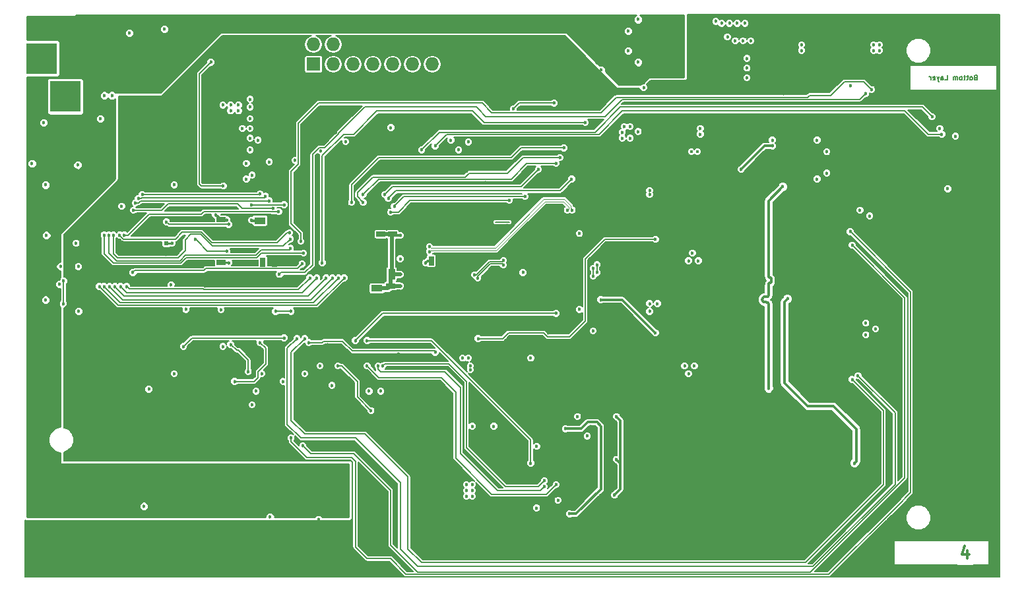
<source format=gbl>
G04 #@! TF.FileFunction,Copper,L4,Bot,Signal*
%FSLAX46Y46*%
G04 Gerber Fmt 4.6, Leading zero omitted, Abs format (unit mm)*
G04 Created by KiCad (PCBNEW 4.0.7) date 12/26/17 18:21:05*
%MOMM*%
%LPD*%
G01*
G04 APERTURE LIST*
%ADD10C,0.100000*%
%ADD11C,0.158750*%
%ADD12C,0.300000*%
%ADD13R,1.143000X0.635000*%
%ADD14R,1.397000X0.889000*%
%ADD15R,0.635000X1.143000*%
%ADD16R,0.889000X1.397000*%
%ADD17R,4.900000X1.600000*%
%ADD18C,0.600000*%
%ADD19C,0.400000*%
%ADD20R,1.727200X1.727200*%
%ADD21O,1.727200X1.727200*%
%ADD22R,0.600000X0.500000*%
%ADD23R,4.000000X4.000000*%
%ADD24C,0.454000*%
%ADD25C,0.127000*%
%ADD26C,0.340000*%
%ADD27C,0.254000*%
%ADD28C,0.508000*%
%ADD29C,0.125000*%
%ADD30C,0.200000*%
G04 APERTURE END LIST*
D10*
D11*
X207312144Y-73454643D02*
X207221430Y-73484881D01*
X207191191Y-73515119D01*
X207160953Y-73575595D01*
X207160953Y-73666310D01*
X207191191Y-73726786D01*
X207221430Y-73757024D01*
X207281906Y-73787262D01*
X207523811Y-73787262D01*
X207523811Y-73152262D01*
X207312144Y-73152262D01*
X207251668Y-73182500D01*
X207221430Y-73212738D01*
X207191191Y-73273214D01*
X207191191Y-73333690D01*
X207221430Y-73394167D01*
X207251668Y-73424405D01*
X207312144Y-73454643D01*
X207523811Y-73454643D01*
X206798096Y-73787262D02*
X206858572Y-73757024D01*
X206888811Y-73726786D01*
X206919049Y-73666310D01*
X206919049Y-73484881D01*
X206888811Y-73424405D01*
X206858572Y-73394167D01*
X206798096Y-73363929D01*
X206707382Y-73363929D01*
X206646906Y-73394167D01*
X206616668Y-73424405D01*
X206586430Y-73484881D01*
X206586430Y-73666310D01*
X206616668Y-73726786D01*
X206646906Y-73757024D01*
X206707382Y-73787262D01*
X206798096Y-73787262D01*
X206405001Y-73363929D02*
X206163096Y-73363929D01*
X206314287Y-73152262D02*
X206314287Y-73696548D01*
X206284048Y-73757024D01*
X206223572Y-73787262D01*
X206163096Y-73787262D01*
X206042144Y-73363929D02*
X205800239Y-73363929D01*
X205951430Y-73152262D02*
X205951430Y-73696548D01*
X205921191Y-73757024D01*
X205860715Y-73787262D01*
X205800239Y-73787262D01*
X205497858Y-73787262D02*
X205558334Y-73757024D01*
X205588573Y-73726786D01*
X205618811Y-73666310D01*
X205618811Y-73484881D01*
X205588573Y-73424405D01*
X205558334Y-73394167D01*
X205497858Y-73363929D01*
X205407144Y-73363929D01*
X205346668Y-73394167D01*
X205316430Y-73424405D01*
X205286192Y-73484881D01*
X205286192Y-73666310D01*
X205316430Y-73726786D01*
X205346668Y-73757024D01*
X205407144Y-73787262D01*
X205497858Y-73787262D01*
X205014049Y-73787262D02*
X205014049Y-73363929D01*
X205014049Y-73424405D02*
X204983810Y-73394167D01*
X204923334Y-73363929D01*
X204832620Y-73363929D01*
X204772144Y-73394167D01*
X204741906Y-73454643D01*
X204741906Y-73787262D01*
X204741906Y-73454643D02*
X204711668Y-73394167D01*
X204651191Y-73363929D01*
X204560477Y-73363929D01*
X204500001Y-73394167D01*
X204469763Y-73454643D01*
X204469763Y-73787262D01*
X203381191Y-73787262D02*
X203683572Y-73787262D01*
X203683572Y-73152262D01*
X202897381Y-73787262D02*
X202897381Y-73454643D01*
X202927619Y-73394167D01*
X202988095Y-73363929D01*
X203109047Y-73363929D01*
X203169524Y-73394167D01*
X202897381Y-73757024D02*
X202957857Y-73787262D01*
X203109047Y-73787262D01*
X203169524Y-73757024D01*
X203199762Y-73696548D01*
X203199762Y-73636071D01*
X203169524Y-73575595D01*
X203109047Y-73545357D01*
X202957857Y-73545357D01*
X202897381Y-73515119D01*
X202655476Y-73363929D02*
X202504285Y-73787262D01*
X202353095Y-73363929D02*
X202504285Y-73787262D01*
X202564761Y-73938452D01*
X202595000Y-73968690D01*
X202655476Y-73998929D01*
X201869285Y-73757024D02*
X201929761Y-73787262D01*
X202050713Y-73787262D01*
X202111190Y-73757024D01*
X202141428Y-73696548D01*
X202141428Y-73454643D01*
X202111190Y-73394167D01*
X202050713Y-73363929D01*
X201929761Y-73363929D01*
X201869285Y-73394167D01*
X201839047Y-73454643D01*
X201839047Y-73515119D01*
X202141428Y-73575595D01*
X201566904Y-73787262D02*
X201566904Y-73363929D01*
X201566904Y-73484881D02*
X201536665Y-73424405D01*
X201506427Y-73394167D01*
X201445951Y-73363929D01*
X201385475Y-73363929D01*
D12*
X206285715Y-134178571D02*
X206285715Y-135178571D01*
X205928572Y-133607143D02*
X205571429Y-134678571D01*
X206500001Y-134678571D01*
D13*
X110500000Y-91738000D03*
X110500000Y-93262000D03*
D14*
X115500000Y-93750000D03*
X115500000Y-91845000D03*
D13*
X110500000Y-97238000D03*
X110500000Y-98762000D03*
D15*
X137476000Y-97000000D03*
X139000000Y-97000000D03*
X115876000Y-97200000D03*
X117400000Y-97200000D03*
D13*
X132250000Y-100238000D03*
X132250000Y-101762000D03*
X132500000Y-93587876D03*
X132500000Y-92063876D03*
X131000000Y-93587876D03*
X131000000Y-92063876D03*
D16*
X130500000Y-98750000D03*
X132405000Y-98750000D03*
D14*
X130500000Y-102452500D03*
X130500000Y-100547500D03*
D17*
X206850000Y-111250000D03*
X206850000Y-119750000D03*
X206900000Y-89750000D03*
X206900000Y-98250000D03*
D18*
X197150000Y-94400000D03*
X197150000Y-93100000D03*
X195850000Y-94400000D03*
X195850000Y-93100000D03*
D19*
X169150000Y-107900000D03*
X169150000Y-107100000D03*
X168350000Y-107900000D03*
X168350000Y-107100000D03*
X169150000Y-93400000D03*
X169150000Y-92600000D03*
X168350000Y-93400000D03*
X168350000Y-92600000D03*
X152965124Y-123584350D03*
X153965124Y-123584350D03*
X154965124Y-123584350D03*
X155965124Y-123584350D03*
X152965124Y-122584350D03*
X153965124Y-122584350D03*
X154965124Y-122584350D03*
X155965124Y-122584350D03*
X152965124Y-121584350D03*
X153965124Y-121584350D03*
X154965124Y-121584350D03*
X155965124Y-121584350D03*
X152965124Y-120584350D03*
X153965124Y-120584350D03*
X154965124Y-120584350D03*
X155965124Y-120584350D03*
X151000000Y-130750000D03*
X150000000Y-130750000D03*
X151000000Y-131750000D03*
X150000000Y-131750000D03*
X141232843Y-129750000D03*
X140232843Y-129750000D03*
X141232843Y-130750000D03*
X140232843Y-130750000D03*
X163750000Y-130500000D03*
X162750000Y-130500000D03*
X163750000Y-131500000D03*
X162750000Y-131500000D03*
X141000000Y-85500000D03*
X142000000Y-85500000D03*
X141000000Y-84500000D03*
X142000000Y-84500000D03*
X145400000Y-110750000D03*
X145400000Y-109750000D03*
X144400000Y-110750000D03*
X144400000Y-109750000D03*
X178250000Y-83050000D03*
X177250000Y-83050000D03*
X190250000Y-69250000D03*
X190250000Y-68250000D03*
X189250000Y-69250000D03*
X189250000Y-68250000D03*
X163000000Y-84000000D03*
X164000000Y-84000000D03*
X163000000Y-83000000D03*
X164000000Y-83000000D03*
D20*
X122380000Y-71750000D03*
D21*
X122380000Y-69210000D03*
X124920000Y-71750000D03*
X124920000Y-69210000D03*
X127460000Y-71750000D03*
X127460000Y-69210000D03*
X130000000Y-71750000D03*
X130000000Y-69210000D03*
X132540000Y-71750000D03*
X132540000Y-69210000D03*
X135080000Y-71750000D03*
X135080000Y-69210000D03*
X137620000Y-71750000D03*
X137620000Y-69210000D03*
D19*
X156000000Y-100500000D03*
X156000000Y-99000000D03*
X156000000Y-97500000D03*
X156000000Y-96000000D03*
X154500000Y-100500000D03*
X154500000Y-99000000D03*
X154500000Y-97500000D03*
X154500000Y-96000000D03*
X153000000Y-100500000D03*
X153000000Y-99000000D03*
X153000000Y-97500000D03*
X153000000Y-96000000D03*
X151500000Y-100500000D03*
X151500000Y-99000000D03*
X151500000Y-97500000D03*
X151500000Y-96000000D03*
D22*
X103500000Y-94750000D03*
X103500000Y-95750000D03*
D19*
X171650000Y-83000000D03*
X170850000Y-83000000D03*
D23*
X87500000Y-71000000D03*
X93500000Y-71000000D03*
X90550000Y-75900000D03*
D24*
X111250000Y-91750000D03*
X106000000Y-103250000D03*
X112750000Y-77750000D03*
X111750000Y-77750000D03*
X113250000Y-80000000D03*
X114500000Y-86000000D03*
X113750000Y-84500000D03*
X113750000Y-86500000D03*
X115250000Y-81500000D03*
X114250000Y-82750000D03*
X114250000Y-81250000D03*
X112750000Y-77000000D03*
X111750000Y-77000000D03*
X114250000Y-78750000D03*
X114250000Y-80000000D03*
X114250000Y-76250000D03*
X114250000Y-77250000D03*
X110750000Y-77000000D03*
X96500000Y-75750000D03*
X110750000Y-108000000D03*
X142500000Y-110500000D03*
X142250000Y-109500000D03*
X141500000Y-109500000D03*
X142500000Y-111000000D03*
X118500000Y-112500000D03*
X121250000Y-111500000D03*
X124750000Y-113000000D03*
X129500000Y-113750000D03*
X131000000Y-113750000D03*
X115750000Y-111500000D03*
X115000000Y-113750000D03*
X114500000Y-115500000D03*
X141000000Y-82750000D03*
X142250000Y-81750000D03*
X140000000Y-81500000D03*
X133500000Y-96750000D03*
X97750000Y-90000000D03*
X104500000Y-111500000D03*
X101250000Y-113500000D03*
X92250000Y-103500000D03*
X116700000Y-84300000D03*
X126500000Y-81700000D03*
X132300000Y-79900000D03*
X109800000Y-91100000D03*
X114400000Y-91800000D03*
X110500000Y-103300000D03*
X92200000Y-97750000D03*
X91903800Y-94748800D03*
X104100000Y-100100000D03*
X104251200Y-94748800D03*
X111500000Y-97250000D03*
X157500000Y-125500000D03*
X158500004Y-124750000D03*
X163750000Y-106000000D03*
X162250000Y-106500000D03*
X161250000Y-105250000D03*
X161250000Y-103500000D03*
X161000000Y-101250000D03*
X160000000Y-100250000D03*
X160750000Y-95500000D03*
X159750000Y-96500000D03*
X160750000Y-93250000D03*
X162000000Y-92250000D03*
X173000000Y-110250000D03*
X174750000Y-110000000D03*
X176750000Y-109500000D03*
X178250000Y-109500000D03*
X173000000Y-104500000D03*
X174750000Y-105000000D03*
X176500000Y-105750000D03*
X178250000Y-105750000D03*
X173000000Y-96000000D03*
X174250000Y-95500000D03*
X176500000Y-94750000D03*
X178500000Y-94750000D03*
X173000000Y-90000000D03*
X174250000Y-90500000D03*
X176500000Y-91000000D03*
X178500000Y-91000000D03*
X101250000Y-121500000D03*
X100500000Y-119250000D03*
X99250000Y-118000000D03*
X99250000Y-108000000D03*
X99250000Y-111000000D03*
X99250000Y-113250000D03*
X99250000Y-116000000D03*
X125750000Y-101250000D03*
X125250000Y-102750000D03*
X125250000Y-104250000D03*
X125250000Y-105750000D03*
X124250000Y-105750000D03*
X141750000Y-98750000D03*
X139750000Y-98750000D03*
X137750000Y-98750000D03*
X137750000Y-100250000D03*
X139750000Y-100250000D03*
X141750000Y-100250000D03*
X145000000Y-102000000D03*
X150216001Y-102750000D03*
X149000000Y-102000000D03*
X147250000Y-102000000D03*
X96000000Y-121500000D03*
X96500000Y-119250000D03*
X97750000Y-118000000D03*
X97750000Y-116000000D03*
X97750000Y-113250000D03*
X97750000Y-111000000D03*
X97750000Y-108000000D03*
X203500000Y-95500000D03*
X202000000Y-95500000D03*
X200250000Y-95500000D03*
X203250000Y-92500000D03*
X202000000Y-92500000D03*
X200750000Y-92500000D03*
X195500000Y-98250000D03*
X194000000Y-98500000D03*
X193000000Y-98500000D03*
X191500000Y-98500000D03*
X190250000Y-98500000D03*
X188750000Y-98500000D03*
X187500000Y-98500000D03*
X186250000Y-98500000D03*
X185000000Y-98500000D03*
X183750000Y-98500000D03*
X183750000Y-97250000D03*
X183750000Y-96000000D03*
X163500000Y-126500000D03*
X165250000Y-126500000D03*
X166750000Y-126500000D03*
X168250000Y-126500000D03*
X170000000Y-126500000D03*
X171750000Y-126500000D03*
X173500000Y-126500000D03*
X175250000Y-126500000D03*
X177000000Y-126500000D03*
X178750000Y-126500000D03*
X180500000Y-126500000D03*
X181750000Y-126500000D03*
X183250000Y-126500000D03*
X184500000Y-126500000D03*
X185750000Y-126500000D03*
X187000000Y-126500000D03*
X188250000Y-126500000D03*
X189500000Y-126500000D03*
X191000000Y-125750000D03*
X192000000Y-125000000D03*
X192750000Y-124000000D03*
X193250000Y-121250000D03*
X193250000Y-120250000D03*
X193250000Y-119250000D03*
X147250000Y-92500000D03*
X148500000Y-94250000D03*
X149500000Y-94000000D03*
X150000000Y-93000000D03*
X146500000Y-92750000D03*
X187000000Y-111000000D03*
X187500000Y-112500000D03*
X188500000Y-113500000D03*
X190000000Y-113500000D03*
X191500000Y-113500000D03*
X195500000Y-113500000D03*
X197250000Y-113500000D03*
X200250000Y-113500000D03*
X201500000Y-113500000D03*
X202750000Y-113500000D03*
X192500000Y-117500000D03*
X194250000Y-117500000D03*
X196250000Y-117500000D03*
X200250000Y-117500000D03*
X201500000Y-117500000D03*
X202750000Y-117500000D03*
X163500000Y-120750000D03*
X165250000Y-120750000D03*
X166750000Y-120750000D03*
X168250000Y-120750000D03*
X170000000Y-120750000D03*
X171500000Y-120750000D03*
X173000000Y-120750000D03*
X174500000Y-120750000D03*
X176000000Y-120750000D03*
X177500000Y-120750000D03*
X179250000Y-120750000D03*
X180750000Y-120750000D03*
X182500000Y-120750000D03*
X184250000Y-120000000D03*
X184750000Y-118500000D03*
X184250000Y-117000000D03*
X183250000Y-116000000D03*
X182250000Y-115000000D03*
X182000000Y-118000000D03*
X180500000Y-116500000D03*
X179750000Y-115000000D03*
X179750000Y-113000000D03*
X179750000Y-111250000D03*
X179750000Y-109500000D03*
X179750000Y-105750000D03*
X179750000Y-104500000D03*
X179250000Y-103000000D03*
X179000000Y-101750000D03*
X179750000Y-100750000D03*
X180000000Y-99250000D03*
X180000000Y-97750000D03*
X180000000Y-96250000D03*
X180000000Y-94750000D03*
X180000000Y-91000000D03*
X180000000Y-89750000D03*
X180000000Y-88500000D03*
X181000000Y-87500000D03*
X182000000Y-86500000D03*
X183500000Y-86500000D03*
X185000000Y-86500000D03*
X186500000Y-87250000D03*
X186500000Y-90750000D03*
X186500000Y-89500000D03*
X184500000Y-91000000D03*
X184500000Y-90000000D03*
X184500000Y-89000000D03*
X183500000Y-88500000D03*
X182500000Y-89250000D03*
X182000000Y-90250000D03*
X182000000Y-91500000D03*
X182000000Y-94250000D03*
X182000000Y-95500000D03*
X182000000Y-96750000D03*
X182000000Y-98000000D03*
X182000000Y-99250000D03*
X182000000Y-100500000D03*
X186250000Y-101000000D03*
X185000000Y-100750000D03*
X183750000Y-100750000D03*
X182500000Y-101250000D03*
X182000000Y-102500000D03*
X182000000Y-103750000D03*
X182000000Y-105000000D03*
X182000000Y-106250000D03*
X182000000Y-108500000D03*
X182000000Y-109500000D03*
X182000000Y-110750000D03*
X182000000Y-112000000D03*
X182000000Y-113000000D03*
X182750000Y-114000000D03*
X183500000Y-114750000D03*
X184250000Y-115500000D03*
X185000000Y-116250000D03*
X186250000Y-116500000D03*
X187500000Y-117000000D03*
X188750000Y-117000000D03*
X189500000Y-117750000D03*
X190250000Y-118500000D03*
X191000000Y-119250000D03*
X191000000Y-120250000D03*
X191000000Y-121250000D03*
X191000000Y-122500000D03*
X190250000Y-123250000D03*
X189500000Y-124000000D03*
X188250000Y-124000000D03*
X187000000Y-124000000D03*
X185750000Y-124000000D03*
X184500000Y-124000000D03*
X183250000Y-124000000D03*
X182000000Y-124000000D03*
X95000000Y-78750000D03*
X140000000Y-116000000D03*
X108500000Y-100250000D03*
X175750000Y-85250000D03*
X170500000Y-85000000D03*
X132250000Y-85000000D03*
X144750000Y-93500000D03*
X143750000Y-93500000D03*
X142750000Y-93500000D03*
X141750000Y-93500000D03*
X140750000Y-93500000D03*
X139750000Y-93500000D03*
X138750000Y-93500000D03*
X137750000Y-93500000D03*
X133500000Y-95750000D03*
X90000000Y-131000000D03*
X108250000Y-131000000D03*
X145500000Y-70000000D03*
X155500000Y-70000000D03*
X149500000Y-70000000D03*
X210000000Y-119750000D03*
X206750000Y-121250000D03*
X203750000Y-119750000D03*
X209750000Y-111250000D03*
X203750000Y-111250000D03*
X207000000Y-110000000D03*
X209750000Y-98250000D03*
X204000000Y-98250000D03*
X206750000Y-99500000D03*
X199500000Y-92500000D03*
X199500000Y-95000000D03*
X197250000Y-96750000D03*
X196250000Y-96750000D03*
X193500000Y-94500000D03*
X193500000Y-93500000D03*
X193500000Y-92500000D03*
X196750000Y-90750000D03*
X197750000Y-90750000D03*
X183250000Y-92250000D03*
X139250000Y-89750000D03*
X144500000Y-87000000D03*
X139750000Y-96750000D03*
X170750000Y-88750000D03*
X171500000Y-89750000D03*
X170750000Y-90750000D03*
X186750000Y-102750000D03*
X159000000Y-103000000D03*
X158250000Y-103750000D03*
X158250000Y-105000000D03*
X157750000Y-93500000D03*
X158750000Y-92750000D03*
X162000000Y-98750000D03*
X162000000Y-97750000D03*
X147250000Y-98250000D03*
X98750000Y-67750000D03*
X103250000Y-67250000D03*
X95500000Y-75750000D03*
X87750000Y-79250000D03*
X171250000Y-104500000D03*
X186750000Y-109750000D03*
X184500000Y-108750000D03*
X186000000Y-108750000D03*
X186000000Y-105500000D03*
X184500000Y-105500000D03*
X183750000Y-106250000D03*
X185250000Y-107323000D03*
X133500000Y-80000000D03*
X132500000Y-84500000D03*
X117750000Y-82000000D03*
X120000000Y-80000000D03*
X120000000Y-77250000D03*
X180250000Y-83250000D03*
X180250000Y-84500000D03*
X168750000Y-86000000D03*
X169500000Y-85000000D03*
X174500000Y-85000000D03*
X165500000Y-110500000D03*
X166250000Y-111500000D03*
X166250000Y-109500000D03*
X166750000Y-97000000D03*
X166250000Y-98000000D03*
X166250000Y-96000000D03*
X126750000Y-110250000D03*
X124250000Y-107750000D03*
X133250000Y-137000000D03*
X132250000Y-136000000D03*
X157500000Y-129750000D03*
X138500000Y-110750000D03*
X127250000Y-116500000D03*
X126000000Y-117750000D03*
X95000000Y-103750000D03*
X94500000Y-95250000D03*
X88000000Y-102000000D03*
X89750000Y-100000000D03*
X108250000Y-103250000D03*
X109250000Y-108000000D03*
X114250000Y-104750000D03*
X121750000Y-113000000D03*
X120250000Y-112500000D03*
X118500000Y-114250000D03*
X116750000Y-113750000D03*
X117500000Y-110500000D03*
X114750000Y-110250000D03*
X115250000Y-110250000D03*
X136500000Y-104750000D03*
X154250000Y-116500000D03*
X151750000Y-117000000D03*
X152250000Y-118250000D03*
X151500000Y-117500000D03*
X150750000Y-117500000D03*
X148750000Y-121000000D03*
X148750000Y-120000000D03*
X150250000Y-125000000D03*
X155000000Y-128250000D03*
X153000000Y-128000000D03*
X166750000Y-130000000D03*
X165500000Y-128750000D03*
X160750000Y-134500000D03*
X160500000Y-131500000D03*
X152500000Y-131000000D03*
X153750000Y-132000000D03*
X148750000Y-133500000D03*
X148250000Y-134500000D03*
X137500000Y-130250000D03*
X138250000Y-130750000D03*
X146500000Y-130500000D03*
X149000000Y-128750000D03*
X146000000Y-129750000D03*
X146500000Y-129000000D03*
X148250000Y-128000000D03*
X157250000Y-117250000D03*
X158000000Y-118250000D03*
X151704782Y-104954782D03*
X153000000Y-105250000D03*
X152500000Y-106250000D03*
X155250000Y-107250000D03*
X154500000Y-107750000D03*
X156000000Y-107750000D03*
X152000000Y-107750000D03*
X150500000Y-107750000D03*
X151250000Y-107250000D03*
X149000000Y-107250000D03*
X147000000Y-107250000D03*
X148000000Y-106750000D03*
X149250000Y-112500000D03*
X147250000Y-112500000D03*
X148250000Y-113250000D03*
X185250000Y-84250000D03*
X193200000Y-103000000D03*
X194400000Y-103800000D03*
X191700000Y-104400000D03*
X187800000Y-104700000D03*
X180500000Y-117900000D03*
X177000000Y-117900000D03*
X173500000Y-117900000D03*
X170000000Y-117900000D03*
X169000000Y-118300000D03*
X180500000Y-123700000D03*
X177000000Y-123700000D03*
X173500000Y-123700000D03*
X170000000Y-123700000D03*
X169000000Y-124000000D03*
X130000000Y-92000000D03*
X133250000Y-109000000D03*
X132000000Y-110750000D03*
X133000000Y-113750000D03*
X125500000Y-111354000D03*
X209750000Y-89750000D03*
X207000000Y-88500000D03*
X204000000Y-89750000D03*
X134000000Y-121500000D03*
X136250000Y-121500000D03*
X138250000Y-126500000D03*
X139000000Y-125250000D03*
X138750000Y-123250000D03*
X197500000Y-83000000D03*
X198500000Y-85000000D03*
X202750000Y-85750000D03*
X201500000Y-86750000D03*
X184000000Y-95000000D03*
X185500000Y-92750000D03*
X194500000Y-88750000D03*
X193750000Y-89750000D03*
X191500000Y-89250000D03*
X190750000Y-90000000D03*
X187750000Y-89500000D03*
X187000000Y-88250000D03*
X194750000Y-85250000D03*
X192250000Y-87250000D03*
X190500000Y-88000000D03*
X186500000Y-83000000D03*
X192250000Y-83500000D03*
X191500000Y-83000000D03*
X193250000Y-80250000D03*
X160500000Y-87000000D03*
X166000000Y-83250000D03*
X162000000Y-78500000D03*
X168500000Y-80250000D03*
X174500000Y-80750000D03*
X173250000Y-79000000D03*
X176250000Y-79000000D03*
X164000000Y-66000000D03*
X164000000Y-71500000D03*
X162750000Y-70000000D03*
X162750000Y-67500000D03*
X159250000Y-72500000D03*
X171000000Y-67500000D03*
X182750000Y-75500000D03*
X184000000Y-73750000D03*
X184000000Y-71000000D03*
X182750000Y-68000000D03*
X182500000Y-68750000D03*
X184000000Y-66500000D03*
X185250000Y-71250000D03*
X186250000Y-72000000D03*
X187250000Y-71250000D03*
X192000000Y-66250000D03*
X193000000Y-65500000D03*
X194000000Y-66250000D03*
X192000000Y-71500000D03*
X166000000Y-75250000D03*
X140250000Y-79750000D03*
X141250000Y-79000000D03*
X142250000Y-79750000D03*
X138250000Y-133500000D03*
X141750000Y-96500000D03*
X132250000Y-102750000D03*
X130500000Y-103500000D03*
X129500000Y-98750000D03*
X136750000Y-93500000D03*
X101500000Y-76000000D03*
X100250000Y-105250000D03*
X102576408Y-104744092D03*
X104500000Y-112500000D03*
X103500000Y-112250000D03*
X103500000Y-108250000D03*
X103250000Y-106000000D03*
X96750000Y-107000000D03*
X97250000Y-105000000D03*
X92500000Y-106500000D03*
X90750000Y-107750000D03*
X96000000Y-111000000D03*
X86250000Y-84500000D03*
X88000000Y-87250000D03*
X110500000Y-83000000D03*
X110500000Y-81250000D03*
X110500000Y-82000000D03*
X110250000Y-84500000D03*
X111250000Y-84250000D03*
X111500000Y-85500000D03*
X110750000Y-86750000D03*
X116500000Y-71500000D03*
X115000000Y-70250000D03*
X113500000Y-71500000D03*
X111500000Y-70250000D03*
X112000000Y-69000000D03*
X108500000Y-92900000D03*
X116600000Y-93800000D03*
X116800000Y-97200000D03*
X114700000Y-97400000D03*
X114600000Y-95700000D03*
X101900000Y-89800000D03*
X105200000Y-90400000D03*
X102000000Y-93100000D03*
X124000000Y-79800000D03*
X125200000Y-80500000D03*
X123200000Y-80900000D03*
X122200000Y-81800000D03*
X120800000Y-85600000D03*
X126300000Y-85000000D03*
X92100000Y-84700000D03*
X98500000Y-88500000D03*
X93800000Y-90700000D03*
X96000000Y-90700000D03*
X88100000Y-93700000D03*
X89900000Y-97700000D03*
X116800000Y-129900000D03*
X123000000Y-130200000D03*
X128500000Y-124000000D03*
X123100000Y-120800000D03*
X125800000Y-120800000D03*
X100600000Y-128500000D03*
X98500000Y-119600000D03*
X98500000Y-121900000D03*
X103500000Y-96200000D03*
X106400000Y-97700000D03*
X104500000Y-87250000D03*
X123226000Y-110500000D03*
X136750000Y-97250000D03*
X115876000Y-97200000D03*
X120000000Y-84100000D03*
X123300000Y-82900000D03*
X109200000Y-71500000D03*
X110800000Y-87400000D03*
X111750000Y-107750000D03*
X114000000Y-111250000D03*
X133500000Y-93750000D03*
X133500000Y-98750000D03*
X133500000Y-100250000D03*
X150250000Y-109500000D03*
X149250000Y-98500000D03*
X158250000Y-106000000D03*
X156500000Y-103250000D03*
X156500000Y-93500000D03*
X158750000Y-98500000D03*
X158750000Y-97500000D03*
X158250000Y-98000000D03*
X158250000Y-99000000D03*
X154937926Y-90476208D03*
X137250000Y-95817000D03*
X155571926Y-90476208D03*
X137250000Y-95183000D03*
X183200000Y-101900000D03*
X191800000Y-123000000D03*
X191250000Y-74500000D03*
X188250000Y-83000000D03*
X187000000Y-81500000D03*
X203750000Y-87750000D03*
X204750000Y-81000000D03*
X202750000Y-80000000D03*
X188250000Y-85750000D03*
X187000000Y-86500000D03*
X192500000Y-90500000D03*
X193750000Y-91250000D03*
X193250000Y-106500000D03*
X194500000Y-105750000D03*
X193250000Y-105000000D03*
X195000000Y-69250000D03*
X195000000Y-70000000D03*
X194250000Y-70000000D03*
X194250000Y-69250000D03*
X125400000Y-127500000D03*
X123600000Y-127600000D03*
X123100000Y-126800000D03*
X125800000Y-126800000D03*
X166500000Y-71500000D03*
X166500000Y-72750000D03*
X167250000Y-71500000D03*
X167250000Y-72750000D03*
X93500000Y-81750000D03*
X92250000Y-81750000D03*
X92250000Y-81000000D03*
X93500000Y-80250000D03*
X93500000Y-79500000D03*
X93500000Y-81000000D03*
X102250000Y-73500000D03*
X100750000Y-73500000D03*
X101500000Y-72750000D03*
X101500000Y-73500000D03*
X101500000Y-74250000D03*
X100250000Y-72500000D03*
X103250000Y-73250000D03*
X124500000Y-127500000D03*
X99000000Y-75250000D03*
X163400000Y-74200000D03*
X156250000Y-117000000D03*
X151000000Y-128750000D03*
X142750000Y-118250000D03*
X145500000Y-118250000D03*
X153750000Y-127750000D03*
X157500000Y-119500000D03*
X151005650Y-120834350D03*
X142000000Y-127250000D03*
X142750000Y-127250000D03*
X142750000Y-126500000D03*
X142000000Y-126500000D03*
X142750000Y-125750000D03*
X142000000Y-125750000D03*
X161250000Y-117000000D03*
X161250000Y-122500000D03*
X161000000Y-127090000D03*
X154696079Y-118572456D03*
X155250000Y-129500000D03*
X177250000Y-85250000D03*
X162250000Y-79750000D03*
X162000000Y-81250000D03*
X163000000Y-81250000D03*
X164038500Y-80405000D03*
X162000000Y-80500000D03*
X163000000Y-79750000D03*
X185000000Y-70000000D03*
X185000000Y-69250000D03*
X164750000Y-74750000D03*
X181250000Y-81500000D03*
X181250000Y-82250000D03*
X178000000Y-73500000D03*
X178000000Y-72250000D03*
X178000000Y-71000000D03*
X176500000Y-68750000D03*
X177500000Y-68750000D03*
X178500000Y-68750000D03*
X174750000Y-66500000D03*
X175750000Y-66500000D03*
X176750000Y-66500000D03*
X177750000Y-66500000D03*
X175500000Y-68250000D03*
X174000000Y-66250000D03*
X170500000Y-97000000D03*
X171750000Y-97000000D03*
X171000000Y-96000000D03*
X172000000Y-80750000D03*
X172000000Y-80000000D03*
X170000000Y-110500000D03*
X170500000Y-111500000D03*
X171250000Y-110500000D03*
X166500000Y-102500000D03*
X165500000Y-102500000D03*
X165500000Y-103500000D03*
X165500000Y-88000000D03*
X165500000Y-88500000D03*
X182600000Y-87500000D03*
X180800000Y-113400000D03*
X121250000Y-107000000D03*
X191500000Y-112250000D03*
X120250000Y-107000000D03*
X192250000Y-111750000D03*
X191500000Y-95000000D03*
X121000000Y-120750000D03*
X191250000Y-93250000D03*
X119500000Y-119750000D03*
X90250008Y-102500000D03*
X90300000Y-99600000D03*
X123500000Y-97250000D03*
X157250000Y-79250000D03*
X201750000Y-78500000D03*
X136250000Y-82750000D03*
X203000000Y-80750000D03*
X138000000Y-82250000D03*
X105700000Y-108000000D03*
X118600000Y-106900000D03*
X118600000Y-89800000D03*
X114400000Y-89800000D03*
X115500000Y-107500000D03*
X112250000Y-112500000D03*
X107204775Y-94204775D03*
X111250000Y-95750000D03*
X111500000Y-92331013D03*
X103500000Y-92000000D03*
X115500000Y-88400000D03*
X100400000Y-88500000D03*
X116200000Y-88700000D03*
X99900000Y-89000000D03*
X116700000Y-89300000D03*
X99500000Y-89600000D03*
X99250024Y-90500000D03*
X117200000Y-90300000D03*
X117900000Y-90700000D03*
X98100000Y-93700000D03*
X97500000Y-93700000D03*
X119300000Y-93400000D03*
X119400000Y-94200000D03*
X96700000Y-93700000D03*
X119400000Y-95400000D03*
X96100000Y-93700000D03*
X95500000Y-93700000D03*
X121100000Y-96000000D03*
X120900000Y-97400000D03*
X99200000Y-98500000D03*
X98400000Y-100300000D03*
X121900000Y-99200000D03*
X97600000Y-100300000D03*
X122800000Y-99200000D03*
X96900000Y-100300000D03*
X124000000Y-99200000D03*
X96200000Y-100300000D03*
X124800000Y-99200000D03*
X95485719Y-100295284D03*
X125600000Y-99200000D03*
X94900000Y-100300000D03*
X126300000Y-99200000D03*
X159250000Y-102000000D03*
X166250000Y-106250000D03*
X166250000Y-94250000D03*
X143500000Y-107000000D03*
X138000000Y-108750000D03*
X121750000Y-107500000D03*
X129750000Y-116250000D03*
X125500000Y-110500000D03*
X152000000Y-125250000D03*
X131250000Y-110500000D03*
X152000000Y-126000000D03*
X130668997Y-110500000D03*
X129250000Y-110500000D03*
X153500000Y-125750000D03*
X129250000Y-107250000D03*
X150250000Y-123000000D03*
X117500000Y-103500000D03*
X119500000Y-103500000D03*
X120750000Y-94500000D03*
X194000000Y-75000000D03*
X118000000Y-98750000D03*
X193250000Y-75500000D03*
X151250000Y-85250000D03*
X131500000Y-88500000D03*
X131980327Y-88990164D03*
X155500000Y-86500000D03*
X153250000Y-76750000D03*
X148000000Y-77500000D03*
X147500000Y-89250000D03*
X132250000Y-90750000D03*
X132750000Y-90000012D03*
X149500000Y-88750000D03*
X154500000Y-82500000D03*
X127250000Y-89500000D03*
X128750000Y-89500000D03*
X154000000Y-83750000D03*
X128750000Y-88500000D03*
X153500000Y-84500000D03*
X146750000Y-96959500D03*
X143044586Y-98794586D03*
X146750000Y-97540500D03*
X143455414Y-99205414D03*
X127750002Y-107250000D03*
X153500000Y-103750000D03*
D25*
X147500000Y-92044500D02*
X145750000Y-92044500D01*
D26*
X110928974Y-91750000D02*
X111250000Y-91750000D01*
X110512000Y-91750000D02*
X110928974Y-91750000D01*
X110500000Y-91738000D02*
X110512000Y-91750000D01*
X109800000Y-91100000D02*
X109862000Y-91100000D01*
X109862000Y-91100000D02*
X110500000Y-91738000D01*
X115500000Y-91845000D02*
X114445000Y-91845000D01*
X114445000Y-91845000D02*
X114400000Y-91800000D01*
D27*
X103500000Y-94750000D02*
X104250000Y-94750000D01*
X104250000Y-94750000D02*
X104251200Y-94748800D01*
X110500000Y-97238000D02*
X111488000Y-97238000D01*
X111488000Y-97238000D02*
X111500000Y-97250000D01*
D25*
X158500004Y-124750000D02*
X157750004Y-125500000D01*
X157750004Y-125500000D02*
X157500000Y-125500000D01*
X158500004Y-124428974D02*
X158500004Y-124750000D01*
X158455500Y-124000000D02*
X158500004Y-124044504D01*
X158500004Y-124044504D02*
X158500004Y-124428974D01*
X162250000Y-106500000D02*
X163250000Y-106500000D01*
X163250000Y-106500000D02*
X163750000Y-106000000D01*
X161250000Y-103500000D02*
X161250000Y-105250000D01*
X160000000Y-100250000D02*
X161000000Y-101250000D01*
X159750000Y-96500000D02*
X160750000Y-95500000D01*
X162000000Y-92250000D02*
X161000000Y-93250000D01*
X161000000Y-93250000D02*
X160750000Y-93250000D01*
X176750000Y-109500000D02*
X175250000Y-109500000D01*
X175250000Y-109500000D02*
X174750000Y-110000000D01*
X179750000Y-109500000D02*
X178250000Y-109500000D01*
X176500000Y-105750000D02*
X175500000Y-105750000D01*
X175500000Y-105750000D02*
X174750000Y-105000000D01*
X179750000Y-105750000D02*
X178250000Y-105750000D01*
X174250000Y-95500000D02*
X173500000Y-95500000D01*
X173500000Y-95500000D02*
X173000000Y-96000000D01*
X178500000Y-94750000D02*
X176500000Y-94750000D01*
X174250000Y-90500000D02*
X173750000Y-90000000D01*
X173750000Y-90000000D02*
X173000000Y-90000000D01*
X178500000Y-91000000D02*
X176500000Y-91000000D01*
X99250000Y-118000000D02*
X100500000Y-119250000D01*
X99250000Y-111000000D02*
X99250000Y-108000000D01*
X99250000Y-116000000D02*
X99250000Y-113250000D01*
X125250000Y-104250000D02*
X125250000Y-102750000D01*
X124250000Y-105750000D02*
X125250000Y-105750000D01*
X139750000Y-98750000D02*
X141750000Y-98750000D01*
X137750000Y-100250000D02*
X137750000Y-98750000D01*
X139750000Y-100250000D02*
X137750000Y-100250000D01*
X145000000Y-102000000D02*
X143500000Y-102000000D01*
X143500000Y-102000000D02*
X141750000Y-100250000D01*
X149000000Y-102000000D02*
X149466001Y-102000000D01*
X149466001Y-102000000D02*
X150216001Y-102750000D01*
X147250000Y-98250000D02*
X147250000Y-102000000D01*
X97750000Y-118000000D02*
X96500000Y-119250000D01*
X97750000Y-113250000D02*
X97750000Y-116000000D01*
X97750000Y-108000000D02*
X97750000Y-111000000D01*
X202000000Y-95500000D02*
X203500000Y-95500000D01*
X199500000Y-95000000D02*
X199750000Y-95000000D01*
X199750000Y-95000000D02*
X200250000Y-95500000D01*
X200750000Y-92500000D02*
X202000000Y-92500000D01*
X191500000Y-98500000D02*
X193000000Y-98500000D01*
X188750000Y-98500000D02*
X190250000Y-98500000D01*
X186250000Y-98500000D02*
X187500000Y-98500000D01*
X183750000Y-98500000D02*
X185000000Y-98500000D01*
X183750000Y-96000000D02*
X183750000Y-97250000D01*
X165250000Y-126500000D02*
X163500000Y-126500000D01*
X168250000Y-126500000D02*
X166750000Y-126500000D01*
X171750000Y-126500000D02*
X170000000Y-126500000D01*
X175250000Y-126500000D02*
X173500000Y-126500000D01*
X178750000Y-126500000D02*
X177000000Y-126500000D01*
X181750000Y-126500000D02*
X180500000Y-126500000D01*
X184500000Y-126500000D02*
X183250000Y-126500000D01*
X187000000Y-126500000D02*
X185750000Y-126500000D01*
X189500000Y-126500000D02*
X188250000Y-126500000D01*
X192000000Y-125000000D02*
X191250000Y-125750000D01*
X191250000Y-125750000D02*
X191000000Y-125750000D01*
X193250000Y-121250000D02*
X193250000Y-123500000D01*
X193250000Y-123500000D02*
X192750000Y-124000000D01*
X193250000Y-119250000D02*
X193250000Y-120250000D01*
X150000000Y-93000000D02*
X150000000Y-93500000D01*
X150000000Y-93500000D02*
X149500000Y-94000000D01*
X144750000Y-93500000D02*
X145750000Y-93500000D01*
X145750000Y-93500000D02*
X146500000Y-92750000D01*
X188500000Y-113500000D02*
X187500000Y-112500000D01*
X191500000Y-113500000D02*
X190000000Y-113500000D01*
X197250000Y-113500000D02*
X195500000Y-113500000D01*
X202750000Y-113500000D02*
X201500000Y-113500000D01*
X194250000Y-117500000D02*
X192500000Y-117500000D01*
X202750000Y-117500000D02*
X201500000Y-117500000D01*
X166750000Y-120750000D02*
X165250000Y-120750000D01*
X170000000Y-120750000D02*
X168250000Y-120750000D01*
X173000000Y-120750000D02*
X171500000Y-120750000D01*
X176000000Y-120750000D02*
X174500000Y-120750000D01*
X179250000Y-120750000D02*
X177500000Y-120750000D01*
X182500000Y-120750000D02*
X180750000Y-120750000D01*
X184750000Y-118500000D02*
X184750000Y-119500000D01*
X184750000Y-119500000D02*
X184250000Y-120000000D01*
X183250000Y-116000000D02*
X184250000Y-117000000D01*
X182750000Y-114000000D02*
X182750000Y-114500000D01*
X182750000Y-114500000D02*
X182250000Y-115000000D01*
X179750000Y-115000000D02*
X179750000Y-115750000D01*
X179750000Y-115750000D02*
X180500000Y-116500000D01*
X179750000Y-111250000D02*
X179750000Y-113000000D01*
X179750000Y-105750000D02*
X179750000Y-109500000D01*
X179750000Y-104500000D02*
X179750000Y-105750000D01*
X179000000Y-101750000D02*
X179000000Y-102750000D01*
X179000000Y-102750000D02*
X179250000Y-103000000D01*
X180000000Y-99250000D02*
X180000000Y-100500000D01*
X180000000Y-100500000D02*
X179750000Y-100750000D01*
X180000000Y-96250000D02*
X180000000Y-97750000D01*
X180000000Y-91000000D02*
X180000000Y-94750000D01*
X180000000Y-89750000D02*
X180000000Y-91000000D01*
X181000000Y-87500000D02*
X180000000Y-88500000D01*
X183500000Y-86500000D02*
X182000000Y-86500000D01*
X186500000Y-87250000D02*
X185750000Y-86500000D01*
X185750000Y-86500000D02*
X185000000Y-86500000D01*
X186500000Y-89500000D02*
X186500000Y-90750000D01*
X184500000Y-90000000D02*
X184500000Y-91000000D01*
X183500000Y-88500000D02*
X184000000Y-88500000D01*
X184000000Y-88500000D02*
X184500000Y-89000000D01*
X182000000Y-90250000D02*
X182000000Y-89750000D01*
X182000000Y-89750000D02*
X182500000Y-89250000D01*
X182000000Y-94250000D02*
X182000000Y-91500000D01*
X182000000Y-95500000D02*
X182000000Y-94250000D01*
X182000000Y-98000000D02*
X182000000Y-96750000D01*
X182000000Y-100500000D02*
X182000000Y-99250000D01*
X183750000Y-100750000D02*
X185000000Y-100750000D01*
X182000000Y-102500000D02*
X182000000Y-101750000D01*
X182000000Y-101750000D02*
X182500000Y-101250000D01*
X182000000Y-105000000D02*
X182000000Y-103750000D01*
X182000000Y-108500000D02*
X182000000Y-106250000D01*
X182000000Y-109500000D02*
X182000000Y-108500000D01*
X182000000Y-112000000D02*
X182000000Y-110750000D01*
X182750000Y-114000000D02*
X182000000Y-113250000D01*
X182000000Y-113250000D02*
X182000000Y-113000000D01*
X184250000Y-115500000D02*
X183500000Y-114750000D01*
X186250000Y-116500000D02*
X185250000Y-116500000D01*
X185250000Y-116500000D02*
X185000000Y-116250000D01*
X188750000Y-117000000D02*
X187500000Y-117000000D01*
X190250000Y-118500000D02*
X189500000Y-117750000D01*
X191000000Y-120250000D02*
X191000000Y-119250000D01*
X191000000Y-122500000D02*
X191000000Y-121250000D01*
X189500000Y-124000000D02*
X190250000Y-123250000D01*
X187000000Y-124000000D02*
X188250000Y-124000000D01*
X184500000Y-124000000D02*
X185750000Y-124000000D01*
X182000000Y-124000000D02*
X183250000Y-124000000D01*
X142750000Y-93500000D02*
X143750000Y-93500000D01*
X140750000Y-93500000D02*
X141750000Y-93500000D01*
X138750000Y-93500000D02*
X139750000Y-93500000D01*
X136750000Y-93500000D02*
X137750000Y-93500000D01*
D26*
X139000000Y-97000000D02*
X139500000Y-97000000D01*
X139500000Y-97000000D02*
X139750000Y-96750000D01*
D28*
X110500000Y-98762000D02*
X109420500Y-98762000D01*
X109420500Y-98762000D02*
X108500000Y-99682500D01*
X108500000Y-99682500D02*
X108500000Y-100155490D01*
X131000000Y-92063876D02*
X130063876Y-92063876D01*
X130063876Y-92063876D02*
X130000000Y-92000000D01*
X132500000Y-92063876D02*
X131000000Y-92063876D01*
X132250000Y-101762000D02*
X132250000Y-102750000D01*
X130500000Y-102452500D02*
X130500000Y-103500000D01*
X130500000Y-98750000D02*
X129500000Y-98750000D01*
D26*
X110500000Y-93262000D02*
X108862000Y-93262000D01*
X108862000Y-93262000D02*
X108500000Y-92900000D01*
X115500000Y-93750000D02*
X116550000Y-93750000D01*
X116550000Y-93750000D02*
X116600000Y-93800000D01*
X117400000Y-97200000D02*
X116800000Y-97200000D01*
D25*
X103500000Y-95750000D02*
X103500000Y-96200000D01*
D26*
X137476000Y-97000000D02*
X137000000Y-97000000D01*
X137000000Y-97000000D02*
X136750000Y-97250000D01*
D25*
X107700000Y-87100000D02*
X107700000Y-73000000D01*
X107700000Y-73000000D02*
X109200000Y-71500000D01*
X108000000Y-87400000D02*
X107700000Y-87100000D01*
X110800000Y-87400000D02*
X108000000Y-87400000D01*
X112750000Y-108500000D02*
X112500000Y-108500000D01*
X112500000Y-108500000D02*
X111750000Y-107750000D01*
X114000000Y-109750000D02*
X112750000Y-108500000D01*
X114000000Y-111250000D02*
X114000000Y-109750000D01*
D28*
X132250000Y-100238000D02*
X132250000Y-98905000D01*
X132250000Y-98905000D02*
X132405000Y-98750000D01*
X132405000Y-98750000D02*
X132405000Y-93682876D01*
X132405000Y-93682876D02*
X132500000Y-93587876D01*
X132405000Y-98750000D02*
X133500000Y-98750000D01*
X132250000Y-100238000D02*
X133488000Y-100238000D01*
X133488000Y-100238000D02*
X133500000Y-100250000D01*
X130500000Y-100547500D02*
X131940500Y-100547500D01*
X131940500Y-100547500D02*
X132250000Y-100238000D01*
D26*
X133500000Y-93750000D02*
X132662124Y-93750000D01*
X132662124Y-93750000D02*
X132500000Y-93587876D01*
D28*
X131000000Y-93587876D02*
X132500000Y-93587876D01*
D25*
X158750000Y-97500000D02*
X158750000Y-98500000D01*
X158250000Y-98250000D02*
X158250000Y-98000000D01*
X158250000Y-99000000D02*
X158250000Y-98250000D01*
D29*
X154436834Y-89402500D02*
X155102427Y-90068093D01*
X155102427Y-90311707D02*
X154937926Y-90476208D01*
X155102427Y-90068093D02*
X155102427Y-90311707D01*
X152063166Y-89402500D02*
X154436834Y-89402500D01*
X145813167Y-95652499D02*
X152063166Y-89402500D01*
X137250000Y-95817000D02*
X137414501Y-95652499D01*
X137414501Y-95652499D02*
X145813167Y-95652499D01*
X154563166Y-89097500D02*
X155407425Y-89941759D01*
X155407425Y-89941759D02*
X155407425Y-90311707D01*
X155407425Y-90311707D02*
X155571926Y-90476208D01*
X151936834Y-89097500D02*
X154563166Y-89097500D01*
X145686833Y-95347501D02*
X151936834Y-89097500D01*
X137250000Y-95183000D02*
X137414501Y-95347501D01*
X137414501Y-95347501D02*
X145686833Y-95347501D01*
D26*
X182800000Y-112700000D02*
X182800000Y-102300000D01*
X182800000Y-102300000D02*
X183200000Y-101900000D01*
X185800000Y-115700000D02*
X182800000Y-112700000D01*
X189100000Y-115700000D02*
X185800000Y-115700000D01*
X192026999Y-118626999D02*
X189100000Y-115700000D01*
X191800000Y-123000000D02*
X192026999Y-122773001D01*
X192026999Y-122773001D02*
X192026999Y-118626999D01*
X93500000Y-71000000D02*
X93500000Y-79500000D01*
X161750000Y-117500000D02*
X161250000Y-117000000D01*
X161750000Y-123250000D02*
X161750000Y-123000000D01*
X161750000Y-126340000D02*
X161750000Y-123250000D01*
X161750000Y-123250000D02*
X161750000Y-117500000D01*
X161750000Y-123000000D02*
X161250000Y-122500000D01*
X161000000Y-127090000D02*
X161750000Y-126340000D01*
X158725999Y-117725999D02*
X159250000Y-118250000D01*
X154696079Y-118572456D02*
X156703066Y-118572456D01*
X159250000Y-126300724D02*
X156050724Y-129500000D01*
X156703066Y-118572456D02*
X157549523Y-117725999D01*
X157549523Y-117725999D02*
X158725999Y-117725999D01*
X159250000Y-118250000D02*
X159250000Y-126300724D01*
X156050724Y-129500000D02*
X155571026Y-129500000D01*
X155571026Y-129500000D02*
X155250000Y-129500000D01*
X177476999Y-85023001D02*
X177250000Y-85250000D01*
X180250000Y-82250000D02*
X177476999Y-85023001D01*
X181250000Y-82250000D02*
X180250000Y-82250000D01*
X180800000Y-113400000D02*
X180800000Y-102660000D01*
X180803686Y-99967277D02*
X180814562Y-99936195D01*
X179950273Y-101980000D02*
X179958797Y-101904342D01*
X180766329Y-101447520D02*
X180791475Y-101375657D01*
X180725822Y-101511986D02*
X180766329Y-101447520D01*
X180800000Y-102660000D02*
X180791475Y-102584342D01*
X180791475Y-102584342D02*
X180766329Y-102512479D01*
X180855367Y-99140863D02*
X180832082Y-99117578D01*
X180832082Y-99117578D02*
X180814562Y-99089696D01*
X180766329Y-102512479D02*
X180725822Y-102448013D01*
X180725822Y-102448013D02*
X180671986Y-102394177D01*
X180671986Y-102394177D02*
X180607520Y-102353670D01*
X180290273Y-101640000D02*
X180460000Y-101640000D01*
X180607520Y-102353670D02*
X180535657Y-102328524D01*
X180800000Y-101300000D02*
X180800000Y-100000000D01*
X180535657Y-102328524D02*
X180460000Y-102320000D01*
X180979776Y-99849259D02*
X181010858Y-99838383D01*
X181079545Y-99769696D02*
X181090421Y-99738614D01*
X180460000Y-102320000D02*
X180290273Y-102320000D01*
X180078286Y-102245822D02*
X180024450Y-102191986D01*
X181079545Y-99256195D02*
X181062025Y-99228313D01*
X180290273Y-102320000D02*
X180214615Y-102311475D01*
X180832082Y-99908313D02*
X180855367Y-99885028D01*
X180607520Y-101606329D02*
X180671986Y-101565822D01*
X180214615Y-102311475D02*
X180142752Y-102286329D01*
X180914331Y-99169259D02*
X180883249Y-99158383D01*
X180142752Y-102286329D02*
X180078286Y-102245822D01*
X180024450Y-102191986D02*
X179983943Y-102127520D01*
X179958797Y-101904342D02*
X179983943Y-101832479D01*
X179958797Y-102055657D02*
X179950273Y-101980000D01*
X180800000Y-100000000D02*
X180803686Y-99967277D01*
X179983943Y-102127520D02*
X179958797Y-102055657D01*
X180671986Y-101565822D02*
X180725822Y-101511986D01*
X180142752Y-101673670D02*
X180214615Y-101648524D01*
X179983943Y-101832479D02*
X180024450Y-101768013D01*
X180024450Y-101768013D02*
X180078286Y-101714177D01*
X180078286Y-101714177D02*
X180142752Y-101673670D01*
X181090421Y-99287277D02*
X181079545Y-99256195D01*
X180214615Y-101648524D02*
X180290273Y-101640000D01*
X180460000Y-101640000D02*
X180535657Y-101631475D01*
X180535657Y-101631475D02*
X180607520Y-101606329D01*
X180791475Y-101375657D02*
X180800000Y-101300000D01*
X180814562Y-99936195D02*
X180832082Y-99908313D01*
X180855367Y-99885028D02*
X180883249Y-99867508D01*
X180883249Y-99867508D02*
X180914331Y-99856632D01*
X180814562Y-99089696D02*
X180803686Y-99058614D01*
X180914331Y-99856632D02*
X180979776Y-99849259D01*
X181010858Y-99838383D02*
X181038740Y-99820863D01*
X181038740Y-99820863D02*
X181062025Y-99797578D01*
X181062025Y-99797578D02*
X181079545Y-99769696D01*
X181090421Y-99738614D02*
X181094108Y-99705892D01*
X181094108Y-99705892D02*
X181094108Y-99320000D01*
X181062025Y-99228313D02*
X181038740Y-99205028D01*
X181094108Y-99320000D02*
X181090421Y-99287277D01*
X181038740Y-99205028D02*
X181010858Y-99187508D01*
X180800000Y-89300000D02*
X182600000Y-87500000D01*
X181010858Y-99187508D02*
X180979776Y-99176632D01*
X180979776Y-99176632D02*
X180914331Y-99169259D01*
X180883249Y-99158383D02*
X180855367Y-99140863D01*
X180803686Y-99058614D02*
X180800000Y-99025892D01*
X180800000Y-99025892D02*
X180800000Y-89300000D01*
D25*
X191500000Y-112250000D02*
X195500000Y-116250000D01*
X195500000Y-116250000D02*
X195500000Y-125750000D01*
X195500000Y-125750000D02*
X185500000Y-135750000D01*
X185500000Y-135750000D02*
X136250000Y-135750000D01*
X134500000Y-124750000D02*
X129000000Y-119250000D01*
X136250000Y-135750000D02*
X134500000Y-134000000D01*
X119500000Y-117500000D02*
X119500000Y-108750000D01*
X134500000Y-134000000D02*
X134500000Y-124750000D01*
X129000000Y-119250000D02*
X121250000Y-119250000D01*
X121250000Y-119250000D02*
X119500000Y-117500000D01*
X119500000Y-108750000D02*
X121250000Y-107000000D01*
X192250000Y-111750000D02*
X197000000Y-116500000D01*
X197000000Y-116500000D02*
X197000000Y-125750000D01*
X133500000Y-125500000D02*
X127750000Y-119750000D01*
X197000000Y-125750000D02*
X186495990Y-136254010D01*
X119000000Y-108250000D02*
X120250000Y-107000000D01*
X186495990Y-136254010D02*
X186491980Y-136250000D01*
X127750000Y-119750000D02*
X120750000Y-119750000D01*
X186491980Y-136250000D02*
X135750000Y-136250000D01*
X133500000Y-134000000D02*
X133500000Y-125500000D01*
X120750000Y-119750000D02*
X119000000Y-118000000D01*
X135750000Y-136250000D02*
X133500000Y-134000000D01*
X119000000Y-118000000D02*
X119000000Y-108250000D01*
X198250000Y-124859224D02*
X198250000Y-101750000D01*
X198250000Y-101750000D02*
X191500000Y-95000000D01*
X135745990Y-136995990D02*
X186113234Y-136995990D01*
X186113234Y-136995990D02*
X198250000Y-124859224D01*
X132250000Y-133500000D02*
X135745990Y-136995990D01*
X132250000Y-126500000D02*
X132250000Y-132750000D01*
X132250000Y-132750000D02*
X132250000Y-133500000D01*
X127500000Y-121750000D02*
X132250000Y-126500000D01*
X122000000Y-121750000D02*
X127500000Y-121750000D01*
X121000000Y-120750000D02*
X122000000Y-121750000D01*
X199000000Y-126750000D02*
X199000000Y-101000000D01*
X199000000Y-101000000D02*
X191250000Y-93250000D01*
X197254010Y-128495990D02*
X199000000Y-126750000D01*
X188500000Y-137250000D02*
X197254010Y-128495990D01*
X134250000Y-137250000D02*
X188500000Y-137250000D01*
X132250000Y-135250000D02*
X134250000Y-137250000D01*
X129250000Y-135250000D02*
X132250000Y-135250000D01*
X127750000Y-133750000D02*
X129250000Y-135250000D01*
X127750000Y-122750000D02*
X127750000Y-133500000D01*
X127750000Y-133500000D02*
X127750000Y-133750000D01*
X127250000Y-122250000D02*
X127750000Y-122750000D01*
X121500000Y-122250000D02*
X127250000Y-122250000D01*
X119500000Y-120250000D02*
X121500000Y-122250000D01*
X119500000Y-119750000D02*
X119500000Y-120250000D01*
X90300000Y-102450008D02*
X90250008Y-102500000D01*
X90300000Y-99600000D02*
X90300000Y-102450008D01*
X126250000Y-80750000D02*
X123500000Y-83500000D01*
X123500000Y-83500000D02*
X123500000Y-97250000D01*
X130500000Y-77750000D02*
X127500000Y-80750000D01*
X127500000Y-80750000D02*
X126250000Y-80750000D01*
X142750000Y-77750000D02*
X130500000Y-77750000D01*
X144250000Y-79250000D02*
X142750000Y-77750000D01*
X157250000Y-79250000D02*
X144250000Y-79250000D01*
X168500000Y-77250000D02*
X200500000Y-77250000D01*
X200500000Y-77250000D02*
X201750000Y-78500000D01*
X161750000Y-77250000D02*
X168500000Y-77250000D01*
X158500000Y-80500000D02*
X161750000Y-77250000D01*
X138500000Y-80500000D02*
X158500000Y-80500000D01*
X136250000Y-82750000D02*
X138500000Y-80500000D01*
X198250000Y-77750000D02*
X201250000Y-80750000D01*
X201250000Y-80750000D02*
X203000000Y-80750000D01*
X175750000Y-77750000D02*
X198250000Y-77750000D01*
X162000000Y-77750000D02*
X175750000Y-77750000D01*
X158995990Y-80754010D02*
X162000000Y-77750000D01*
X139495990Y-80754010D02*
X158995990Y-80754010D01*
X138000000Y-82250000D02*
X139495990Y-80754010D01*
X118600000Y-106900000D02*
X106800000Y-106900000D01*
X106800000Y-106900000D02*
X105700000Y-108000000D01*
X114400000Y-89800000D02*
X118600000Y-89800000D01*
X112250000Y-112500000D02*
X114750000Y-112500000D01*
X114750000Y-112500000D02*
X115250000Y-112000000D01*
X116250000Y-110250000D02*
X116250000Y-108250000D01*
X115250000Y-112000000D02*
X115250000Y-111250000D01*
X115250000Y-111250000D02*
X116250000Y-110250000D01*
X116250000Y-108250000D02*
X115500000Y-107500000D01*
X108750000Y-95750000D02*
X107431774Y-94431774D01*
X111250000Y-95750000D02*
X108750000Y-95750000D01*
X107431774Y-94431774D02*
X107204775Y-94204775D01*
X103500000Y-92000000D02*
X103831013Y-92331013D01*
X103831013Y-92331013D02*
X111178974Y-92331013D01*
X111178974Y-92331013D02*
X111500000Y-92331013D01*
X115400000Y-88500000D02*
X115500000Y-88400000D01*
X100400000Y-88500000D02*
X115400000Y-88500000D01*
X103100000Y-88900000D02*
X116000000Y-88900000D01*
X116000000Y-88900000D02*
X116200000Y-88700000D01*
X103082499Y-88917501D02*
X103100000Y-88900000D01*
X99900000Y-89000000D02*
X100221026Y-89000000D01*
X100221026Y-89000000D02*
X100303525Y-88917501D01*
X100303525Y-88917501D02*
X103082499Y-88917501D01*
X99500000Y-89600000D02*
X99917902Y-89600000D01*
X99917902Y-89600000D02*
X100217902Y-89300000D01*
X100217902Y-89300000D02*
X116700000Y-89300000D01*
X112600000Y-89700000D02*
X103700000Y-89700000D01*
X99571050Y-90500000D02*
X99250024Y-90500000D01*
X102900000Y-90500000D02*
X99571050Y-90500000D01*
X113200000Y-90300000D02*
X112600000Y-89700000D01*
X117200000Y-90300000D02*
X113200000Y-90300000D01*
X103700000Y-89700000D02*
X102900000Y-90500000D01*
X108000000Y-91000000D02*
X108317501Y-90682499D01*
X108317501Y-90682499D02*
X116964597Y-90682499D01*
X116964597Y-90682499D02*
X116999599Y-90717501D01*
X116999599Y-90717501D02*
X117882499Y-90717501D01*
X117882499Y-90717501D02*
X117900000Y-90700000D01*
X101300000Y-91000000D02*
X108000000Y-91000000D01*
X98600000Y-93700000D02*
X101300000Y-91000000D01*
X98100000Y-93700000D02*
X98600000Y-93700000D01*
X119300000Y-93400000D02*
X118978974Y-93400000D01*
X118978974Y-93400000D02*
X117678974Y-94700000D01*
X117678974Y-94700000D02*
X109359224Y-94700000D01*
X109359224Y-94700000D02*
X108005214Y-93345990D01*
X108005214Y-93345990D02*
X105554010Y-93345990D01*
X105554010Y-93345990D02*
X104700000Y-94200000D01*
X104700000Y-94200000D02*
X98000000Y-94200000D01*
X98000000Y-94200000D02*
X97500000Y-93700000D01*
X96700000Y-93700000D02*
X96700000Y-96100000D01*
X96700000Y-96100000D02*
X97217501Y-96617501D01*
X104982499Y-96617501D02*
X105900000Y-95700000D01*
X105900000Y-94300000D02*
X106600000Y-93600000D01*
X97217501Y-96617501D02*
X104982499Y-96617501D01*
X105900000Y-95700000D02*
X105900000Y-94300000D01*
X106600000Y-93600000D02*
X107900000Y-93600000D01*
X107900000Y-93600000D02*
X109400000Y-95100000D01*
X109400000Y-95100000D02*
X118500000Y-95100000D01*
X118500000Y-95100000D02*
X119400000Y-94200000D01*
X96100000Y-93700000D02*
X96100000Y-96000000D01*
X114978775Y-96300000D02*
X115678775Y-95600000D01*
X119200000Y-95600000D02*
X119400000Y-95400000D01*
X96100000Y-96000000D02*
X97100000Y-97000000D01*
X97100000Y-97000000D02*
X105240776Y-97000000D01*
X105240776Y-97000000D02*
X105940776Y-96300000D01*
X115678775Y-95600000D02*
X119200000Y-95600000D01*
X105940776Y-96300000D02*
X114978775Y-96300000D01*
X121100000Y-96000000D02*
X115637999Y-96000000D01*
X115637999Y-96000000D02*
X115037999Y-96600000D01*
X115037999Y-96600000D02*
X106000000Y-96600000D01*
X106000000Y-96600000D02*
X105317501Y-97282499D01*
X105317501Y-97282499D02*
X96682499Y-97282499D01*
X96682499Y-97282499D02*
X95500000Y-96100000D01*
X95500000Y-96100000D02*
X95500000Y-93700000D01*
X108600000Y-98000000D02*
X120300000Y-98000000D01*
X120300000Y-98000000D02*
X120900000Y-97400000D01*
X108346001Y-98253999D02*
X108600000Y-98000000D01*
X99200000Y-98500000D02*
X99446001Y-98253999D01*
X99446001Y-98253999D02*
X108346001Y-98253999D01*
X98700000Y-100600000D02*
X98626999Y-100526999D01*
X98626999Y-100526999D02*
X98400000Y-100300000D01*
X108232098Y-100600000D02*
X98700000Y-100600000D01*
X108299599Y-100667501D02*
X108232098Y-100600000D01*
X120432499Y-100667501D02*
X108299599Y-100667501D01*
X121900000Y-99200000D02*
X120432499Y-100667501D01*
X120900000Y-101100000D02*
X98400000Y-101100000D01*
X98400000Y-101100000D02*
X97600000Y-100300000D01*
X122573001Y-99426999D02*
X120900000Y-101100000D01*
X122800000Y-99200000D02*
X122573001Y-99426999D01*
X121700000Y-101500000D02*
X98100000Y-101500000D01*
X98100000Y-101500000D02*
X96900000Y-100300000D01*
X124000000Y-99200000D02*
X121700000Y-101500000D01*
X122000000Y-102000000D02*
X97900000Y-102000000D01*
X97900000Y-102000000D02*
X96200000Y-100300000D01*
X124800000Y-99200000D02*
X122000000Y-102000000D01*
X122400000Y-102400000D02*
X97590435Y-102400000D01*
X97590435Y-102400000D02*
X95485719Y-100295284D01*
X125600000Y-99200000D02*
X122400000Y-102400000D01*
X122800000Y-102700000D02*
X97300000Y-102700000D01*
X97300000Y-102700000D02*
X94900000Y-100300000D01*
X126300000Y-99200000D02*
X122800000Y-102700000D01*
D26*
X166250000Y-106250000D02*
X162000000Y-102000000D01*
X162000000Y-102000000D02*
X159250000Y-102000000D01*
D25*
X159750000Y-94250000D02*
X166250000Y-94250000D01*
X157250000Y-96750000D02*
X159750000Y-94250000D01*
X157250000Y-104750000D02*
X157250000Y-96750000D01*
X155250000Y-106750000D02*
X157250000Y-104750000D01*
X152382098Y-106750000D02*
X155250000Y-106750000D01*
X151750000Y-106250000D02*
X151882098Y-106250000D01*
X147382098Y-106250000D02*
X151750000Y-106250000D01*
X151882098Y-106250000D02*
X152382098Y-106750000D01*
X143500000Y-107000000D02*
X146632098Y-107000000D01*
X146632098Y-107000000D02*
X147382098Y-106250000D01*
X126082499Y-107332499D02*
X127332499Y-108582499D01*
X127332499Y-108582499D02*
X137832499Y-108582499D01*
X137832499Y-108582499D02*
X138000000Y-108750000D01*
X123500000Y-107500000D02*
X123667501Y-107332499D01*
X123667501Y-107332499D02*
X126082499Y-107332499D01*
X121750000Y-107500000D02*
X123500000Y-107500000D01*
X128000000Y-112500000D02*
X128000000Y-114500000D01*
X128000000Y-114500000D02*
X129750000Y-116250000D01*
X126000000Y-110500000D02*
X128000000Y-112500000D01*
X125500000Y-110500000D02*
X126000000Y-110500000D01*
X147000000Y-126000000D02*
X142000000Y-121000000D01*
X142000000Y-121000000D02*
X142000000Y-112500000D01*
X151250000Y-126000000D02*
X147000000Y-126000000D01*
X152000000Y-125250000D02*
X151250000Y-126000000D01*
X139750000Y-110250000D02*
X142000000Y-112500000D01*
X131250000Y-110500000D02*
X131500000Y-110250000D01*
X131500000Y-110250000D02*
X139750000Y-110250000D01*
X146000000Y-126500000D02*
X151500000Y-126500000D01*
X151500000Y-126500000D02*
X152000000Y-126000000D01*
X145754010Y-126254010D02*
X146000000Y-126500000D01*
X141250000Y-121750000D02*
X145754010Y-126254010D01*
X141250000Y-113250000D02*
X141250000Y-121750000D01*
X139250000Y-111250000D02*
X141250000Y-113250000D01*
X131000000Y-111250000D02*
X139250000Y-111250000D01*
X130668997Y-110918997D02*
X131000000Y-111250000D01*
X130668997Y-110500000D02*
X130668997Y-110918997D01*
X129250000Y-110500000D02*
X130750000Y-112000000D01*
X130750000Y-112000000D02*
X138750000Y-112000000D01*
X138750000Y-112000000D02*
X140623344Y-113873344D01*
X152250000Y-127000000D02*
X153500000Y-125750000D01*
X140623344Y-113873344D02*
X140623344Y-122373344D01*
X140623344Y-122373344D02*
X145250000Y-127000000D01*
X145250000Y-127000000D02*
X152250000Y-127000000D01*
X150250000Y-123000000D02*
X150250000Y-120000000D01*
X150250000Y-120000000D02*
X137500000Y-107250000D01*
X137500000Y-107250000D02*
X129571026Y-107250000D01*
X129571026Y-107250000D02*
X129250000Y-107250000D01*
X119500000Y-103500000D02*
X117500000Y-103500000D01*
X119500000Y-92250000D02*
X120750000Y-93500000D01*
X120750000Y-93500000D02*
X120750000Y-94500000D01*
X119500000Y-85500000D02*
X119500000Y-92250000D01*
X120382499Y-84617501D02*
X119500000Y-85500000D01*
X120417501Y-84582499D02*
X120382499Y-84617501D01*
X123000000Y-76750000D02*
X120417501Y-79332499D01*
X120417501Y-79332499D02*
X120417501Y-84582499D01*
X144000000Y-76750000D02*
X123000000Y-76750000D01*
X145250000Y-78000000D02*
X144000000Y-76750000D01*
X159250000Y-78000000D02*
X145250000Y-78000000D01*
X161254010Y-75995990D02*
X159250000Y-78000000D01*
X185754010Y-75995990D02*
X161254010Y-75995990D01*
X188750000Y-75750000D02*
X186000000Y-75750000D01*
X186000000Y-75750000D02*
X185754010Y-75995990D01*
X190500000Y-74000000D02*
X188750000Y-75750000D01*
X193000000Y-74000000D02*
X190500000Y-74000000D01*
X194000000Y-75000000D02*
X193000000Y-74000000D01*
X121000000Y-98500000D02*
X118250000Y-98500000D01*
X118250000Y-98500000D02*
X118000000Y-98750000D01*
X122250000Y-97500000D02*
X121250000Y-98500000D01*
X121250000Y-98500000D02*
X121000000Y-98500000D01*
X122250000Y-83332098D02*
X122250000Y-97500000D01*
X124067902Y-82250000D02*
X123835403Y-82482499D01*
X123099599Y-82482499D02*
X122250000Y-83332098D01*
X123835403Y-82482499D02*
X123099599Y-82482499D01*
X129000000Y-77250000D02*
X125617501Y-80632499D01*
X125617501Y-80632499D02*
X125617501Y-80700401D01*
X125617501Y-80700401D02*
X124067902Y-82250000D01*
X143250000Y-77250000D02*
X129000000Y-77250000D01*
X143495990Y-77495990D02*
X143250000Y-77250000D01*
X144500000Y-78500000D02*
X143495990Y-77495990D01*
X159750000Y-78500000D02*
X144500000Y-78500000D01*
X162000000Y-76250000D02*
X159750000Y-78500000D01*
X193250000Y-75500000D02*
X192500000Y-76250000D01*
X192500000Y-76250000D02*
X162000000Y-76250000D01*
X132500000Y-87500000D02*
X149000000Y-87500000D01*
X149000000Y-87500000D02*
X151250000Y-85250000D01*
X131500000Y-88500000D02*
X132500000Y-87500000D01*
X155500000Y-86500000D02*
X154000000Y-88000000D01*
X132207326Y-88763165D02*
X131980327Y-88990164D01*
X132970491Y-88000000D02*
X132207326Y-88763165D01*
X154000000Y-88000000D02*
X132970491Y-88000000D01*
X148000000Y-77500000D02*
X148750000Y-76750000D01*
X148750000Y-76750000D02*
X153250000Y-76750000D01*
X134750000Y-89250000D02*
X147500000Y-89250000D01*
X133250000Y-90750000D02*
X134750000Y-89250000D01*
X132250000Y-90750000D02*
X133250000Y-90750000D01*
X132976999Y-89773013D02*
X132750000Y-90000012D01*
X134000012Y-88750000D02*
X132976999Y-89773013D01*
X149500000Y-88750000D02*
X134000012Y-88750000D01*
X147750000Y-83750000D02*
X149000000Y-82500000D01*
X149000000Y-82500000D02*
X154500000Y-82500000D01*
X130750000Y-83750000D02*
X147750000Y-83750000D01*
X127250000Y-87250000D02*
X130750000Y-83750000D01*
X127250000Y-89500000D02*
X127250000Y-87250000D01*
X128000000Y-88250000D02*
X128000000Y-88750000D01*
X128000000Y-88750000D02*
X128750000Y-89500000D01*
X130004010Y-86245990D02*
X128000000Y-88250000D01*
X147250000Y-85750000D02*
X142327942Y-85750000D01*
X142327942Y-85750000D02*
X141831952Y-86245990D01*
X141831952Y-86245990D02*
X130004010Y-86245990D01*
X149250000Y-83750000D02*
X147250000Y-85750000D01*
X154000000Y-83750000D02*
X149250000Y-83750000D01*
X140000000Y-86500000D02*
X130750000Y-86500000D01*
X130750000Y-86500000D02*
X128750000Y-88500000D01*
X147750000Y-86500000D02*
X140000000Y-86500000D01*
X149750000Y-84500000D02*
X147750000Y-86500000D01*
X153500000Y-84500000D02*
X149750000Y-84500000D01*
X143044586Y-98794586D02*
X143275809Y-98794586D01*
X143275809Y-98794586D02*
X144947394Y-97123001D01*
X146586499Y-97123001D02*
X146750000Y-96959500D01*
X144947394Y-97123001D02*
X146586499Y-97123001D01*
X143455414Y-99205414D02*
X143455414Y-98974191D01*
X143455414Y-98974191D02*
X145052606Y-97376999D01*
X145052606Y-97376999D02*
X146586499Y-97376999D01*
X146586499Y-97376999D02*
X146750000Y-97540500D01*
X153500000Y-103750000D02*
X131250002Y-103750000D01*
X131250002Y-103750000D02*
X127977001Y-107023001D01*
X127977001Y-107023001D02*
X127750002Y-107250000D01*
D27*
G36*
X163656046Y-65484262D02*
X163484864Y-65655146D01*
X163392106Y-65878531D01*
X163391895Y-66120408D01*
X163484262Y-66343954D01*
X163655146Y-66515136D01*
X163878531Y-66607894D01*
X164120408Y-66608105D01*
X164343954Y-66515738D01*
X164515136Y-66344854D01*
X164607894Y-66121469D01*
X164608105Y-65879592D01*
X164515738Y-65656046D01*
X164344854Y-65484864D01*
X164275342Y-65456000D01*
X169873000Y-65456000D01*
X169873000Y-73373000D01*
X165500000Y-73373000D01*
X165450590Y-73383006D01*
X165410197Y-73410197D01*
X164678456Y-74141938D01*
X164629592Y-74141895D01*
X164406046Y-74234262D01*
X164267066Y-74373000D01*
X161552606Y-74373000D01*
X159841223Y-72661617D01*
X159857894Y-72621469D01*
X159858105Y-72379592D01*
X159765738Y-72156046D01*
X159594854Y-71984864D01*
X159371469Y-71892106D01*
X159129592Y-71891895D01*
X159088486Y-71908880D01*
X158800014Y-71620408D01*
X163391895Y-71620408D01*
X163484262Y-71843954D01*
X163655146Y-72015136D01*
X163878531Y-72107894D01*
X164120408Y-72108105D01*
X164343954Y-72015738D01*
X164515136Y-71844854D01*
X164607894Y-71621469D01*
X164608105Y-71379592D01*
X164515738Y-71156046D01*
X164344854Y-70984864D01*
X164121469Y-70892106D01*
X163879592Y-70891895D01*
X163656046Y-70984262D01*
X163484864Y-71155146D01*
X163392106Y-71378531D01*
X163391895Y-71620408D01*
X158800014Y-71620408D01*
X157300014Y-70120408D01*
X162141895Y-70120408D01*
X162234262Y-70343954D01*
X162405146Y-70515136D01*
X162628531Y-70607894D01*
X162870408Y-70608105D01*
X163093954Y-70515738D01*
X163265136Y-70344854D01*
X163357894Y-70121469D01*
X163358105Y-69879592D01*
X163265738Y-69656046D01*
X163094854Y-69484864D01*
X162871469Y-69392106D01*
X162629592Y-69391895D01*
X162406046Y-69484262D01*
X162234864Y-69655146D01*
X162142106Y-69878531D01*
X162141895Y-70120408D01*
X157300014Y-70120408D01*
X154839803Y-67660197D01*
X154797789Y-67632334D01*
X154750000Y-67623000D01*
X110500000Y-67623000D01*
X110450590Y-67633006D01*
X110410197Y-67660197D01*
X102697394Y-75373000D01*
X97000000Y-75373000D01*
X96985650Y-75375906D01*
X96844854Y-75234864D01*
X96621469Y-75142106D01*
X96379592Y-75141895D01*
X96156046Y-75234262D01*
X95999878Y-75390158D01*
X95844854Y-75234864D01*
X95621469Y-75142106D01*
X95379592Y-75141895D01*
X95156046Y-75234262D01*
X94984864Y-75405146D01*
X94892106Y-75628531D01*
X94891895Y-75870408D01*
X94984262Y-76093954D01*
X95155146Y-76265136D01*
X95378531Y-76357894D01*
X95620408Y-76358105D01*
X95843954Y-76265738D01*
X96000122Y-76109842D01*
X96155146Y-76265136D01*
X96378531Y-76357894D01*
X96620408Y-76358105D01*
X96843954Y-76265738D01*
X96873000Y-76236743D01*
X96873000Y-86447394D01*
X89910197Y-93410197D01*
X89882334Y-93452211D01*
X89873000Y-93500000D01*
X89873000Y-97091976D01*
X89779592Y-97091895D01*
X89556046Y-97184262D01*
X89384864Y-97355146D01*
X89292106Y-97578531D01*
X89291895Y-97820408D01*
X89384262Y-98043954D01*
X89555146Y-98215136D01*
X89778531Y-98307894D01*
X89873000Y-98307976D01*
X89873000Y-99167163D01*
X89784864Y-99255146D01*
X89728045Y-99391981D01*
X89629592Y-99391895D01*
X89406046Y-99484262D01*
X89234864Y-99655146D01*
X89142106Y-99878531D01*
X89141895Y-100120408D01*
X89234262Y-100343954D01*
X89405146Y-100515136D01*
X89628531Y-100607894D01*
X89855500Y-100608092D01*
X89855500Y-102034728D01*
X89734872Y-102155146D01*
X89642114Y-102378531D01*
X89641903Y-102620408D01*
X89734270Y-102843954D01*
X89873000Y-102982926D01*
X89873000Y-118318889D01*
X89667095Y-118318709D01*
X89049034Y-118574086D01*
X88575748Y-119046547D01*
X88319292Y-119664161D01*
X88318709Y-120332905D01*
X88574086Y-120950966D01*
X89046547Y-121424252D01*
X89664161Y-121680708D01*
X89873000Y-121680890D01*
X89873000Y-123000000D01*
X89883006Y-123049410D01*
X89911447Y-123091035D01*
X89953841Y-123118315D01*
X90000000Y-123127000D01*
X126873000Y-123127000D01*
X126873000Y-129873000D01*
X123522743Y-129873000D01*
X123515738Y-129856046D01*
X123344854Y-129684864D01*
X123121469Y-129592106D01*
X122879592Y-129591895D01*
X122656046Y-129684262D01*
X122484864Y-129855146D01*
X122477450Y-129873000D01*
X117408024Y-129873000D01*
X117408105Y-129779592D01*
X117315738Y-129556046D01*
X117144854Y-129384864D01*
X116921469Y-129292106D01*
X116679592Y-129291895D01*
X116456046Y-129384262D01*
X116284864Y-129555146D01*
X116192106Y-129778531D01*
X116192024Y-129873000D01*
X85627000Y-129873000D01*
X85627000Y-128620408D01*
X99991895Y-128620408D01*
X100084262Y-128843954D01*
X100255146Y-129015136D01*
X100478531Y-129107894D01*
X100720408Y-129108105D01*
X100943954Y-129015738D01*
X101115136Y-128844854D01*
X101207894Y-128621469D01*
X101208105Y-128379592D01*
X101115738Y-128156046D01*
X100944854Y-127984864D01*
X100721469Y-127892106D01*
X100479592Y-127891895D01*
X100256046Y-127984262D01*
X100084864Y-128155146D01*
X99992106Y-128378531D01*
X99991895Y-128620408D01*
X85627000Y-128620408D01*
X85627000Y-102120408D01*
X87391895Y-102120408D01*
X87484262Y-102343954D01*
X87655146Y-102515136D01*
X87878531Y-102607894D01*
X88120408Y-102608105D01*
X88343954Y-102515738D01*
X88515136Y-102344854D01*
X88607894Y-102121469D01*
X88608105Y-101879592D01*
X88515738Y-101656046D01*
X88344854Y-101484864D01*
X88121469Y-101392106D01*
X87879592Y-101391895D01*
X87656046Y-101484262D01*
X87484864Y-101655146D01*
X87392106Y-101878531D01*
X87391895Y-102120408D01*
X85627000Y-102120408D01*
X85627000Y-93820408D01*
X87491895Y-93820408D01*
X87584262Y-94043954D01*
X87755146Y-94215136D01*
X87978531Y-94307894D01*
X88220408Y-94308105D01*
X88443954Y-94215738D01*
X88615136Y-94044854D01*
X88707894Y-93821469D01*
X88708105Y-93579592D01*
X88615738Y-93356046D01*
X88444854Y-93184864D01*
X88221469Y-93092106D01*
X87979592Y-93091895D01*
X87756046Y-93184262D01*
X87584864Y-93355146D01*
X87492106Y-93578531D01*
X87491895Y-93820408D01*
X85627000Y-93820408D01*
X85627000Y-87370408D01*
X87391895Y-87370408D01*
X87484262Y-87593954D01*
X87655146Y-87765136D01*
X87878531Y-87857894D01*
X88120408Y-87858105D01*
X88343954Y-87765738D01*
X88515136Y-87594854D01*
X88607894Y-87371469D01*
X88608105Y-87129592D01*
X88515738Y-86906046D01*
X88344854Y-86734864D01*
X88121469Y-86642106D01*
X87879592Y-86641895D01*
X87656046Y-86734262D01*
X87484864Y-86905146D01*
X87392106Y-87128531D01*
X87391895Y-87370408D01*
X85627000Y-87370408D01*
X85627000Y-84620408D01*
X85641895Y-84620408D01*
X85734262Y-84843954D01*
X85905146Y-85015136D01*
X86128531Y-85107894D01*
X86370408Y-85108105D01*
X86593954Y-85015738D01*
X86765136Y-84844854D01*
X86775286Y-84820408D01*
X91491895Y-84820408D01*
X91584262Y-85043954D01*
X91755146Y-85215136D01*
X91978531Y-85307894D01*
X92220408Y-85308105D01*
X92443954Y-85215738D01*
X92615136Y-85044854D01*
X92707894Y-84821469D01*
X92708105Y-84579592D01*
X92615738Y-84356046D01*
X92444854Y-84184864D01*
X92221469Y-84092106D01*
X91979592Y-84091895D01*
X91756046Y-84184262D01*
X91584864Y-84355146D01*
X91492106Y-84578531D01*
X91491895Y-84820408D01*
X86775286Y-84820408D01*
X86857894Y-84621469D01*
X86858105Y-84379592D01*
X86765738Y-84156046D01*
X86594854Y-83984864D01*
X86371469Y-83892106D01*
X86129592Y-83891895D01*
X85906046Y-83984262D01*
X85734864Y-84155146D01*
X85642106Y-84378531D01*
X85641895Y-84620408D01*
X85627000Y-84620408D01*
X85627000Y-79370408D01*
X87141895Y-79370408D01*
X87234262Y-79593954D01*
X87405146Y-79765136D01*
X87628531Y-79857894D01*
X87870408Y-79858105D01*
X88093954Y-79765738D01*
X88265136Y-79594854D01*
X88357894Y-79371469D01*
X88358105Y-79129592D01*
X88265738Y-78906046D01*
X88230163Y-78870408D01*
X94391895Y-78870408D01*
X94484262Y-79093954D01*
X94655146Y-79265136D01*
X94878531Y-79357894D01*
X95120408Y-79358105D01*
X95343954Y-79265738D01*
X95515136Y-79094854D01*
X95607894Y-78871469D01*
X95608105Y-78629592D01*
X95515738Y-78406046D01*
X95344854Y-78234864D01*
X95121469Y-78142106D01*
X94879592Y-78141895D01*
X94656046Y-78234262D01*
X94484864Y-78405146D01*
X94392106Y-78628531D01*
X94391895Y-78870408D01*
X88230163Y-78870408D01*
X88094854Y-78734864D01*
X87871469Y-78642106D01*
X87629592Y-78641895D01*
X87406046Y-78734262D01*
X87234864Y-78905146D01*
X87142106Y-79128531D01*
X87141895Y-79370408D01*
X85627000Y-79370408D01*
X85627000Y-73900000D01*
X88161536Y-73900000D01*
X88161536Y-77900000D01*
X88188103Y-78041190D01*
X88271546Y-78170865D01*
X88398866Y-78257859D01*
X88550000Y-78288464D01*
X92550000Y-78288464D01*
X92691190Y-78261897D01*
X92820865Y-78178454D01*
X92907859Y-78051134D01*
X92938464Y-77900000D01*
X92938464Y-73900000D01*
X92911897Y-73758810D01*
X92828454Y-73629135D01*
X92701134Y-73542141D01*
X92550000Y-73511536D01*
X88550000Y-73511536D01*
X88408810Y-73538103D01*
X88279135Y-73621546D01*
X88192141Y-73748866D01*
X88161536Y-73900000D01*
X85627000Y-73900000D01*
X85627000Y-73388464D01*
X89500000Y-73388464D01*
X89641190Y-73361897D01*
X89770865Y-73278454D01*
X89857859Y-73151134D01*
X89888464Y-73000000D01*
X89888464Y-69000000D01*
X89861897Y-68858810D01*
X89778454Y-68729135D01*
X89651134Y-68642141D01*
X89500000Y-68611536D01*
X85627000Y-68611536D01*
X85627000Y-67870408D01*
X98141895Y-67870408D01*
X98234262Y-68093954D01*
X98405146Y-68265136D01*
X98628531Y-68357894D01*
X98870408Y-68358105D01*
X99093954Y-68265738D01*
X99265136Y-68094854D01*
X99357894Y-67871469D01*
X99358105Y-67629592D01*
X99265738Y-67406046D01*
X99230163Y-67370408D01*
X102641895Y-67370408D01*
X102734262Y-67593954D01*
X102905146Y-67765136D01*
X103128531Y-67857894D01*
X103370408Y-67858105D01*
X103593954Y-67765738D01*
X103739537Y-67620408D01*
X162141895Y-67620408D01*
X162234262Y-67843954D01*
X162405146Y-68015136D01*
X162628531Y-68107894D01*
X162870408Y-68108105D01*
X163093954Y-68015738D01*
X163265136Y-67844854D01*
X163357894Y-67621469D01*
X163358105Y-67379592D01*
X163265738Y-67156046D01*
X163094854Y-66984864D01*
X162871469Y-66892106D01*
X162629592Y-66891895D01*
X162406046Y-66984262D01*
X162234864Y-67155146D01*
X162142106Y-67378531D01*
X162141895Y-67620408D01*
X103739537Y-67620408D01*
X103765136Y-67594854D01*
X103857894Y-67371469D01*
X103858105Y-67129592D01*
X103765738Y-66906046D01*
X103594854Y-66734864D01*
X103371469Y-66642106D01*
X103129592Y-66641895D01*
X102906046Y-66734262D01*
X102734864Y-66905146D01*
X102642106Y-67128531D01*
X102641895Y-67370408D01*
X99230163Y-67370408D01*
X99094854Y-67234864D01*
X98871469Y-67142106D01*
X98629592Y-67141895D01*
X98406046Y-67234262D01*
X98234864Y-67405146D01*
X98142106Y-67628531D01*
X98141895Y-67870408D01*
X85627000Y-67870408D01*
X85627000Y-65627000D01*
X91750000Y-65627000D01*
X91799410Y-65616994D01*
X91841035Y-65588553D01*
X91868315Y-65546159D01*
X91877000Y-65500000D01*
X91877000Y-65456000D01*
X163724446Y-65456000D01*
X163656046Y-65484262D01*
X163656046Y-65484262D01*
G37*
X163656046Y-65484262D02*
X163484864Y-65655146D01*
X163392106Y-65878531D01*
X163391895Y-66120408D01*
X163484262Y-66343954D01*
X163655146Y-66515136D01*
X163878531Y-66607894D01*
X164120408Y-66608105D01*
X164343954Y-66515738D01*
X164515136Y-66344854D01*
X164607894Y-66121469D01*
X164608105Y-65879592D01*
X164515738Y-65656046D01*
X164344854Y-65484864D01*
X164275342Y-65456000D01*
X169873000Y-65456000D01*
X169873000Y-73373000D01*
X165500000Y-73373000D01*
X165450590Y-73383006D01*
X165410197Y-73410197D01*
X164678456Y-74141938D01*
X164629592Y-74141895D01*
X164406046Y-74234262D01*
X164267066Y-74373000D01*
X161552606Y-74373000D01*
X159841223Y-72661617D01*
X159857894Y-72621469D01*
X159858105Y-72379592D01*
X159765738Y-72156046D01*
X159594854Y-71984864D01*
X159371469Y-71892106D01*
X159129592Y-71891895D01*
X159088486Y-71908880D01*
X158800014Y-71620408D01*
X163391895Y-71620408D01*
X163484262Y-71843954D01*
X163655146Y-72015136D01*
X163878531Y-72107894D01*
X164120408Y-72108105D01*
X164343954Y-72015738D01*
X164515136Y-71844854D01*
X164607894Y-71621469D01*
X164608105Y-71379592D01*
X164515738Y-71156046D01*
X164344854Y-70984864D01*
X164121469Y-70892106D01*
X163879592Y-70891895D01*
X163656046Y-70984262D01*
X163484864Y-71155146D01*
X163392106Y-71378531D01*
X163391895Y-71620408D01*
X158800014Y-71620408D01*
X157300014Y-70120408D01*
X162141895Y-70120408D01*
X162234262Y-70343954D01*
X162405146Y-70515136D01*
X162628531Y-70607894D01*
X162870408Y-70608105D01*
X163093954Y-70515738D01*
X163265136Y-70344854D01*
X163357894Y-70121469D01*
X163358105Y-69879592D01*
X163265738Y-69656046D01*
X163094854Y-69484864D01*
X162871469Y-69392106D01*
X162629592Y-69391895D01*
X162406046Y-69484262D01*
X162234864Y-69655146D01*
X162142106Y-69878531D01*
X162141895Y-70120408D01*
X157300014Y-70120408D01*
X154839803Y-67660197D01*
X154797789Y-67632334D01*
X154750000Y-67623000D01*
X110500000Y-67623000D01*
X110450590Y-67633006D01*
X110410197Y-67660197D01*
X102697394Y-75373000D01*
X97000000Y-75373000D01*
X96985650Y-75375906D01*
X96844854Y-75234864D01*
X96621469Y-75142106D01*
X96379592Y-75141895D01*
X96156046Y-75234262D01*
X95999878Y-75390158D01*
X95844854Y-75234864D01*
X95621469Y-75142106D01*
X95379592Y-75141895D01*
X95156046Y-75234262D01*
X94984864Y-75405146D01*
X94892106Y-75628531D01*
X94891895Y-75870408D01*
X94984262Y-76093954D01*
X95155146Y-76265136D01*
X95378531Y-76357894D01*
X95620408Y-76358105D01*
X95843954Y-76265738D01*
X96000122Y-76109842D01*
X96155146Y-76265136D01*
X96378531Y-76357894D01*
X96620408Y-76358105D01*
X96843954Y-76265738D01*
X96873000Y-76236743D01*
X96873000Y-86447394D01*
X89910197Y-93410197D01*
X89882334Y-93452211D01*
X89873000Y-93500000D01*
X89873000Y-97091976D01*
X89779592Y-97091895D01*
X89556046Y-97184262D01*
X89384864Y-97355146D01*
X89292106Y-97578531D01*
X89291895Y-97820408D01*
X89384262Y-98043954D01*
X89555146Y-98215136D01*
X89778531Y-98307894D01*
X89873000Y-98307976D01*
X89873000Y-99167163D01*
X89784864Y-99255146D01*
X89728045Y-99391981D01*
X89629592Y-99391895D01*
X89406046Y-99484262D01*
X89234864Y-99655146D01*
X89142106Y-99878531D01*
X89141895Y-100120408D01*
X89234262Y-100343954D01*
X89405146Y-100515136D01*
X89628531Y-100607894D01*
X89855500Y-100608092D01*
X89855500Y-102034728D01*
X89734872Y-102155146D01*
X89642114Y-102378531D01*
X89641903Y-102620408D01*
X89734270Y-102843954D01*
X89873000Y-102982926D01*
X89873000Y-118318889D01*
X89667095Y-118318709D01*
X89049034Y-118574086D01*
X88575748Y-119046547D01*
X88319292Y-119664161D01*
X88318709Y-120332905D01*
X88574086Y-120950966D01*
X89046547Y-121424252D01*
X89664161Y-121680708D01*
X89873000Y-121680890D01*
X89873000Y-123000000D01*
X89883006Y-123049410D01*
X89911447Y-123091035D01*
X89953841Y-123118315D01*
X90000000Y-123127000D01*
X126873000Y-123127000D01*
X126873000Y-129873000D01*
X123522743Y-129873000D01*
X123515738Y-129856046D01*
X123344854Y-129684864D01*
X123121469Y-129592106D01*
X122879592Y-129591895D01*
X122656046Y-129684262D01*
X122484864Y-129855146D01*
X122477450Y-129873000D01*
X117408024Y-129873000D01*
X117408105Y-129779592D01*
X117315738Y-129556046D01*
X117144854Y-129384864D01*
X116921469Y-129292106D01*
X116679592Y-129291895D01*
X116456046Y-129384262D01*
X116284864Y-129555146D01*
X116192106Y-129778531D01*
X116192024Y-129873000D01*
X85627000Y-129873000D01*
X85627000Y-128620408D01*
X99991895Y-128620408D01*
X100084262Y-128843954D01*
X100255146Y-129015136D01*
X100478531Y-129107894D01*
X100720408Y-129108105D01*
X100943954Y-129015738D01*
X101115136Y-128844854D01*
X101207894Y-128621469D01*
X101208105Y-128379592D01*
X101115738Y-128156046D01*
X100944854Y-127984864D01*
X100721469Y-127892106D01*
X100479592Y-127891895D01*
X100256046Y-127984262D01*
X100084864Y-128155146D01*
X99992106Y-128378531D01*
X99991895Y-128620408D01*
X85627000Y-128620408D01*
X85627000Y-102120408D01*
X87391895Y-102120408D01*
X87484262Y-102343954D01*
X87655146Y-102515136D01*
X87878531Y-102607894D01*
X88120408Y-102608105D01*
X88343954Y-102515738D01*
X88515136Y-102344854D01*
X88607894Y-102121469D01*
X88608105Y-101879592D01*
X88515738Y-101656046D01*
X88344854Y-101484864D01*
X88121469Y-101392106D01*
X87879592Y-101391895D01*
X87656046Y-101484262D01*
X87484864Y-101655146D01*
X87392106Y-101878531D01*
X87391895Y-102120408D01*
X85627000Y-102120408D01*
X85627000Y-93820408D01*
X87491895Y-93820408D01*
X87584262Y-94043954D01*
X87755146Y-94215136D01*
X87978531Y-94307894D01*
X88220408Y-94308105D01*
X88443954Y-94215738D01*
X88615136Y-94044854D01*
X88707894Y-93821469D01*
X88708105Y-93579592D01*
X88615738Y-93356046D01*
X88444854Y-93184864D01*
X88221469Y-93092106D01*
X87979592Y-93091895D01*
X87756046Y-93184262D01*
X87584864Y-93355146D01*
X87492106Y-93578531D01*
X87491895Y-93820408D01*
X85627000Y-93820408D01*
X85627000Y-87370408D01*
X87391895Y-87370408D01*
X87484262Y-87593954D01*
X87655146Y-87765136D01*
X87878531Y-87857894D01*
X88120408Y-87858105D01*
X88343954Y-87765738D01*
X88515136Y-87594854D01*
X88607894Y-87371469D01*
X88608105Y-87129592D01*
X88515738Y-86906046D01*
X88344854Y-86734864D01*
X88121469Y-86642106D01*
X87879592Y-86641895D01*
X87656046Y-86734262D01*
X87484864Y-86905146D01*
X87392106Y-87128531D01*
X87391895Y-87370408D01*
X85627000Y-87370408D01*
X85627000Y-84620408D01*
X85641895Y-84620408D01*
X85734262Y-84843954D01*
X85905146Y-85015136D01*
X86128531Y-85107894D01*
X86370408Y-85108105D01*
X86593954Y-85015738D01*
X86765136Y-84844854D01*
X86775286Y-84820408D01*
X91491895Y-84820408D01*
X91584262Y-85043954D01*
X91755146Y-85215136D01*
X91978531Y-85307894D01*
X92220408Y-85308105D01*
X92443954Y-85215738D01*
X92615136Y-85044854D01*
X92707894Y-84821469D01*
X92708105Y-84579592D01*
X92615738Y-84356046D01*
X92444854Y-84184864D01*
X92221469Y-84092106D01*
X91979592Y-84091895D01*
X91756046Y-84184262D01*
X91584864Y-84355146D01*
X91492106Y-84578531D01*
X91491895Y-84820408D01*
X86775286Y-84820408D01*
X86857894Y-84621469D01*
X86858105Y-84379592D01*
X86765738Y-84156046D01*
X86594854Y-83984864D01*
X86371469Y-83892106D01*
X86129592Y-83891895D01*
X85906046Y-83984262D01*
X85734864Y-84155146D01*
X85642106Y-84378531D01*
X85641895Y-84620408D01*
X85627000Y-84620408D01*
X85627000Y-79370408D01*
X87141895Y-79370408D01*
X87234262Y-79593954D01*
X87405146Y-79765136D01*
X87628531Y-79857894D01*
X87870408Y-79858105D01*
X88093954Y-79765738D01*
X88265136Y-79594854D01*
X88357894Y-79371469D01*
X88358105Y-79129592D01*
X88265738Y-78906046D01*
X88230163Y-78870408D01*
X94391895Y-78870408D01*
X94484262Y-79093954D01*
X94655146Y-79265136D01*
X94878531Y-79357894D01*
X95120408Y-79358105D01*
X95343954Y-79265738D01*
X95515136Y-79094854D01*
X95607894Y-78871469D01*
X95608105Y-78629592D01*
X95515738Y-78406046D01*
X95344854Y-78234864D01*
X95121469Y-78142106D01*
X94879592Y-78141895D01*
X94656046Y-78234262D01*
X94484864Y-78405146D01*
X94392106Y-78628531D01*
X94391895Y-78870408D01*
X88230163Y-78870408D01*
X88094854Y-78734864D01*
X87871469Y-78642106D01*
X87629592Y-78641895D01*
X87406046Y-78734262D01*
X87234864Y-78905146D01*
X87142106Y-79128531D01*
X87141895Y-79370408D01*
X85627000Y-79370408D01*
X85627000Y-73900000D01*
X88161536Y-73900000D01*
X88161536Y-77900000D01*
X88188103Y-78041190D01*
X88271546Y-78170865D01*
X88398866Y-78257859D01*
X88550000Y-78288464D01*
X92550000Y-78288464D01*
X92691190Y-78261897D01*
X92820865Y-78178454D01*
X92907859Y-78051134D01*
X92938464Y-77900000D01*
X92938464Y-73900000D01*
X92911897Y-73758810D01*
X92828454Y-73629135D01*
X92701134Y-73542141D01*
X92550000Y-73511536D01*
X88550000Y-73511536D01*
X88408810Y-73538103D01*
X88279135Y-73621546D01*
X88192141Y-73748866D01*
X88161536Y-73900000D01*
X85627000Y-73900000D01*
X85627000Y-73388464D01*
X89500000Y-73388464D01*
X89641190Y-73361897D01*
X89770865Y-73278454D01*
X89857859Y-73151134D01*
X89888464Y-73000000D01*
X89888464Y-69000000D01*
X89861897Y-68858810D01*
X89778454Y-68729135D01*
X89651134Y-68642141D01*
X89500000Y-68611536D01*
X85627000Y-68611536D01*
X85627000Y-67870408D01*
X98141895Y-67870408D01*
X98234262Y-68093954D01*
X98405146Y-68265136D01*
X98628531Y-68357894D01*
X98870408Y-68358105D01*
X99093954Y-68265738D01*
X99265136Y-68094854D01*
X99357894Y-67871469D01*
X99358105Y-67629592D01*
X99265738Y-67406046D01*
X99230163Y-67370408D01*
X102641895Y-67370408D01*
X102734262Y-67593954D01*
X102905146Y-67765136D01*
X103128531Y-67857894D01*
X103370408Y-67858105D01*
X103593954Y-67765738D01*
X103739537Y-67620408D01*
X162141895Y-67620408D01*
X162234262Y-67843954D01*
X162405146Y-68015136D01*
X162628531Y-68107894D01*
X162870408Y-68108105D01*
X163093954Y-68015738D01*
X163265136Y-67844854D01*
X163357894Y-67621469D01*
X163358105Y-67379592D01*
X163265738Y-67156046D01*
X163094854Y-66984864D01*
X162871469Y-66892106D01*
X162629592Y-66891895D01*
X162406046Y-66984262D01*
X162234864Y-67155146D01*
X162142106Y-67378531D01*
X162141895Y-67620408D01*
X103739537Y-67620408D01*
X103765136Y-67594854D01*
X103857894Y-67371469D01*
X103858105Y-67129592D01*
X103765738Y-66906046D01*
X103594854Y-66734864D01*
X103371469Y-66642106D01*
X103129592Y-66641895D01*
X102906046Y-66734262D01*
X102734864Y-66905146D01*
X102642106Y-67128531D01*
X102641895Y-67370408D01*
X99230163Y-67370408D01*
X99094854Y-67234864D01*
X98871469Y-67142106D01*
X98629592Y-67141895D01*
X98406046Y-67234262D01*
X98234864Y-67405146D01*
X98142106Y-67628531D01*
X98141895Y-67870408D01*
X85627000Y-67870408D01*
X85627000Y-65627000D01*
X91750000Y-65627000D01*
X91799410Y-65616994D01*
X91841035Y-65588553D01*
X91868315Y-65546159D01*
X91877000Y-65500000D01*
X91877000Y-65456000D01*
X163724446Y-65456000D01*
X163656046Y-65484262D01*
D30*
G36*
X210375000Y-137625000D02*
X85375000Y-137625000D01*
X85375000Y-130328687D01*
X85500000Y-130354000D01*
X127000000Y-130354000D01*
X127128664Y-130329790D01*
X127246834Y-130253750D01*
X127326110Y-130137726D01*
X127354000Y-130000000D01*
X127354000Y-123000000D01*
X127329790Y-122871336D01*
X127280192Y-122794258D01*
X127386500Y-122900566D01*
X127386500Y-133750000D01*
X127414170Y-133889106D01*
X127492967Y-134007033D01*
X128992966Y-135507033D01*
X129110894Y-135585830D01*
X129133973Y-135590421D01*
X129250000Y-135613500D01*
X132099434Y-135613500D01*
X133992967Y-137507033D01*
X134110894Y-137585830D01*
X134133973Y-137590421D01*
X134250000Y-137613500D01*
X188500000Y-137613500D01*
X188639106Y-137585830D01*
X188757033Y-137507033D01*
X193264066Y-133000000D01*
X196900000Y-133000000D01*
X196900000Y-136000000D01*
X196906839Y-136036346D01*
X196928319Y-136069727D01*
X196961094Y-136092121D01*
X197000000Y-136100000D01*
X204985715Y-136100000D01*
X204985715Y-136150000D01*
X207014286Y-136150000D01*
X207014286Y-136100000D01*
X209000000Y-136100000D01*
X209036346Y-136093161D01*
X209069727Y-136071681D01*
X209092121Y-136038906D01*
X209100000Y-136000000D01*
X209100000Y-133000000D01*
X209093161Y-132963654D01*
X209071681Y-132930273D01*
X209038906Y-132907879D01*
X209000000Y-132900000D01*
X197000000Y-132900000D01*
X196963654Y-132906839D01*
X196930273Y-132928319D01*
X196907879Y-132961094D01*
X196900000Y-133000000D01*
X193264066Y-133000000D01*
X195947203Y-130316863D01*
X198399723Y-130316863D01*
X198642795Y-130905143D01*
X199092489Y-131355623D01*
X199680344Y-131599722D01*
X200316863Y-131600277D01*
X200905143Y-131357205D01*
X201355623Y-130907511D01*
X201599722Y-130319656D01*
X201600277Y-129683137D01*
X201357205Y-129094857D01*
X200907511Y-128644377D01*
X200319656Y-128400278D01*
X199683137Y-128399723D01*
X199094857Y-128642795D01*
X198644377Y-129092489D01*
X198400278Y-129680344D01*
X198399723Y-130316863D01*
X195947203Y-130316863D01*
X197511044Y-128753023D01*
X197511046Y-128753020D01*
X199257034Y-127007033D01*
X199335830Y-126889105D01*
X199363500Y-126750000D01*
X199363500Y-101000000D01*
X199335830Y-100860895D01*
X199335830Y-100860894D01*
X199257033Y-100742967D01*
X191776990Y-93262924D01*
X191777092Y-93145633D01*
X191697030Y-92951868D01*
X191548912Y-92803491D01*
X191355287Y-92723091D01*
X191145633Y-92722908D01*
X190951868Y-92802970D01*
X190803491Y-92951088D01*
X190723091Y-93144713D01*
X190722908Y-93354367D01*
X190802970Y-93548132D01*
X190951088Y-93696509D01*
X191144713Y-93776909D01*
X191262946Y-93777012D01*
X198636500Y-101150566D01*
X198636500Y-126599433D01*
X196996980Y-128238954D01*
X196996977Y-128238956D01*
X188349434Y-136886500D01*
X186736790Y-136886500D01*
X198507033Y-125116257D01*
X198585830Y-124998330D01*
X198602570Y-124914170D01*
X198613500Y-124859224D01*
X198613500Y-101750000D01*
X198585830Y-101610895D01*
X198578226Y-101599515D01*
X198507034Y-101492967D01*
X192026990Y-95012924D01*
X192027092Y-94895633D01*
X191947030Y-94701868D01*
X191798912Y-94553491D01*
X191605287Y-94473091D01*
X191395633Y-94472908D01*
X191201868Y-94552970D01*
X191053491Y-94701088D01*
X190973091Y-94894713D01*
X190972908Y-95104367D01*
X191052970Y-95298132D01*
X191201088Y-95446509D01*
X191394713Y-95526909D01*
X191512946Y-95527012D01*
X197886500Y-101900567D01*
X197886500Y-124708658D01*
X197363500Y-125231658D01*
X197363500Y-116500000D01*
X197335830Y-116360895D01*
X197275096Y-116270000D01*
X197257033Y-116242966D01*
X192776990Y-111762924D01*
X192777092Y-111645633D01*
X192697030Y-111451868D01*
X192548912Y-111303491D01*
X192355287Y-111223091D01*
X192145633Y-111222908D01*
X191951868Y-111302970D01*
X191803491Y-111451088D01*
X191723091Y-111644713D01*
X191722980Y-111771961D01*
X191605287Y-111723091D01*
X191395633Y-111722908D01*
X191201868Y-111802970D01*
X191053491Y-111951088D01*
X190973091Y-112144713D01*
X190972908Y-112354367D01*
X191052970Y-112548132D01*
X191201088Y-112696509D01*
X191394713Y-112776909D01*
X191512946Y-112777012D01*
X195136500Y-116400566D01*
X195136500Y-125599433D01*
X185349434Y-135386500D01*
X136400567Y-135386500D01*
X134863500Y-133849434D01*
X134863500Y-128854367D01*
X150472908Y-128854367D01*
X150552970Y-129048132D01*
X150701088Y-129196509D01*
X150894713Y-129276909D01*
X151104367Y-129277092D01*
X151298132Y-129197030D01*
X151446509Y-129048912D01*
X151526909Y-128855287D01*
X151527092Y-128645633D01*
X151447030Y-128451868D01*
X151298912Y-128303491D01*
X151105287Y-128223091D01*
X150895633Y-128222908D01*
X150701868Y-128302970D01*
X150553491Y-128451088D01*
X150473091Y-128644713D01*
X150472908Y-128854367D01*
X134863500Y-128854367D01*
X134863500Y-127854367D01*
X153222908Y-127854367D01*
X153302970Y-128048132D01*
X153451088Y-128196509D01*
X153644713Y-128276909D01*
X153854367Y-128277092D01*
X154048132Y-128197030D01*
X154196509Y-128048912D01*
X154276909Y-127855287D01*
X154277092Y-127645633D01*
X154197030Y-127451868D01*
X154048912Y-127303491D01*
X153855287Y-127223091D01*
X153645633Y-127222908D01*
X153451868Y-127302970D01*
X153303491Y-127451088D01*
X153223091Y-127644713D01*
X153222908Y-127854367D01*
X134863500Y-127854367D01*
X134863500Y-124750000D01*
X134835830Y-124610895D01*
X134777364Y-124523394D01*
X134757034Y-124492967D01*
X129257033Y-118992967D01*
X129139106Y-118914170D01*
X129000000Y-118886500D01*
X121400567Y-118886500D01*
X119863500Y-117349434D01*
X119863500Y-113104367D01*
X124222908Y-113104367D01*
X124302970Y-113298132D01*
X124451088Y-113446509D01*
X124644713Y-113526909D01*
X124854367Y-113527092D01*
X125048132Y-113447030D01*
X125196509Y-113298912D01*
X125276909Y-113105287D01*
X125277092Y-112895633D01*
X125197030Y-112701868D01*
X125048912Y-112553491D01*
X124855287Y-112473091D01*
X124645633Y-112472908D01*
X124451868Y-112552970D01*
X124303491Y-112701088D01*
X124223091Y-112894713D01*
X124222908Y-113104367D01*
X119863500Y-113104367D01*
X119863500Y-111604367D01*
X120722908Y-111604367D01*
X120802970Y-111798132D01*
X120951088Y-111946509D01*
X121144713Y-112026909D01*
X121354367Y-112027092D01*
X121548132Y-111947030D01*
X121696509Y-111798912D01*
X121776909Y-111605287D01*
X121777092Y-111395633D01*
X121697030Y-111201868D01*
X121548912Y-111053491D01*
X121355287Y-110973091D01*
X121145633Y-110972908D01*
X120951868Y-111052970D01*
X120803491Y-111201088D01*
X120723091Y-111394713D01*
X120722908Y-111604367D01*
X119863500Y-111604367D01*
X119863500Y-110604367D01*
X122698908Y-110604367D01*
X122778970Y-110798132D01*
X122927088Y-110946509D01*
X123120713Y-111026909D01*
X123330367Y-111027092D01*
X123524132Y-110947030D01*
X123672509Y-110798912D01*
X123752909Y-110605287D01*
X123752909Y-110604367D01*
X124972908Y-110604367D01*
X125052970Y-110798132D01*
X125201088Y-110946509D01*
X125394713Y-111026909D01*
X125604367Y-111027092D01*
X125798132Y-110947030D01*
X125865607Y-110879673D01*
X127636500Y-112650566D01*
X127636500Y-114500000D01*
X127664170Y-114639106D01*
X127742967Y-114757033D01*
X129223010Y-116237077D01*
X129222908Y-116354367D01*
X129302970Y-116548132D01*
X129451088Y-116696509D01*
X129644713Y-116776909D01*
X129854367Y-116777092D01*
X130048132Y-116697030D01*
X130196509Y-116548912D01*
X130276909Y-116355287D01*
X130277092Y-116145633D01*
X130197030Y-115951868D01*
X130048912Y-115803491D01*
X129855287Y-115723091D01*
X129737055Y-115722988D01*
X128363500Y-114349434D01*
X128363500Y-113854367D01*
X128972908Y-113854367D01*
X129052970Y-114048132D01*
X129201088Y-114196509D01*
X129394713Y-114276909D01*
X129604367Y-114277092D01*
X129798132Y-114197030D01*
X129946509Y-114048912D01*
X130026909Y-113855287D01*
X130026909Y-113854367D01*
X130472908Y-113854367D01*
X130552970Y-114048132D01*
X130701088Y-114196509D01*
X130894713Y-114276909D01*
X131104367Y-114277092D01*
X131298132Y-114197030D01*
X131446509Y-114048912D01*
X131526909Y-113855287D01*
X131527092Y-113645633D01*
X131447030Y-113451868D01*
X131298912Y-113303491D01*
X131105287Y-113223091D01*
X130895633Y-113222908D01*
X130701868Y-113302970D01*
X130553491Y-113451088D01*
X130473091Y-113644713D01*
X130472908Y-113854367D01*
X130026909Y-113854367D01*
X130027092Y-113645633D01*
X129947030Y-113451868D01*
X129798912Y-113303491D01*
X129605287Y-113223091D01*
X129395633Y-113222908D01*
X129201868Y-113302970D01*
X129053491Y-113451088D01*
X128973091Y-113644713D01*
X128972908Y-113854367D01*
X128363500Y-113854367D01*
X128363500Y-112500000D01*
X128335830Y-112360895D01*
X128335830Y-112360894D01*
X128257033Y-112242967D01*
X126257033Y-110242967D01*
X126139106Y-110164170D01*
X126000000Y-110136500D01*
X125881776Y-110136500D01*
X125798912Y-110053491D01*
X125605287Y-109973091D01*
X125395633Y-109972908D01*
X125201868Y-110052970D01*
X125053491Y-110201088D01*
X124973091Y-110394713D01*
X124972908Y-110604367D01*
X123752909Y-110604367D01*
X123753092Y-110395633D01*
X123673030Y-110201868D01*
X123524912Y-110053491D01*
X123331287Y-109973091D01*
X123121633Y-109972908D01*
X122927868Y-110052970D01*
X122779491Y-110201088D01*
X122699091Y-110394713D01*
X122698908Y-110604367D01*
X119863500Y-110604367D01*
X119863500Y-108900566D01*
X121222963Y-107541104D01*
X121222908Y-107604367D01*
X121302970Y-107798132D01*
X121451088Y-107946509D01*
X121644713Y-108026909D01*
X121854367Y-108027092D01*
X122048132Y-107947030D01*
X122131808Y-107863500D01*
X123500000Y-107863500D01*
X123639106Y-107835830D01*
X123757033Y-107757033D01*
X123818067Y-107695999D01*
X125931933Y-107695999D01*
X127075466Y-108839532D01*
X127193393Y-108918329D01*
X127332499Y-108945999D01*
X137510770Y-108945999D01*
X137552970Y-109048132D01*
X137701088Y-109196509D01*
X137894713Y-109276909D01*
X138104367Y-109277092D01*
X138298132Y-109197030D01*
X138446509Y-109048912D01*
X138526909Y-108855287D01*
X138526965Y-108791031D01*
X139622434Y-109886500D01*
X131500000Y-109886500D01*
X131360895Y-109914170D01*
X131360893Y-109914171D01*
X131360894Y-109914171D01*
X131272821Y-109973019D01*
X131145633Y-109972908D01*
X130959279Y-110049908D01*
X130774284Y-109973091D01*
X130564630Y-109972908D01*
X130370865Y-110052970D01*
X130222488Y-110201088D01*
X130142088Y-110394713D01*
X130141905Y-110604367D01*
X130221967Y-110798132D01*
X130305497Y-110881808D01*
X130305497Y-110918997D01*
X130333167Y-111058103D01*
X130355313Y-111091246D01*
X129776990Y-110512923D01*
X129777092Y-110395633D01*
X129697030Y-110201868D01*
X129548912Y-110053491D01*
X129355287Y-109973091D01*
X129145633Y-109972908D01*
X128951868Y-110052970D01*
X128803491Y-110201088D01*
X128723091Y-110394713D01*
X128722908Y-110604367D01*
X128802970Y-110798132D01*
X128951088Y-110946509D01*
X129144713Y-111026909D01*
X129262946Y-111027012D01*
X130492966Y-112257033D01*
X130610894Y-112335830D01*
X130633973Y-112340421D01*
X130750000Y-112363500D01*
X138599434Y-112363500D01*
X140259844Y-114023911D01*
X140259844Y-122373344D01*
X140287514Y-122512450D01*
X140366311Y-122630377D01*
X143032687Y-125296754D01*
X142855287Y-125223091D01*
X142645633Y-125222908D01*
X142451868Y-125302970D01*
X142374996Y-125379708D01*
X142298912Y-125303491D01*
X142105287Y-125223091D01*
X141895633Y-125222908D01*
X141701868Y-125302970D01*
X141553491Y-125451088D01*
X141473091Y-125644713D01*
X141472908Y-125854367D01*
X141552970Y-126048132D01*
X141629708Y-126125004D01*
X141553491Y-126201088D01*
X141473091Y-126394713D01*
X141472908Y-126604367D01*
X141552970Y-126798132D01*
X141629708Y-126875004D01*
X141553491Y-126951088D01*
X141473091Y-127144713D01*
X141472908Y-127354367D01*
X141552970Y-127548132D01*
X141701088Y-127696509D01*
X141894713Y-127776909D01*
X142104367Y-127777092D01*
X142298132Y-127697030D01*
X142375004Y-127620292D01*
X142451088Y-127696509D01*
X142644713Y-127776909D01*
X142854367Y-127777092D01*
X143048132Y-127697030D01*
X143196509Y-127548912D01*
X143276909Y-127355287D01*
X143277092Y-127145633D01*
X143197030Y-126951868D01*
X143120292Y-126874996D01*
X143196509Y-126798912D01*
X143276909Y-126605287D01*
X143277092Y-126395633D01*
X143197030Y-126201868D01*
X143120292Y-126124996D01*
X143196509Y-126048912D01*
X143276909Y-125855287D01*
X143277092Y-125645633D01*
X143203528Y-125467595D01*
X144992967Y-127257034D01*
X145110895Y-127335830D01*
X145250000Y-127363500D01*
X152250000Y-127363500D01*
X152389106Y-127335830D01*
X152507033Y-127257033D01*
X153487076Y-126276990D01*
X153604367Y-126277092D01*
X153798132Y-126197030D01*
X153946509Y-126048912D01*
X154026909Y-125855287D01*
X154027092Y-125645633D01*
X153947030Y-125451868D01*
X153798912Y-125303491D01*
X153605287Y-125223091D01*
X153395633Y-125222908D01*
X153201868Y-125302970D01*
X153053491Y-125451088D01*
X152973091Y-125644713D01*
X152972988Y-125762946D01*
X152453246Y-126282688D01*
X152526909Y-126105287D01*
X152527092Y-125895633D01*
X152447030Y-125701868D01*
X152370292Y-125624996D01*
X152446509Y-125548912D01*
X152526909Y-125355287D01*
X152527092Y-125145633D01*
X152447030Y-124951868D01*
X152298912Y-124803491D01*
X152105287Y-124723091D01*
X151895633Y-124722908D01*
X151701868Y-124802970D01*
X151553491Y-124951088D01*
X151473091Y-125144713D01*
X151472988Y-125262946D01*
X151099434Y-125636500D01*
X147150566Y-125636500D01*
X142363500Y-120849434D01*
X142363500Y-118608768D01*
X142451088Y-118696509D01*
X142644713Y-118776909D01*
X142854367Y-118777092D01*
X143048132Y-118697030D01*
X143196509Y-118548912D01*
X143276909Y-118355287D01*
X143276909Y-118354367D01*
X144972908Y-118354367D01*
X145052970Y-118548132D01*
X145201088Y-118696509D01*
X145394713Y-118776909D01*
X145604367Y-118777092D01*
X145798132Y-118697030D01*
X145946509Y-118548912D01*
X146026909Y-118355287D01*
X146027092Y-118145633D01*
X145947030Y-117951868D01*
X145798912Y-117803491D01*
X145605287Y-117723091D01*
X145395633Y-117722908D01*
X145201868Y-117802970D01*
X145053491Y-117951088D01*
X144973091Y-118144713D01*
X144972908Y-118354367D01*
X143276909Y-118354367D01*
X143277092Y-118145633D01*
X143197030Y-117951868D01*
X143048912Y-117803491D01*
X142855287Y-117723091D01*
X142645633Y-117722908D01*
X142451868Y-117802970D01*
X142363500Y-117891184D01*
X142363500Y-112627566D01*
X149886500Y-120150566D01*
X149886500Y-122618224D01*
X149803491Y-122701088D01*
X149723091Y-122894713D01*
X149722908Y-123104367D01*
X149802970Y-123298132D01*
X149951088Y-123446509D01*
X150144713Y-123526909D01*
X150354367Y-123527092D01*
X150548132Y-123447030D01*
X150696509Y-123298912D01*
X150776909Y-123105287D01*
X150777092Y-122895633D01*
X150697030Y-122701868D01*
X150613500Y-122618192D01*
X150613500Y-121187458D01*
X150706738Y-121280859D01*
X150900363Y-121361259D01*
X151110017Y-121361442D01*
X151303782Y-121281380D01*
X151452159Y-121133262D01*
X151532559Y-120939637D01*
X151532742Y-120729983D01*
X151452680Y-120536218D01*
X151304562Y-120387841D01*
X151110937Y-120307441D01*
X150901283Y-120307258D01*
X150707518Y-120387320D01*
X150613500Y-120481174D01*
X150613500Y-120000000D01*
X150612101Y-119992967D01*
X150585830Y-119860894D01*
X150507033Y-119742967D01*
X150368433Y-119604367D01*
X156972908Y-119604367D01*
X157052970Y-119798132D01*
X157201088Y-119946509D01*
X157394713Y-120026909D01*
X157604367Y-120027092D01*
X157798132Y-119947030D01*
X157946509Y-119798912D01*
X158026909Y-119605287D01*
X158027092Y-119395633D01*
X157947030Y-119201868D01*
X157798912Y-119053491D01*
X157605287Y-118973091D01*
X157395633Y-118972908D01*
X157201868Y-119052970D01*
X157053491Y-119201088D01*
X156973091Y-119394713D01*
X156972908Y-119604367D01*
X150368433Y-119604367D01*
X149440889Y-118676823D01*
X154168987Y-118676823D01*
X154249049Y-118870588D01*
X154397167Y-119018965D01*
X154590792Y-119099365D01*
X154800446Y-119099548D01*
X154938619Y-119042456D01*
X156703066Y-119042456D01*
X156882927Y-119006679D01*
X157035406Y-118904796D01*
X157744203Y-118195999D01*
X158531319Y-118195999D01*
X158780000Y-118444680D01*
X158780000Y-126106043D01*
X155856044Y-129030000D01*
X155492339Y-129030000D01*
X155355287Y-128973091D01*
X155145633Y-128972908D01*
X154951868Y-129052970D01*
X154803491Y-129201088D01*
X154723091Y-129394713D01*
X154722908Y-129604367D01*
X154802970Y-129798132D01*
X154951088Y-129946509D01*
X155144713Y-130026909D01*
X155354367Y-130027092D01*
X155492540Y-129970000D01*
X156050724Y-129970000D01*
X156230585Y-129934223D01*
X156383064Y-129832340D01*
X159021037Y-127194367D01*
X160472908Y-127194367D01*
X160552970Y-127388132D01*
X160701088Y-127536509D01*
X160894713Y-127616909D01*
X161104367Y-127617092D01*
X161298132Y-127537030D01*
X161446509Y-127388912D01*
X161503842Y-127250838D01*
X162082340Y-126672340D01*
X162184223Y-126519861D01*
X162220000Y-126340000D01*
X162220000Y-117500000D01*
X162184223Y-117320139D01*
X162082340Y-117167660D01*
X161753700Y-116839020D01*
X161697030Y-116701868D01*
X161548912Y-116553491D01*
X161355287Y-116473091D01*
X161145633Y-116472908D01*
X160951868Y-116552970D01*
X160803491Y-116701088D01*
X160723091Y-116894713D01*
X160722908Y-117104367D01*
X160802970Y-117298132D01*
X160951088Y-117446509D01*
X161089162Y-117503842D01*
X161280000Y-117694680D01*
X161280000Y-121973025D01*
X161145633Y-121972908D01*
X160951868Y-122052970D01*
X160803491Y-122201088D01*
X160723091Y-122394713D01*
X160722908Y-122604367D01*
X160802970Y-122798132D01*
X160951088Y-122946509D01*
X161089162Y-123003842D01*
X161280000Y-123194680D01*
X161280000Y-126145320D01*
X160839020Y-126586300D01*
X160701868Y-126642970D01*
X160553491Y-126791088D01*
X160473091Y-126984713D01*
X160472908Y-127194367D01*
X159021037Y-127194367D01*
X159582341Y-126633064D01*
X159684223Y-126480585D01*
X159720000Y-126300724D01*
X159720000Y-118250000D01*
X159684223Y-118070139D01*
X159582340Y-117917660D01*
X159058339Y-117393659D01*
X158905860Y-117291776D01*
X158725999Y-117255999D01*
X157549523Y-117255999D01*
X157369662Y-117291776D01*
X157217183Y-117393659D01*
X156508386Y-118102456D01*
X154938418Y-118102456D01*
X154801366Y-118045547D01*
X154591712Y-118045364D01*
X154397947Y-118125426D01*
X154249570Y-118273544D01*
X154169170Y-118467169D01*
X154168987Y-118676823D01*
X149440889Y-118676823D01*
X147868433Y-117104367D01*
X155722908Y-117104367D01*
X155802970Y-117298132D01*
X155951088Y-117446509D01*
X156144713Y-117526909D01*
X156354367Y-117527092D01*
X156548132Y-117447030D01*
X156696509Y-117298912D01*
X156776909Y-117105287D01*
X156777092Y-116895633D01*
X156697030Y-116701868D01*
X156548912Y-116553491D01*
X156355287Y-116473091D01*
X156145633Y-116472908D01*
X155951868Y-116552970D01*
X155803491Y-116701088D01*
X155723091Y-116894713D01*
X155722908Y-117104367D01*
X147868433Y-117104367D01*
X142368433Y-111604367D01*
X169972908Y-111604367D01*
X170052970Y-111798132D01*
X170201088Y-111946509D01*
X170394713Y-112026909D01*
X170604367Y-112027092D01*
X170798132Y-111947030D01*
X170946509Y-111798912D01*
X171026909Y-111605287D01*
X171027092Y-111395633D01*
X170947030Y-111201868D01*
X170798912Y-111053491D01*
X170605287Y-110973091D01*
X170395633Y-110972908D01*
X170201868Y-111052970D01*
X170053491Y-111201088D01*
X169973091Y-111394713D01*
X169972908Y-111604367D01*
X142368433Y-111604367D01*
X142217312Y-111453246D01*
X142394713Y-111526909D01*
X142604367Y-111527092D01*
X142798132Y-111447030D01*
X142946509Y-111298912D01*
X143026909Y-111105287D01*
X143027092Y-110895633D01*
X142966868Y-110749881D01*
X143026909Y-110605287D01*
X143026909Y-110604367D01*
X169472908Y-110604367D01*
X169552970Y-110798132D01*
X169701088Y-110946509D01*
X169894713Y-111026909D01*
X170104367Y-111027092D01*
X170298132Y-110947030D01*
X170446509Y-110798912D01*
X170526909Y-110605287D01*
X170526909Y-110604367D01*
X170722908Y-110604367D01*
X170802970Y-110798132D01*
X170951088Y-110946509D01*
X171144713Y-111026909D01*
X171354367Y-111027092D01*
X171548132Y-110947030D01*
X171696509Y-110798912D01*
X171776909Y-110605287D01*
X171777092Y-110395633D01*
X171697030Y-110201868D01*
X171548912Y-110053491D01*
X171355287Y-109973091D01*
X171145633Y-109972908D01*
X170951868Y-110052970D01*
X170803491Y-110201088D01*
X170723091Y-110394713D01*
X170722908Y-110604367D01*
X170526909Y-110604367D01*
X170527092Y-110395633D01*
X170447030Y-110201868D01*
X170298912Y-110053491D01*
X170105287Y-109973091D01*
X169895633Y-109972908D01*
X169701868Y-110052970D01*
X169553491Y-110201088D01*
X169473091Y-110394713D01*
X169472908Y-110604367D01*
X143026909Y-110604367D01*
X143027092Y-110395633D01*
X142947030Y-110201868D01*
X142798912Y-110053491D01*
X142605287Y-109973091D01*
X142485313Y-109972986D01*
X142548132Y-109947030D01*
X142696509Y-109798912D01*
X142776909Y-109605287D01*
X142776909Y-109604367D01*
X149722908Y-109604367D01*
X149802970Y-109798132D01*
X149951088Y-109946509D01*
X150144713Y-110026909D01*
X150354367Y-110027092D01*
X150548132Y-109947030D01*
X150696509Y-109798912D01*
X150776909Y-109605287D01*
X150777092Y-109395633D01*
X150697030Y-109201868D01*
X150548912Y-109053491D01*
X150355287Y-108973091D01*
X150145633Y-108972908D01*
X149951868Y-109052970D01*
X149803491Y-109201088D01*
X149723091Y-109394713D01*
X149722908Y-109604367D01*
X142776909Y-109604367D01*
X142777092Y-109395633D01*
X142697030Y-109201868D01*
X142548912Y-109053491D01*
X142355287Y-108973091D01*
X142145633Y-108972908D01*
X141951868Y-109052970D01*
X141874996Y-109129708D01*
X141798912Y-109053491D01*
X141605287Y-108973091D01*
X141395633Y-108972908D01*
X141201868Y-109052970D01*
X141053491Y-109201088D01*
X140973091Y-109394713D01*
X140972908Y-109604367D01*
X141052970Y-109798132D01*
X141201088Y-109946509D01*
X141394713Y-110026909D01*
X141604367Y-110027092D01*
X141798132Y-109947030D01*
X141875004Y-109870292D01*
X141951088Y-109946509D01*
X142144713Y-110026909D01*
X142264687Y-110027014D01*
X142201868Y-110052970D01*
X142053491Y-110201088D01*
X141973091Y-110394713D01*
X141972908Y-110604367D01*
X142033132Y-110750119D01*
X141973091Y-110894713D01*
X141972908Y-111104367D01*
X142046472Y-111282406D01*
X137868433Y-107104367D01*
X142972908Y-107104367D01*
X143052970Y-107298132D01*
X143201088Y-107446509D01*
X143394713Y-107526909D01*
X143604367Y-107527092D01*
X143798132Y-107447030D01*
X143881808Y-107363500D01*
X146632098Y-107363500D01*
X146771204Y-107335830D01*
X146889131Y-107257033D01*
X147532664Y-106613500D01*
X151731532Y-106613500D01*
X152125065Y-107007033D01*
X152242993Y-107085830D01*
X152382098Y-107113500D01*
X155250000Y-107113500D01*
X155389106Y-107085830D01*
X155507033Y-107007033D01*
X156409699Y-106104367D01*
X157722908Y-106104367D01*
X157802970Y-106298132D01*
X157951088Y-106446509D01*
X158144713Y-106526909D01*
X158354367Y-106527092D01*
X158548132Y-106447030D01*
X158696509Y-106298912D01*
X158776909Y-106105287D01*
X158777092Y-105895633D01*
X158697030Y-105701868D01*
X158548912Y-105553491D01*
X158355287Y-105473091D01*
X158145633Y-105472908D01*
X157951868Y-105552970D01*
X157803491Y-105701088D01*
X157723091Y-105894713D01*
X157722908Y-106104367D01*
X156409699Y-106104367D01*
X157507033Y-105007033D01*
X157585830Y-104889106D01*
X157590421Y-104866027D01*
X157613500Y-104750000D01*
X157613500Y-102104367D01*
X158722908Y-102104367D01*
X158802970Y-102298132D01*
X158951088Y-102446509D01*
X159144713Y-102526909D01*
X159354367Y-102527092D01*
X159492540Y-102470000D01*
X161805320Y-102470000D01*
X165746300Y-106410980D01*
X165802970Y-106548132D01*
X165951088Y-106696509D01*
X166144713Y-106776909D01*
X166354367Y-106777092D01*
X166548132Y-106697030D01*
X166696509Y-106548912D01*
X166776909Y-106355287D01*
X166777092Y-106145633D01*
X166697030Y-105951868D01*
X166548912Y-105803491D01*
X166410838Y-105746158D01*
X163269047Y-102604367D01*
X164972908Y-102604367D01*
X165052970Y-102798132D01*
X165201088Y-102946509D01*
X165329987Y-103000032D01*
X165201868Y-103052970D01*
X165053491Y-103201088D01*
X164973091Y-103394713D01*
X164972908Y-103604367D01*
X165052970Y-103798132D01*
X165201088Y-103946509D01*
X165394713Y-104026909D01*
X165604367Y-104027092D01*
X165798132Y-103947030D01*
X165946509Y-103798912D01*
X166026909Y-103605287D01*
X166027092Y-103395633D01*
X165947030Y-103201868D01*
X165798912Y-103053491D01*
X165670013Y-102999968D01*
X165798132Y-102947030D01*
X165946509Y-102798912D01*
X166000032Y-102670013D01*
X166052970Y-102798132D01*
X166201088Y-102946509D01*
X166394713Y-103026909D01*
X166604367Y-103027092D01*
X166798132Y-102947030D01*
X166946509Y-102798912D01*
X167026909Y-102605287D01*
X167027092Y-102395633D01*
X166947030Y-102201868D01*
X166798912Y-102053491D01*
X166605287Y-101973091D01*
X166395633Y-101972908D01*
X166201868Y-102052970D01*
X166053491Y-102201088D01*
X165999968Y-102329987D01*
X165947030Y-102201868D01*
X165798912Y-102053491D01*
X165605287Y-101973091D01*
X165395633Y-101972908D01*
X165201868Y-102052970D01*
X165053491Y-102201088D01*
X164973091Y-102394713D01*
X164972908Y-102604367D01*
X163269047Y-102604367D01*
X162580865Y-101916185D01*
X179383857Y-101916185D01*
X179389240Y-101979999D01*
X179383857Y-102043816D01*
X179392381Y-102119473D01*
X179411831Y-102180498D01*
X179420784Y-102243916D01*
X179445929Y-102315779D01*
X179478471Y-102370945D01*
X179501311Y-102430780D01*
X179541818Y-102495246D01*
X179585817Y-102541785D01*
X179621399Y-102595037D01*
X179675235Y-102648873D01*
X179728488Y-102684456D01*
X179775026Y-102728454D01*
X179839492Y-102768961D01*
X179899332Y-102791803D01*
X179954493Y-102824342D01*
X180026355Y-102849488D01*
X180089768Y-102858440D01*
X180150792Y-102877891D01*
X180226451Y-102886416D01*
X180230000Y-102886117D01*
X180230000Y-113137726D01*
X180173109Y-113274735D01*
X180172891Y-113524171D01*
X180268145Y-113754703D01*
X180444369Y-113931235D01*
X180674735Y-114026891D01*
X180924171Y-114027109D01*
X181154703Y-113931855D01*
X181331235Y-113755631D01*
X181426891Y-113525265D01*
X181427109Y-113275829D01*
X181370000Y-113137615D01*
X181370000Y-102660000D01*
X181363703Y-102628343D01*
X181366416Y-102596178D01*
X181357891Y-102520519D01*
X181338440Y-102459495D01*
X181329488Y-102396082D01*
X181304342Y-102324220D01*
X181290055Y-102300000D01*
X182230000Y-102300000D01*
X182230000Y-112700000D01*
X182273389Y-112918130D01*
X182346073Y-113026909D01*
X182396949Y-113103051D01*
X185396949Y-116103051D01*
X185581871Y-116226612D01*
X185800000Y-116270000D01*
X188863898Y-116270000D01*
X191456999Y-118863101D01*
X191456999Y-122463310D01*
X191445297Y-122468145D01*
X191268765Y-122644369D01*
X191173109Y-122874735D01*
X191172891Y-123124171D01*
X191268145Y-123354703D01*
X191444369Y-123531235D01*
X191674735Y-123626891D01*
X191924171Y-123627109D01*
X192154703Y-123531855D01*
X192331235Y-123355631D01*
X192388585Y-123217517D01*
X192430050Y-123176052D01*
X192471846Y-123113500D01*
X192553610Y-122991131D01*
X192596999Y-122773001D01*
X192596999Y-118626999D01*
X192586150Y-118572456D01*
X192553611Y-118408870D01*
X192430050Y-118223948D01*
X189503051Y-115296949D01*
X189318130Y-115173389D01*
X189100000Y-115130000D01*
X186036102Y-115130000D01*
X183370000Y-112463898D01*
X183370000Y-106604367D01*
X192722908Y-106604367D01*
X192802970Y-106798132D01*
X192951088Y-106946509D01*
X193144713Y-107026909D01*
X193354367Y-107027092D01*
X193548132Y-106947030D01*
X193696509Y-106798912D01*
X193776909Y-106605287D01*
X193777092Y-106395633D01*
X193697030Y-106201868D01*
X193548912Y-106053491D01*
X193355287Y-105973091D01*
X193145633Y-105972908D01*
X192951868Y-106052970D01*
X192803491Y-106201088D01*
X192723091Y-106394713D01*
X192722908Y-106604367D01*
X183370000Y-106604367D01*
X183370000Y-105854367D01*
X193972908Y-105854367D01*
X194052970Y-106048132D01*
X194201088Y-106196509D01*
X194394713Y-106276909D01*
X194604367Y-106277092D01*
X194798132Y-106197030D01*
X194946509Y-106048912D01*
X195026909Y-105855287D01*
X195027092Y-105645633D01*
X194947030Y-105451868D01*
X194798912Y-105303491D01*
X194605287Y-105223091D01*
X194395633Y-105222908D01*
X194201868Y-105302970D01*
X194053491Y-105451088D01*
X193973091Y-105644713D01*
X193972908Y-105854367D01*
X183370000Y-105854367D01*
X183370000Y-105104367D01*
X192722908Y-105104367D01*
X192802970Y-105298132D01*
X192951088Y-105446509D01*
X193144713Y-105526909D01*
X193354367Y-105527092D01*
X193548132Y-105447030D01*
X193696509Y-105298912D01*
X193776909Y-105105287D01*
X193777092Y-104895633D01*
X193697030Y-104701868D01*
X193548912Y-104553491D01*
X193355287Y-104473091D01*
X193145633Y-104472908D01*
X192951868Y-104552970D01*
X192803491Y-104701088D01*
X192723091Y-104894713D01*
X192722908Y-105104367D01*
X183370000Y-105104367D01*
X183370000Y-102536102D01*
X183417595Y-102488507D01*
X183554703Y-102431855D01*
X183731235Y-102255631D01*
X183826891Y-102025265D01*
X183827109Y-101775829D01*
X183731855Y-101545297D01*
X183555631Y-101368765D01*
X183325265Y-101273109D01*
X183075829Y-101272891D01*
X182845297Y-101368145D01*
X182668765Y-101544369D01*
X182611415Y-101682483D01*
X182396949Y-101896949D01*
X182273389Y-102081870D01*
X182230000Y-102300000D01*
X181290055Y-102300000D01*
X181271803Y-102269059D01*
X181248961Y-102209219D01*
X181208454Y-102144753D01*
X181164456Y-102098215D01*
X181128873Y-102044962D01*
X181075037Y-101991126D01*
X181058385Y-101979999D01*
X181075037Y-101968873D01*
X181128873Y-101915037D01*
X181164456Y-101861784D01*
X181208454Y-101815246D01*
X181248961Y-101750780D01*
X181271803Y-101690940D01*
X181304342Y-101635779D01*
X181329488Y-101563917D01*
X181338441Y-101500503D01*
X181357891Y-101439480D01*
X181366416Y-101363823D01*
X181363703Y-101331657D01*
X181370000Y-101300000D01*
X181370000Y-100277024D01*
X181374020Y-100273224D01*
X181390675Y-100263399D01*
X181391147Y-100262772D01*
X181391860Y-100262453D01*
X181405149Y-100248397D01*
X181441791Y-100223914D01*
X181465076Y-100200629D01*
X181489559Y-100163987D01*
X181503615Y-100150698D01*
X181503934Y-100149985D01*
X181504561Y-100149513D01*
X181514387Y-100132855D01*
X181544653Y-100100843D01*
X181562174Y-100072961D01*
X181577891Y-100031788D01*
X181588636Y-100015707D01*
X181588789Y-100014938D01*
X181589297Y-100014336D01*
X181595171Y-99995907D01*
X181617559Y-99957954D01*
X181628435Y-99926872D01*
X181634593Y-99883248D01*
X181641490Y-99865182D01*
X181641114Y-99851766D01*
X181656837Y-99802436D01*
X181660524Y-99769714D01*
X181657811Y-99737549D01*
X181664108Y-99705892D01*
X181664108Y-99320000D01*
X181657811Y-99288343D01*
X181660524Y-99256180D01*
X181656837Y-99223457D01*
X181641114Y-99174126D01*
X181641490Y-99160709D01*
X181634593Y-99142643D01*
X181628435Y-99099019D01*
X181617559Y-99067937D01*
X181595171Y-99029985D01*
X181589298Y-99011557D01*
X181588789Y-99010955D01*
X181588636Y-99010184D01*
X181577891Y-98994103D01*
X181562174Y-98952930D01*
X181544653Y-98925048D01*
X181514387Y-98893036D01*
X181504561Y-98876378D01*
X181503934Y-98875906D01*
X181503615Y-98875193D01*
X181489559Y-98861904D01*
X181465076Y-98825262D01*
X181441791Y-98801977D01*
X181405149Y-98777494D01*
X181391860Y-98763438D01*
X181391147Y-98763119D01*
X181390675Y-98762492D01*
X181374020Y-98752667D01*
X181370000Y-98748867D01*
X181370000Y-91354367D01*
X193222908Y-91354367D01*
X193302970Y-91548132D01*
X193451088Y-91696509D01*
X193644713Y-91776909D01*
X193854367Y-91777092D01*
X194048132Y-91697030D01*
X194196509Y-91548912D01*
X194276909Y-91355287D01*
X194277092Y-91145633D01*
X194197030Y-90951868D01*
X194048912Y-90803491D01*
X193855287Y-90723091D01*
X193645633Y-90722908D01*
X193451868Y-90802970D01*
X193303491Y-90951088D01*
X193223091Y-91144713D01*
X193222908Y-91354367D01*
X181370000Y-91354367D01*
X181370000Y-90604367D01*
X191972908Y-90604367D01*
X192052970Y-90798132D01*
X192201088Y-90946509D01*
X192394713Y-91026909D01*
X192604367Y-91027092D01*
X192798132Y-90947030D01*
X192946509Y-90798912D01*
X193026909Y-90605287D01*
X193027092Y-90395633D01*
X192947030Y-90201868D01*
X192798912Y-90053491D01*
X192605287Y-89973091D01*
X192395633Y-89972908D01*
X192201868Y-90052970D01*
X192053491Y-90201088D01*
X191973091Y-90394713D01*
X191972908Y-90604367D01*
X181370000Y-90604367D01*
X181370000Y-89536102D01*
X182817595Y-88088507D01*
X182954703Y-88031855D01*
X183131235Y-87855631D01*
X183131759Y-87854367D01*
X203222908Y-87854367D01*
X203302970Y-88048132D01*
X203451088Y-88196509D01*
X203644713Y-88276909D01*
X203854367Y-88277092D01*
X204048132Y-88197030D01*
X204196509Y-88048912D01*
X204276909Y-87855287D01*
X204277092Y-87645633D01*
X204197030Y-87451868D01*
X204048912Y-87303491D01*
X203855287Y-87223091D01*
X203645633Y-87222908D01*
X203451868Y-87302970D01*
X203303491Y-87451088D01*
X203223091Y-87644713D01*
X203222908Y-87854367D01*
X183131759Y-87854367D01*
X183226891Y-87625265D01*
X183227109Y-87375829D01*
X183131855Y-87145297D01*
X182955631Y-86968765D01*
X182725265Y-86873109D01*
X182475829Y-86872891D01*
X182245297Y-86968145D01*
X182068765Y-87144369D01*
X182011415Y-87282483D01*
X180396949Y-88896949D01*
X180273389Y-89081870D01*
X180230000Y-89300000D01*
X180230000Y-99025892D01*
X180236295Y-99057541D01*
X180233582Y-99089697D01*
X180237268Y-99122419D01*
X180252993Y-99171761D01*
X180252617Y-99185182D01*
X180259514Y-99203248D01*
X180265672Y-99246872D01*
X180276548Y-99277954D01*
X180298930Y-99315898D01*
X180304802Y-99334321D01*
X180305317Y-99334930D01*
X180305471Y-99335707D01*
X180316218Y-99351791D01*
X180331934Y-99392961D01*
X180349454Y-99420844D01*
X180379721Y-99452858D01*
X180389546Y-99469513D01*
X180390173Y-99469985D01*
X180390492Y-99470698D01*
X180404548Y-99483987D01*
X180423897Y-99512946D01*
X180404548Y-99541904D01*
X180390492Y-99555193D01*
X180390173Y-99555906D01*
X180389546Y-99556378D01*
X180379721Y-99573033D01*
X180349454Y-99605047D01*
X180331934Y-99632930D01*
X180316218Y-99674100D01*
X180305471Y-99690184D01*
X180305316Y-99690962D01*
X180304801Y-99691572D01*
X180298930Y-99709994D01*
X180276548Y-99747937D01*
X180265672Y-99779019D01*
X180259514Y-99822643D01*
X180252617Y-99840709D01*
X180252993Y-99854132D01*
X180237268Y-99903474D01*
X180233582Y-99936197D01*
X180236295Y-99968352D01*
X180230000Y-100000000D01*
X180230000Y-101073882D01*
X180226458Y-101073583D01*
X180150800Y-101082108D01*
X180089777Y-101101557D01*
X180026355Y-101110511D01*
X179954493Y-101135657D01*
X179899332Y-101168196D01*
X179839492Y-101191038D01*
X179775026Y-101231545D01*
X179728488Y-101275543D01*
X179675235Y-101311126D01*
X179621399Y-101364962D01*
X179585817Y-101418214D01*
X179541818Y-101464753D01*
X179501311Y-101529219D01*
X179478471Y-101589054D01*
X179445929Y-101644220D01*
X179420784Y-101716083D01*
X179411831Y-101779501D01*
X179392381Y-101840526D01*
X179383857Y-101916185D01*
X162580865Y-101916185D01*
X162332340Y-101667660D01*
X162179861Y-101565777D01*
X162000000Y-101530000D01*
X159492339Y-101530000D01*
X159355287Y-101473091D01*
X159145633Y-101472908D01*
X158951868Y-101552970D01*
X158803491Y-101701088D01*
X158723091Y-101894713D01*
X158722908Y-102104367D01*
X157613500Y-102104367D01*
X157613500Y-98104367D01*
X157722908Y-98104367D01*
X157802970Y-98298132D01*
X157886500Y-98381808D01*
X157886500Y-98618224D01*
X157803491Y-98701088D01*
X157723091Y-98894713D01*
X157722908Y-99104367D01*
X157802970Y-99298132D01*
X157951088Y-99446509D01*
X158144713Y-99526909D01*
X158354367Y-99527092D01*
X158548132Y-99447030D01*
X158696509Y-99298912D01*
X158776909Y-99105287D01*
X158776977Y-99027024D01*
X158854367Y-99027092D01*
X159048132Y-98947030D01*
X159196509Y-98798912D01*
X159276909Y-98605287D01*
X159277092Y-98395633D01*
X159197030Y-98201868D01*
X159113500Y-98118192D01*
X159113500Y-97881776D01*
X159196509Y-97798912D01*
X159276909Y-97605287D01*
X159277092Y-97395633D01*
X159197030Y-97201868D01*
X159099700Y-97104367D01*
X169972908Y-97104367D01*
X170052970Y-97298132D01*
X170201088Y-97446509D01*
X170394713Y-97526909D01*
X170604367Y-97527092D01*
X170798132Y-97447030D01*
X170946509Y-97298912D01*
X171026909Y-97105287D01*
X171026909Y-97104367D01*
X171222908Y-97104367D01*
X171302970Y-97298132D01*
X171451088Y-97446509D01*
X171644713Y-97526909D01*
X171854367Y-97527092D01*
X172048132Y-97447030D01*
X172196509Y-97298912D01*
X172276909Y-97105287D01*
X172277092Y-96895633D01*
X172197030Y-96701868D01*
X172048912Y-96553491D01*
X171855287Y-96473091D01*
X171645633Y-96472908D01*
X171451868Y-96552970D01*
X171303491Y-96701088D01*
X171223091Y-96894713D01*
X171222908Y-97104367D01*
X171026909Y-97104367D01*
X171027092Y-96895633D01*
X170947030Y-96701868D01*
X170798912Y-96553491D01*
X170605287Y-96473091D01*
X170395633Y-96472908D01*
X170201868Y-96552970D01*
X170053491Y-96701088D01*
X169973091Y-96894713D01*
X169972908Y-97104367D01*
X159099700Y-97104367D01*
X159048912Y-97053491D01*
X158855287Y-96973091D01*
X158645633Y-96972908D01*
X158451868Y-97052970D01*
X158303491Y-97201088D01*
X158223091Y-97394713D01*
X158223023Y-97472976D01*
X158145633Y-97472908D01*
X157951868Y-97552970D01*
X157803491Y-97701088D01*
X157723091Y-97894713D01*
X157722908Y-98104367D01*
X157613500Y-98104367D01*
X157613500Y-96900566D01*
X158409699Y-96104367D01*
X170472908Y-96104367D01*
X170552970Y-96298132D01*
X170701088Y-96446509D01*
X170894713Y-96526909D01*
X171104367Y-96527092D01*
X171298132Y-96447030D01*
X171446509Y-96298912D01*
X171526909Y-96105287D01*
X171527092Y-95895633D01*
X171447030Y-95701868D01*
X171298912Y-95553491D01*
X171105287Y-95473091D01*
X170895633Y-95472908D01*
X170701868Y-95552970D01*
X170553491Y-95701088D01*
X170473091Y-95894713D01*
X170472908Y-96104367D01*
X158409699Y-96104367D01*
X159900566Y-94613500D01*
X165868224Y-94613500D01*
X165951088Y-94696509D01*
X166144713Y-94776909D01*
X166354367Y-94777092D01*
X166548132Y-94697030D01*
X166696509Y-94548912D01*
X166776909Y-94355287D01*
X166777092Y-94145633D01*
X166697030Y-93951868D01*
X166548912Y-93803491D01*
X166355287Y-93723091D01*
X166145633Y-93722908D01*
X165951868Y-93802970D01*
X165868192Y-93886500D01*
X159750000Y-93886500D01*
X159610894Y-93914170D01*
X159492967Y-93992967D01*
X156992967Y-96492967D01*
X156914170Y-96610894D01*
X156914170Y-96610895D01*
X156886500Y-96750000D01*
X156886500Y-102891232D01*
X156798912Y-102803491D01*
X156605287Y-102723091D01*
X156395633Y-102722908D01*
X156201868Y-102802970D01*
X156053491Y-102951088D01*
X155973091Y-103144713D01*
X155972908Y-103354367D01*
X156052970Y-103548132D01*
X156201088Y-103696509D01*
X156394713Y-103776909D01*
X156604367Y-103777092D01*
X156798132Y-103697030D01*
X156886500Y-103608816D01*
X156886500Y-104599434D01*
X155099434Y-106386500D01*
X152532664Y-106386500D01*
X152139131Y-105992967D01*
X152021204Y-105914170D01*
X151882098Y-105886500D01*
X147382098Y-105886500D01*
X147266071Y-105909579D01*
X147242992Y-105914170D01*
X147125065Y-105992967D01*
X146481532Y-106636500D01*
X143881776Y-106636500D01*
X143798912Y-106553491D01*
X143605287Y-106473091D01*
X143395633Y-106472908D01*
X143201868Y-106552970D01*
X143053491Y-106701088D01*
X142973091Y-106894713D01*
X142972908Y-107104367D01*
X137868433Y-107104367D01*
X137757033Y-106992967D01*
X137639106Y-106914170D01*
X137500000Y-106886500D01*
X129631776Y-106886500D01*
X129548912Y-106803491D01*
X129355287Y-106723091D01*
X129145633Y-106722908D01*
X128951868Y-106802970D01*
X128803491Y-106951088D01*
X128723091Y-107144713D01*
X128722908Y-107354367D01*
X128802970Y-107548132D01*
X128951088Y-107696509D01*
X129144713Y-107776909D01*
X129354367Y-107777092D01*
X129548132Y-107697030D01*
X129631808Y-107613500D01*
X137349434Y-107613500D01*
X137958897Y-108222963D01*
X137895633Y-108222908D01*
X137881503Y-108228746D01*
X137832499Y-108218999D01*
X127483065Y-108218999D01*
X126618433Y-107354367D01*
X127222910Y-107354367D01*
X127302972Y-107548132D01*
X127451090Y-107696509D01*
X127644715Y-107776909D01*
X127854369Y-107777092D01*
X128048134Y-107697030D01*
X128196511Y-107548912D01*
X128276911Y-107355287D01*
X128277014Y-107237054D01*
X131400569Y-104113500D01*
X153118224Y-104113500D01*
X153201088Y-104196509D01*
X153394713Y-104276909D01*
X153604367Y-104277092D01*
X153798132Y-104197030D01*
X153946509Y-104048912D01*
X154026909Y-103855287D01*
X154027092Y-103645633D01*
X153947030Y-103451868D01*
X153798912Y-103303491D01*
X153605287Y-103223091D01*
X153395633Y-103222908D01*
X153201868Y-103302970D01*
X153118192Y-103386500D01*
X131250002Y-103386500D01*
X131110897Y-103414170D01*
X131110895Y-103414171D01*
X131110896Y-103414171D01*
X130992968Y-103492967D01*
X127762926Y-106723010D01*
X127645635Y-106722908D01*
X127451870Y-106802970D01*
X127303493Y-106951088D01*
X127223093Y-107144713D01*
X127222910Y-107354367D01*
X126618433Y-107354367D01*
X126339532Y-107075466D01*
X126221605Y-106996669D01*
X126082499Y-106968999D01*
X123667501Y-106968999D01*
X123551474Y-106992078D01*
X123528395Y-106996669D01*
X123410468Y-107075466D01*
X123349434Y-107136500D01*
X122131776Y-107136500D01*
X122048912Y-107053491D01*
X121855287Y-106973091D01*
X121777024Y-106973023D01*
X121777092Y-106895633D01*
X121697030Y-106701868D01*
X121548912Y-106553491D01*
X121355287Y-106473091D01*
X121145633Y-106472908D01*
X120951868Y-106552970D01*
X120803491Y-106701088D01*
X120749968Y-106829987D01*
X120697030Y-106701868D01*
X120548912Y-106553491D01*
X120355287Y-106473091D01*
X120145633Y-106472908D01*
X119951868Y-106552970D01*
X119803491Y-106701088D01*
X119723091Y-106894713D01*
X119722988Y-107012946D01*
X118742967Y-107992967D01*
X118664170Y-108110894D01*
X118642667Y-108218999D01*
X118636500Y-108250000D01*
X118636500Y-111986052D01*
X118605287Y-111973091D01*
X118395633Y-111972908D01*
X118201868Y-112052970D01*
X118053491Y-112201088D01*
X117973091Y-112394713D01*
X117972908Y-112604367D01*
X118052970Y-112798132D01*
X118201088Y-112946509D01*
X118394713Y-113026909D01*
X118604367Y-113027092D01*
X118636500Y-113013815D01*
X118636500Y-118000000D01*
X118664170Y-118139106D01*
X118742967Y-118257033D01*
X119782687Y-119296754D01*
X119605287Y-119223091D01*
X119395633Y-119222908D01*
X119201868Y-119302970D01*
X119053491Y-119451088D01*
X118973091Y-119644713D01*
X118972908Y-119854367D01*
X119052970Y-120048132D01*
X119136500Y-120131808D01*
X119136500Y-120250000D01*
X119164170Y-120389106D01*
X119242967Y-120507033D01*
X121242967Y-122507033D01*
X121360894Y-122585830D01*
X121383973Y-122590421D01*
X121500000Y-122613500D01*
X127099434Y-122613500D01*
X127207496Y-122721562D01*
X127137726Y-122673890D01*
X127000000Y-122646000D01*
X90354000Y-122646000D01*
X90354000Y-121584932D01*
X90905143Y-121357205D01*
X91355623Y-120907511D01*
X91599722Y-120319656D01*
X91600277Y-119683137D01*
X91357205Y-119094857D01*
X90907511Y-118644377D01*
X90354000Y-118414539D01*
X90354000Y-115604367D01*
X113972908Y-115604367D01*
X114052970Y-115798132D01*
X114201088Y-115946509D01*
X114394713Y-116026909D01*
X114604367Y-116027092D01*
X114798132Y-115947030D01*
X114946509Y-115798912D01*
X115026909Y-115605287D01*
X115027092Y-115395633D01*
X114947030Y-115201868D01*
X114798912Y-115053491D01*
X114605287Y-114973091D01*
X114395633Y-114972908D01*
X114201868Y-115052970D01*
X114053491Y-115201088D01*
X113973091Y-115394713D01*
X113972908Y-115604367D01*
X90354000Y-115604367D01*
X90354000Y-113604367D01*
X100722908Y-113604367D01*
X100802970Y-113798132D01*
X100951088Y-113946509D01*
X101144713Y-114026909D01*
X101354367Y-114027092D01*
X101548132Y-113947030D01*
X101640957Y-113854367D01*
X114472908Y-113854367D01*
X114552970Y-114048132D01*
X114701088Y-114196509D01*
X114894713Y-114276909D01*
X115104367Y-114277092D01*
X115298132Y-114197030D01*
X115446509Y-114048912D01*
X115526909Y-113855287D01*
X115527092Y-113645633D01*
X115447030Y-113451868D01*
X115298912Y-113303491D01*
X115105287Y-113223091D01*
X114895633Y-113222908D01*
X114701868Y-113302970D01*
X114553491Y-113451088D01*
X114473091Y-113644713D01*
X114472908Y-113854367D01*
X101640957Y-113854367D01*
X101696509Y-113798912D01*
X101776909Y-113605287D01*
X101777092Y-113395633D01*
X101697030Y-113201868D01*
X101548912Y-113053491D01*
X101355287Y-112973091D01*
X101145633Y-112972908D01*
X100951868Y-113052970D01*
X100803491Y-113201088D01*
X100723091Y-113394713D01*
X100722908Y-113604367D01*
X90354000Y-113604367D01*
X90354000Y-111604367D01*
X103972908Y-111604367D01*
X104052970Y-111798132D01*
X104201088Y-111946509D01*
X104394713Y-112026909D01*
X104604367Y-112027092D01*
X104798132Y-111947030D01*
X104946509Y-111798912D01*
X105026909Y-111605287D01*
X105027092Y-111395633D01*
X104947030Y-111201868D01*
X104798912Y-111053491D01*
X104605287Y-110973091D01*
X104395633Y-110972908D01*
X104201868Y-111052970D01*
X104053491Y-111201088D01*
X103973091Y-111394713D01*
X103972908Y-111604367D01*
X90354000Y-111604367D01*
X90354000Y-108104367D01*
X105172908Y-108104367D01*
X105252970Y-108298132D01*
X105401088Y-108446509D01*
X105594713Y-108526909D01*
X105804367Y-108527092D01*
X105998132Y-108447030D01*
X106146509Y-108298912D01*
X106226909Y-108105287D01*
X106227012Y-107987054D01*
X106950566Y-107263500D01*
X111547393Y-107263500D01*
X111451868Y-107302970D01*
X111303491Y-107451088D01*
X111223091Y-107644713D01*
X111222986Y-107764687D01*
X111197030Y-107701868D01*
X111048912Y-107553491D01*
X110855287Y-107473091D01*
X110645633Y-107472908D01*
X110451868Y-107552970D01*
X110303491Y-107701088D01*
X110223091Y-107894713D01*
X110222908Y-108104367D01*
X110302970Y-108298132D01*
X110451088Y-108446509D01*
X110644713Y-108526909D01*
X110854367Y-108527092D01*
X111048132Y-108447030D01*
X111196509Y-108298912D01*
X111276909Y-108105287D01*
X111277014Y-107985313D01*
X111302970Y-108048132D01*
X111451088Y-108196509D01*
X111644713Y-108276909D01*
X111762946Y-108277012D01*
X112242967Y-108757033D01*
X112360894Y-108835830D01*
X112379506Y-108839532D01*
X112500000Y-108863500D01*
X112599434Y-108863500D01*
X113636500Y-109900566D01*
X113636500Y-110868224D01*
X113553491Y-110951088D01*
X113473091Y-111144713D01*
X113472908Y-111354367D01*
X113552970Y-111548132D01*
X113701088Y-111696509D01*
X113894713Y-111776909D01*
X114104367Y-111777092D01*
X114298132Y-111697030D01*
X114446509Y-111548912D01*
X114526909Y-111355287D01*
X114527092Y-111145633D01*
X114447030Y-110951868D01*
X114363500Y-110868192D01*
X114363500Y-109750000D01*
X114335830Y-109610895D01*
X114335830Y-109610894D01*
X114257033Y-109492967D01*
X113007033Y-108242967D01*
X112889106Y-108164170D01*
X112750000Y-108136500D01*
X112650566Y-108136500D01*
X112276990Y-107762924D01*
X112277092Y-107645633D01*
X112197030Y-107451868D01*
X112048912Y-107303491D01*
X111952603Y-107263500D01*
X115027575Y-107263500D01*
X114973091Y-107394713D01*
X114972908Y-107604367D01*
X115052970Y-107798132D01*
X115201088Y-107946509D01*
X115394713Y-108026909D01*
X115512946Y-108027012D01*
X115886500Y-108400566D01*
X115886500Y-110099433D01*
X114992967Y-110992967D01*
X114914170Y-111110894D01*
X114914170Y-111110895D01*
X114886500Y-111250000D01*
X114886500Y-111849434D01*
X114599434Y-112136500D01*
X112631776Y-112136500D01*
X112548912Y-112053491D01*
X112355287Y-111973091D01*
X112145633Y-111972908D01*
X111951868Y-112052970D01*
X111803491Y-112201088D01*
X111723091Y-112394713D01*
X111722908Y-112604367D01*
X111802970Y-112798132D01*
X111951088Y-112946509D01*
X112144713Y-113026909D01*
X112354367Y-113027092D01*
X112548132Y-112947030D01*
X112631808Y-112863500D01*
X114750000Y-112863500D01*
X114889106Y-112835830D01*
X115007033Y-112757033D01*
X115507033Y-112257033D01*
X115585830Y-112139105D01*
X115610937Y-112012884D01*
X115644713Y-112026909D01*
X115854367Y-112027092D01*
X116048132Y-111947030D01*
X116196509Y-111798912D01*
X116276909Y-111605287D01*
X116277092Y-111395633D01*
X116197030Y-111201868D01*
X116048912Y-111053491D01*
X115986494Y-111027573D01*
X116507034Y-110507033D01*
X116585830Y-110389105D01*
X116613500Y-110250000D01*
X116613500Y-108250000D01*
X116585830Y-108110895D01*
X116585830Y-108110894D01*
X116507033Y-107992967D01*
X116026990Y-107512924D01*
X116027092Y-107395633D01*
X115972496Y-107263500D01*
X118218224Y-107263500D01*
X118301088Y-107346509D01*
X118494713Y-107426909D01*
X118704367Y-107427092D01*
X118898132Y-107347030D01*
X119046509Y-107198912D01*
X119126909Y-107005287D01*
X119127092Y-106795633D01*
X119047030Y-106601868D01*
X118898912Y-106453491D01*
X118705287Y-106373091D01*
X118495633Y-106372908D01*
X118301868Y-106452970D01*
X118218192Y-106536500D01*
X106800000Y-106536500D01*
X106660894Y-106564170D01*
X106542967Y-106642967D01*
X105712924Y-107473010D01*
X105595633Y-107472908D01*
X105401868Y-107552970D01*
X105253491Y-107701088D01*
X105173091Y-107894713D01*
X105172908Y-108104367D01*
X90354000Y-108104367D01*
X90354000Y-103604367D01*
X91722908Y-103604367D01*
X91802970Y-103798132D01*
X91951088Y-103946509D01*
X92144713Y-104026909D01*
X92354367Y-104027092D01*
X92548132Y-103947030D01*
X92696509Y-103798912D01*
X92776909Y-103605287D01*
X92777092Y-103395633D01*
X92697030Y-103201868D01*
X92548912Y-103053491D01*
X92355287Y-102973091D01*
X92145633Y-102972908D01*
X91951868Y-103052970D01*
X91803491Y-103201088D01*
X91723091Y-103394713D01*
X91722908Y-103604367D01*
X90354000Y-103604367D01*
X90354000Y-103027092D01*
X90354375Y-103027092D01*
X90548140Y-102947030D01*
X90696517Y-102798912D01*
X90776917Y-102605287D01*
X90777100Y-102395633D01*
X90697038Y-102201868D01*
X90663500Y-102168271D01*
X90663500Y-100404367D01*
X94372908Y-100404367D01*
X94452970Y-100598132D01*
X94601088Y-100746509D01*
X94794713Y-100826909D01*
X94912946Y-100827012D01*
X97042967Y-102957034D01*
X97160895Y-103035830D01*
X97300000Y-103063500D01*
X105506814Y-103063500D01*
X105473091Y-103144713D01*
X105472908Y-103354367D01*
X105552970Y-103548132D01*
X105701088Y-103696509D01*
X105894713Y-103776909D01*
X106104367Y-103777092D01*
X106298132Y-103697030D01*
X106446509Y-103548912D01*
X106526909Y-103355287D01*
X106527092Y-103145633D01*
X106493155Y-103063500D01*
X110027575Y-103063500D01*
X109973091Y-103194713D01*
X109972908Y-103404367D01*
X110052970Y-103598132D01*
X110201088Y-103746509D01*
X110394713Y-103826909D01*
X110604367Y-103827092D01*
X110798132Y-103747030D01*
X110946509Y-103598912D01*
X111026909Y-103405287D01*
X111027092Y-103195633D01*
X110972496Y-103063500D01*
X117191320Y-103063500D01*
X117053491Y-103201088D01*
X116973091Y-103394713D01*
X116972908Y-103604367D01*
X117052970Y-103798132D01*
X117201088Y-103946509D01*
X117394713Y-104026909D01*
X117604367Y-104027092D01*
X117798132Y-103947030D01*
X117881808Y-103863500D01*
X119118224Y-103863500D01*
X119201088Y-103946509D01*
X119394713Y-104026909D01*
X119604367Y-104027092D01*
X119798132Y-103947030D01*
X119946509Y-103798912D01*
X120026909Y-103605287D01*
X120027092Y-103395633D01*
X119947030Y-103201868D01*
X119808904Y-103063500D01*
X122800000Y-103063500D01*
X122939106Y-103035830D01*
X123057033Y-102957033D01*
X125911066Y-100103000D01*
X129495623Y-100103000D01*
X129495623Y-100992000D01*
X129516542Y-101103173D01*
X129582245Y-101205279D01*
X129682497Y-101273778D01*
X129801500Y-101297877D01*
X131198500Y-101297877D01*
X131309673Y-101276958D01*
X131411779Y-101211255D01*
X131480278Y-101111003D01*
X131482202Y-101101500D01*
X131940500Y-101101500D01*
X132152507Y-101059329D01*
X132332237Y-100939237D01*
X132410097Y-100861377D01*
X132821500Y-100861377D01*
X132932673Y-100840458D01*
X133007979Y-100792000D01*
X133439671Y-100792000D01*
X133500000Y-100804000D01*
X133712006Y-100761830D01*
X133891737Y-100641737D01*
X134011830Y-100462006D01*
X134054000Y-100250000D01*
X134011830Y-100037994D01*
X133891737Y-99858263D01*
X133879737Y-99846263D01*
X133848350Y-99825291D01*
X133700007Y-99726171D01*
X133488000Y-99684000D01*
X133037533Y-99684000D01*
X133062779Y-99667755D01*
X133131278Y-99567503D01*
X133155377Y-99448500D01*
X133155377Y-99304000D01*
X133500000Y-99304000D01*
X133712007Y-99261829D01*
X133891737Y-99141737D01*
X134011829Y-98962007D01*
X134024371Y-98898953D01*
X142517494Y-98898953D01*
X142597556Y-99092718D01*
X142745674Y-99241095D01*
X142931891Y-99318419D01*
X143008384Y-99503546D01*
X143156502Y-99651923D01*
X143350127Y-99732323D01*
X143559781Y-99732506D01*
X143753546Y-99652444D01*
X143901923Y-99504326D01*
X143982323Y-99310701D01*
X143982506Y-99101047D01*
X143941607Y-99002064D01*
X144339304Y-98604367D01*
X148722908Y-98604367D01*
X148802970Y-98798132D01*
X148951088Y-98946509D01*
X149144713Y-99026909D01*
X149354367Y-99027092D01*
X149548132Y-98947030D01*
X149696509Y-98798912D01*
X149776909Y-98605287D01*
X149777092Y-98395633D01*
X149697030Y-98201868D01*
X149548912Y-98053491D01*
X149355287Y-97973091D01*
X149145633Y-97972908D01*
X148951868Y-98052970D01*
X148803491Y-98201088D01*
X148723091Y-98394713D01*
X148722908Y-98604367D01*
X144339304Y-98604367D01*
X145203173Y-97740499D01*
X146262422Y-97740499D01*
X146302970Y-97838632D01*
X146451088Y-97987009D01*
X146644713Y-98067409D01*
X146854367Y-98067592D01*
X147048132Y-97987530D01*
X147196509Y-97839412D01*
X147276909Y-97645787D01*
X147277092Y-97436133D01*
X147200093Y-97249781D01*
X147276909Y-97064787D01*
X147277092Y-96855133D01*
X147197030Y-96661368D01*
X147048912Y-96512991D01*
X146855287Y-96432591D01*
X146645633Y-96432408D01*
X146451868Y-96512470D01*
X146303491Y-96660588D01*
X146262419Y-96759501D01*
X144947394Y-96759501D01*
X144831367Y-96782580D01*
X144808288Y-96787171D01*
X144690361Y-96865968D01*
X143247934Y-98308395D01*
X143149873Y-98267677D01*
X142940219Y-98267494D01*
X142746454Y-98347556D01*
X142598077Y-98495674D01*
X142517677Y-98689299D01*
X142517494Y-98898953D01*
X134024371Y-98898953D01*
X134054000Y-98750000D01*
X134011829Y-98537993D01*
X133891737Y-98358263D01*
X133712007Y-98238171D01*
X133500000Y-98196000D01*
X133155377Y-98196000D01*
X133155377Y-98051500D01*
X133134458Y-97940327D01*
X133068755Y-97838221D01*
X132968503Y-97769722D01*
X132959000Y-97767798D01*
X132959000Y-97354367D01*
X136222908Y-97354367D01*
X136302970Y-97548132D01*
X136451088Y-97696509D01*
X136644713Y-97776909D01*
X136854367Y-97777092D01*
X136917510Y-97751002D01*
X136939245Y-97784779D01*
X137039497Y-97853278D01*
X137158500Y-97877377D01*
X137793500Y-97877377D01*
X137904673Y-97856458D01*
X138006779Y-97790755D01*
X138075278Y-97690503D01*
X138099377Y-97571500D01*
X138099377Y-96428500D01*
X138078458Y-96317327D01*
X138012755Y-96215221D01*
X137912503Y-96146722D01*
X137793500Y-96122623D01*
X137689786Y-96122623D01*
X137696509Y-96115912D01*
X137738412Y-96014999D01*
X145813167Y-96014999D01*
X145951890Y-95987405D01*
X146069493Y-95908825D01*
X148373951Y-93604367D01*
X155972908Y-93604367D01*
X156052970Y-93798132D01*
X156201088Y-93946509D01*
X156394713Y-94026909D01*
X156604367Y-94027092D01*
X156798132Y-93947030D01*
X156946509Y-93798912D01*
X157026909Y-93605287D01*
X157027092Y-93395633D01*
X156947030Y-93201868D01*
X156798912Y-93053491D01*
X156605287Y-92973091D01*
X156395633Y-92972908D01*
X156201868Y-93052970D01*
X156053491Y-93201088D01*
X155973091Y-93394713D01*
X155972908Y-93604367D01*
X148373951Y-93604367D01*
X152213318Y-89765000D01*
X154286682Y-89765000D01*
X154595288Y-90073606D01*
X154491417Y-90177296D01*
X154411017Y-90370921D01*
X154410834Y-90580575D01*
X154490896Y-90774340D01*
X154639014Y-90922717D01*
X154832639Y-91003117D01*
X155042293Y-91003300D01*
X155236058Y-90923238D01*
X155254829Y-90904500D01*
X155273014Y-90922717D01*
X155466639Y-91003117D01*
X155676293Y-91003300D01*
X155870058Y-90923238D01*
X156018435Y-90775120D01*
X156098835Y-90581495D01*
X156099018Y-90371841D01*
X156018956Y-90178076D01*
X155870838Y-90029699D01*
X155769925Y-89987796D01*
X155769925Y-89941759D01*
X155761247Y-89898132D01*
X155742332Y-89803037D01*
X155663752Y-89685433D01*
X154819492Y-88841174D01*
X154765783Y-88805287D01*
X154701889Y-88762594D01*
X154563166Y-88735000D01*
X151936834Y-88735000D01*
X151798111Y-88762594D01*
X151734217Y-88805287D01*
X151680508Y-88841174D01*
X145536681Y-94985001D01*
X137738404Y-94985001D01*
X137697030Y-94884868D01*
X137548912Y-94736491D01*
X137355287Y-94656091D01*
X137145633Y-94655908D01*
X136951868Y-94735970D01*
X136803491Y-94884088D01*
X136723091Y-95077713D01*
X136722908Y-95287367D01*
X136802970Y-95481132D01*
X136821708Y-95499903D01*
X136803491Y-95518088D01*
X136723091Y-95711713D01*
X136722908Y-95921367D01*
X136802970Y-96115132D01*
X136925594Y-96237970D01*
X136876722Y-96309497D01*
X136852623Y-96428500D01*
X136852623Y-96559315D01*
X136820139Y-96565777D01*
X136667660Y-96667660D01*
X136589020Y-96746300D01*
X136451868Y-96802970D01*
X136303491Y-96951088D01*
X136223091Y-97144713D01*
X136222908Y-97354367D01*
X132959000Y-97354367D01*
X132959000Y-96854367D01*
X132972908Y-96854367D01*
X133052970Y-97048132D01*
X133201088Y-97196509D01*
X133394713Y-97276909D01*
X133604367Y-97277092D01*
X133798132Y-97197030D01*
X133946509Y-97048912D01*
X134026909Y-96855287D01*
X134027092Y-96645633D01*
X133947030Y-96451868D01*
X133798912Y-96303491D01*
X133605287Y-96223091D01*
X133395633Y-96222908D01*
X133201868Y-96302970D01*
X133053491Y-96451088D01*
X132973091Y-96644713D01*
X132972908Y-96854367D01*
X132959000Y-96854367D01*
X132959000Y-94220000D01*
X133257661Y-94220000D01*
X133394713Y-94276909D01*
X133604367Y-94277092D01*
X133798132Y-94197030D01*
X133946509Y-94048912D01*
X134026909Y-93855287D01*
X134027092Y-93645633D01*
X133947030Y-93451868D01*
X133798912Y-93303491D01*
X133605287Y-93223091D01*
X133395633Y-93222908D01*
X133370406Y-93233331D01*
X133356458Y-93159203D01*
X133290755Y-93057097D01*
X133190503Y-92988598D01*
X133071500Y-92964499D01*
X131928500Y-92964499D01*
X131817327Y-92985418D01*
X131749616Y-93028988D01*
X131690503Y-92988598D01*
X131571500Y-92964499D01*
X130428500Y-92964499D01*
X130317327Y-92985418D01*
X130215221Y-93051121D01*
X130146722Y-93151373D01*
X130122623Y-93270376D01*
X130122623Y-93905376D01*
X130143542Y-94016549D01*
X130209245Y-94118655D01*
X130309497Y-94187154D01*
X130428500Y-94211253D01*
X131571500Y-94211253D01*
X131682673Y-94190334D01*
X131750384Y-94146764D01*
X131809497Y-94187154D01*
X131851000Y-94195559D01*
X131851000Y-97766227D01*
X131849327Y-97766542D01*
X131747221Y-97832245D01*
X131678722Y-97932497D01*
X131654623Y-98051500D01*
X131654623Y-99448500D01*
X131675542Y-99559673D01*
X131696000Y-99591466D01*
X131696000Y-99614623D01*
X131678500Y-99614623D01*
X131567327Y-99635542D01*
X131465221Y-99701245D01*
X131396722Y-99801497D01*
X131383584Y-99866373D01*
X131317503Y-99821222D01*
X131198500Y-99797123D01*
X129801500Y-99797123D01*
X129690327Y-99818042D01*
X129588221Y-99883745D01*
X129519722Y-99983997D01*
X129495623Y-100103000D01*
X125911066Y-100103000D01*
X126287077Y-99726990D01*
X126404367Y-99727092D01*
X126598132Y-99647030D01*
X126746509Y-99498912D01*
X126826909Y-99305287D01*
X126827092Y-99095633D01*
X126747030Y-98901868D01*
X126598912Y-98753491D01*
X126405287Y-98673091D01*
X126195633Y-98672908D01*
X126001868Y-98752970D01*
X125950040Y-98804708D01*
X125898912Y-98753491D01*
X125705287Y-98673091D01*
X125495633Y-98672908D01*
X125301868Y-98752970D01*
X125199952Y-98854708D01*
X125098912Y-98753491D01*
X124905287Y-98673091D01*
X124695633Y-98672908D01*
X124501868Y-98752970D01*
X124399952Y-98854708D01*
X124298912Y-98753491D01*
X124105287Y-98673091D01*
X123895633Y-98672908D01*
X123701868Y-98752970D01*
X123553491Y-98901088D01*
X123473091Y-99094713D01*
X123472988Y-99212946D01*
X123288750Y-99397184D01*
X123326909Y-99305287D01*
X123327092Y-99095633D01*
X123247030Y-98901868D01*
X123098912Y-98753491D01*
X122905287Y-98673091D01*
X122695633Y-98672908D01*
X122501868Y-98752970D01*
X122353491Y-98901088D01*
X122350091Y-98909276D01*
X122347030Y-98901868D01*
X122198912Y-98753491D01*
X122005287Y-98673091D01*
X121795633Y-98672908D01*
X121601868Y-98752970D01*
X121453491Y-98901088D01*
X121373091Y-99094713D01*
X121372988Y-99212946D01*
X120281933Y-100304001D01*
X108430815Y-100304001D01*
X108371204Y-100264170D01*
X108232098Y-100236500D01*
X104613948Y-100236500D01*
X104626909Y-100205287D01*
X104627092Y-99995633D01*
X104547030Y-99801868D01*
X104398912Y-99653491D01*
X104205287Y-99573091D01*
X103995633Y-99572908D01*
X103801868Y-99652970D01*
X103653491Y-99801088D01*
X103573091Y-99994713D01*
X103572908Y-100204367D01*
X103586185Y-100236500D01*
X98927056Y-100236500D01*
X98927092Y-100195633D01*
X98847030Y-100001868D01*
X98698912Y-99853491D01*
X98505287Y-99773091D01*
X98295633Y-99772908D01*
X98101868Y-99852970D01*
X97999952Y-99954708D01*
X97898912Y-99853491D01*
X97705287Y-99773091D01*
X97495633Y-99772908D01*
X97301868Y-99852970D01*
X97250040Y-99904708D01*
X97198912Y-99853491D01*
X97005287Y-99773091D01*
X96795633Y-99772908D01*
X96601868Y-99852970D01*
X96550040Y-99904708D01*
X96498912Y-99853491D01*
X96305287Y-99773091D01*
X96095633Y-99772908D01*
X95901868Y-99852970D01*
X95845245Y-99909495D01*
X95784631Y-99848775D01*
X95591006Y-99768375D01*
X95381352Y-99768192D01*
X95187587Y-99848254D01*
X95187209Y-99848631D01*
X95005287Y-99773091D01*
X94795633Y-99772908D01*
X94601868Y-99852970D01*
X94453491Y-100001088D01*
X94373091Y-100194713D01*
X94372908Y-100404367D01*
X90663500Y-100404367D01*
X90663500Y-99981776D01*
X90746509Y-99898912D01*
X90826909Y-99705287D01*
X90827092Y-99495633D01*
X90747030Y-99301868D01*
X90598912Y-99153491D01*
X90405287Y-99073091D01*
X90354000Y-99073046D01*
X90354000Y-97854367D01*
X91672908Y-97854367D01*
X91752970Y-98048132D01*
X91901088Y-98196509D01*
X92094713Y-98276909D01*
X92304367Y-98277092D01*
X92498132Y-98197030D01*
X92646509Y-98048912D01*
X92726909Y-97855287D01*
X92727092Y-97645633D01*
X92647030Y-97451868D01*
X92498912Y-97303491D01*
X92305287Y-97223091D01*
X92095633Y-97222908D01*
X91901868Y-97302970D01*
X91753491Y-97451088D01*
X91673091Y-97644713D01*
X91672908Y-97854367D01*
X90354000Y-97854367D01*
X90354000Y-94853167D01*
X91376708Y-94853167D01*
X91456770Y-95046932D01*
X91604888Y-95195309D01*
X91798513Y-95275709D01*
X92008167Y-95275892D01*
X92201932Y-95195830D01*
X92350309Y-95047712D01*
X92430709Y-94854087D01*
X92430892Y-94644433D01*
X92350830Y-94450668D01*
X92202712Y-94302291D01*
X92009087Y-94221891D01*
X91799433Y-94221708D01*
X91605668Y-94301770D01*
X91457291Y-94449888D01*
X91376891Y-94643513D01*
X91376708Y-94853167D01*
X90354000Y-94853167D01*
X90354000Y-93804367D01*
X94972908Y-93804367D01*
X95052970Y-93998132D01*
X95136500Y-94081808D01*
X95136500Y-96100000D01*
X95164170Y-96239106D01*
X95242967Y-96357033D01*
X96425466Y-97539532D01*
X96543393Y-97618329D01*
X96566472Y-97622920D01*
X96682499Y-97645999D01*
X105317501Y-97645999D01*
X105456607Y-97618329D01*
X105574534Y-97539532D01*
X106150567Y-96963500D01*
X109622623Y-96963500D01*
X109622623Y-97555500D01*
X109637864Y-97636500D01*
X108600000Y-97636500D01*
X108460895Y-97664170D01*
X108342967Y-97742967D01*
X108195435Y-97890499D01*
X99446001Y-97890499D01*
X99306895Y-97918169D01*
X99224804Y-97973021D01*
X99095633Y-97972908D01*
X98901868Y-98052970D01*
X98753491Y-98201088D01*
X98673091Y-98394713D01*
X98672908Y-98604367D01*
X98752970Y-98798132D01*
X98901088Y-98946509D01*
X99094713Y-99026909D01*
X99304367Y-99027092D01*
X99498132Y-98947030D01*
X99646509Y-98798912D01*
X99721838Y-98617499D01*
X108346001Y-98617499D01*
X108485107Y-98589829D01*
X108603034Y-98511032D01*
X108750566Y-98363500D01*
X117641232Y-98363500D01*
X117553491Y-98451088D01*
X117473091Y-98644713D01*
X117472908Y-98854367D01*
X117552970Y-99048132D01*
X117701088Y-99196509D01*
X117894713Y-99276909D01*
X118104367Y-99277092D01*
X118298132Y-99197030D01*
X118446509Y-99048912D01*
X118523499Y-98863500D01*
X121250000Y-98863500D01*
X121389106Y-98835830D01*
X121507033Y-98757033D01*
X122507034Y-97757033D01*
X122585830Y-97639105D01*
X122613500Y-97500000D01*
X122613500Y-83482664D01*
X122875482Y-83220683D01*
X123001088Y-83346509D01*
X123154371Y-83410158D01*
X123146229Y-83451088D01*
X123136500Y-83500000D01*
X123136500Y-96868224D01*
X123053491Y-96951088D01*
X122973091Y-97144713D01*
X122972908Y-97354367D01*
X123052970Y-97548132D01*
X123201088Y-97696509D01*
X123394713Y-97776909D01*
X123604367Y-97777092D01*
X123798132Y-97697030D01*
X123946509Y-97548912D01*
X124026909Y-97355287D01*
X124027092Y-97145633D01*
X123947030Y-96951868D01*
X123863500Y-96868192D01*
X123863500Y-92044500D01*
X145386500Y-92044500D01*
X145414170Y-92183605D01*
X145492967Y-92301533D01*
X145610895Y-92380330D01*
X145750000Y-92408000D01*
X147500000Y-92408000D01*
X147639105Y-92380330D01*
X147757033Y-92301533D01*
X147835830Y-92183605D01*
X147863500Y-92044500D01*
X147835830Y-91905395D01*
X147757033Y-91787467D01*
X147639105Y-91708670D01*
X147500000Y-91681000D01*
X145750000Y-91681000D01*
X145610895Y-91708670D01*
X145492967Y-91787467D01*
X145414170Y-91905395D01*
X145386500Y-92044500D01*
X123863500Y-92044500D01*
X123863500Y-89604367D01*
X126722908Y-89604367D01*
X126802970Y-89798132D01*
X126951088Y-89946509D01*
X127144713Y-90026909D01*
X127354367Y-90027092D01*
X127548132Y-89947030D01*
X127696509Y-89798912D01*
X127776909Y-89605287D01*
X127777092Y-89395633D01*
X127697030Y-89201868D01*
X127613500Y-89118192D01*
X127613500Y-88250000D01*
X127636500Y-88250000D01*
X127636500Y-88750000D01*
X127664170Y-88889106D01*
X127742967Y-89007033D01*
X128223010Y-89487076D01*
X128222908Y-89604367D01*
X128302970Y-89798132D01*
X128451088Y-89946509D01*
X128644713Y-90026909D01*
X128854367Y-90027092D01*
X129048132Y-89947030D01*
X129196509Y-89798912D01*
X129276909Y-89605287D01*
X129277092Y-89395633D01*
X129197030Y-89201868D01*
X129048912Y-89053491D01*
X128920013Y-88999968D01*
X129048132Y-88947030D01*
X129196509Y-88798912D01*
X129276909Y-88605287D01*
X129277012Y-88487054D01*
X130900566Y-86863500D01*
X147750000Y-86863500D01*
X147889106Y-86835830D01*
X148007033Y-86757033D01*
X149900566Y-84863500D01*
X150891232Y-84863500D01*
X150803491Y-84951088D01*
X150723091Y-85144713D01*
X150722988Y-85262945D01*
X148849434Y-87136500D01*
X132500000Y-87136500D01*
X132360895Y-87164170D01*
X132242967Y-87242966D01*
X131512923Y-87973010D01*
X131395633Y-87972908D01*
X131201868Y-88052970D01*
X131053491Y-88201088D01*
X130973091Y-88394713D01*
X130972908Y-88604367D01*
X131052970Y-88798132D01*
X131201088Y-88946509D01*
X131394713Y-89026909D01*
X131453294Y-89026960D01*
X131453235Y-89094531D01*
X131533297Y-89288296D01*
X131681415Y-89436673D01*
X131875040Y-89517073D01*
X132084694Y-89517256D01*
X132278459Y-89437194D01*
X132426836Y-89289076D01*
X132507236Y-89095451D01*
X132507339Y-88977218D01*
X133121058Y-88363500D01*
X149141232Y-88363500D01*
X149118192Y-88386500D01*
X134000012Y-88386500D01*
X133860907Y-88414170D01*
X133742979Y-88492967D01*
X132762924Y-89473022D01*
X132645633Y-89472920D01*
X132451868Y-89552982D01*
X132303491Y-89701100D01*
X132223091Y-89894725D01*
X132222908Y-90104379D01*
X132271929Y-90223018D01*
X132145633Y-90222908D01*
X131951868Y-90302970D01*
X131803491Y-90451088D01*
X131723091Y-90644713D01*
X131722908Y-90854367D01*
X131802970Y-91048132D01*
X131951088Y-91196509D01*
X132144713Y-91276909D01*
X132354367Y-91277092D01*
X132548132Y-91197030D01*
X132631808Y-91113500D01*
X133250000Y-91113500D01*
X133389106Y-91085830D01*
X133507033Y-91007033D01*
X134900567Y-89613500D01*
X147118224Y-89613500D01*
X147201088Y-89696509D01*
X147394713Y-89776909D01*
X147604367Y-89777092D01*
X147798132Y-89697030D01*
X147946509Y-89548912D01*
X148026909Y-89355287D01*
X148027092Y-89145633D01*
X148013815Y-89113500D01*
X149118224Y-89113500D01*
X149201088Y-89196509D01*
X149394713Y-89276909D01*
X149604367Y-89277092D01*
X149798132Y-89197030D01*
X149946509Y-89048912D01*
X150026909Y-88855287D01*
X150027092Y-88645633D01*
X149947030Y-88451868D01*
X149858816Y-88363500D01*
X154000000Y-88363500D01*
X154139106Y-88335830D01*
X154257033Y-88257033D01*
X154409699Y-88104367D01*
X164972908Y-88104367D01*
X165033132Y-88250119D01*
X164973091Y-88394713D01*
X164972908Y-88604367D01*
X165052970Y-88798132D01*
X165201088Y-88946509D01*
X165394713Y-89026909D01*
X165604367Y-89027092D01*
X165798132Y-88947030D01*
X165946509Y-88798912D01*
X166026909Y-88605287D01*
X166027092Y-88395633D01*
X165966868Y-88249881D01*
X166026909Y-88105287D01*
X166027092Y-87895633D01*
X165947030Y-87701868D01*
X165798912Y-87553491D01*
X165605287Y-87473091D01*
X165395633Y-87472908D01*
X165201868Y-87552970D01*
X165053491Y-87701088D01*
X164973091Y-87894713D01*
X164972908Y-88104367D01*
X154409699Y-88104367D01*
X155487077Y-87026990D01*
X155604367Y-87027092D01*
X155798132Y-86947030D01*
X155946509Y-86798912D01*
X156026909Y-86605287D01*
X156026909Y-86604367D01*
X186472908Y-86604367D01*
X186552970Y-86798132D01*
X186701088Y-86946509D01*
X186894713Y-87026909D01*
X187104367Y-87027092D01*
X187298132Y-86947030D01*
X187446509Y-86798912D01*
X187526909Y-86605287D01*
X187527092Y-86395633D01*
X187447030Y-86201868D01*
X187298912Y-86053491D01*
X187105287Y-85973091D01*
X186895633Y-85972908D01*
X186701868Y-86052970D01*
X186553491Y-86201088D01*
X186473091Y-86394713D01*
X186472908Y-86604367D01*
X156026909Y-86604367D01*
X156027092Y-86395633D01*
X155947030Y-86201868D01*
X155798912Y-86053491D01*
X155605287Y-85973091D01*
X155395633Y-85972908D01*
X155201868Y-86052970D01*
X155053491Y-86201088D01*
X154973091Y-86394713D01*
X154972988Y-86512945D01*
X153849434Y-87636500D01*
X149377566Y-87636500D01*
X151159699Y-85854367D01*
X187722908Y-85854367D01*
X187802970Y-86048132D01*
X187951088Y-86196509D01*
X188144713Y-86276909D01*
X188354367Y-86277092D01*
X188548132Y-86197030D01*
X188696509Y-86048912D01*
X188776909Y-85855287D01*
X188777092Y-85645633D01*
X188697030Y-85451868D01*
X188548912Y-85303491D01*
X188355287Y-85223091D01*
X188145633Y-85222908D01*
X187951868Y-85302970D01*
X187803491Y-85451088D01*
X187723091Y-85644713D01*
X187722908Y-85854367D01*
X151159699Y-85854367D01*
X151237077Y-85776990D01*
X151354367Y-85777092D01*
X151548132Y-85697030D01*
X151696509Y-85548912D01*
X151776909Y-85355287D01*
X151776909Y-85354367D01*
X176722908Y-85354367D01*
X176802970Y-85548132D01*
X176951088Y-85696509D01*
X177144713Y-85776909D01*
X177354367Y-85777092D01*
X177548132Y-85697030D01*
X177696509Y-85548912D01*
X177753842Y-85410838D01*
X180060313Y-83104367D01*
X187722908Y-83104367D01*
X187802970Y-83298132D01*
X187951088Y-83446509D01*
X188144713Y-83526909D01*
X188354367Y-83527092D01*
X188548132Y-83447030D01*
X188696509Y-83298912D01*
X188776909Y-83105287D01*
X188777092Y-82895633D01*
X188697030Y-82701868D01*
X188548912Y-82553491D01*
X188355287Y-82473091D01*
X188145633Y-82472908D01*
X187951868Y-82552970D01*
X187803491Y-82701088D01*
X187723091Y-82894713D01*
X187722908Y-83104367D01*
X180060313Y-83104367D01*
X180444680Y-82720000D01*
X181007661Y-82720000D01*
X181144713Y-82776909D01*
X181354367Y-82777092D01*
X181548132Y-82697030D01*
X181696509Y-82548912D01*
X181776909Y-82355287D01*
X181777092Y-82145633D01*
X181697030Y-81951868D01*
X181620292Y-81874996D01*
X181696509Y-81798912D01*
X181776909Y-81605287D01*
X181776909Y-81604367D01*
X186472908Y-81604367D01*
X186552970Y-81798132D01*
X186701088Y-81946509D01*
X186894713Y-82026909D01*
X187104367Y-82027092D01*
X187298132Y-81947030D01*
X187446509Y-81798912D01*
X187526909Y-81605287D01*
X187527092Y-81395633D01*
X187447030Y-81201868D01*
X187298912Y-81053491D01*
X187105287Y-80973091D01*
X186895633Y-80972908D01*
X186701868Y-81052970D01*
X186553491Y-81201088D01*
X186473091Y-81394713D01*
X186472908Y-81604367D01*
X181776909Y-81604367D01*
X181777092Y-81395633D01*
X181697030Y-81201868D01*
X181548912Y-81053491D01*
X181355287Y-80973091D01*
X181145633Y-80972908D01*
X180951868Y-81052970D01*
X180803491Y-81201088D01*
X180723091Y-81394713D01*
X180722908Y-81604367D01*
X180795478Y-81780000D01*
X180250000Y-81780000D01*
X180070139Y-81815777D01*
X179917660Y-81917660D01*
X177089020Y-84746300D01*
X176951868Y-84802970D01*
X176803491Y-84951088D01*
X176723091Y-85144713D01*
X176722908Y-85354367D01*
X151776909Y-85354367D01*
X151777092Y-85145633D01*
X151697030Y-84951868D01*
X151608816Y-84863500D01*
X153118224Y-84863500D01*
X153201088Y-84946509D01*
X153394713Y-85026909D01*
X153604367Y-85027092D01*
X153798132Y-84947030D01*
X153946509Y-84798912D01*
X154026909Y-84605287D01*
X154027092Y-84395633D01*
X153978066Y-84276982D01*
X154104367Y-84277092D01*
X154298132Y-84197030D01*
X154446509Y-84048912D01*
X154526909Y-83855287D01*
X154527092Y-83645633D01*
X154447030Y-83451868D01*
X154298912Y-83303491D01*
X154105287Y-83223091D01*
X153895633Y-83222908D01*
X153701868Y-83302970D01*
X153618192Y-83386500D01*
X149250000Y-83386500D01*
X149133973Y-83409579D01*
X149110894Y-83414170D01*
X148992967Y-83492967D01*
X147099434Y-85386500D01*
X142327942Y-85386500D01*
X142188837Y-85414170D01*
X142070909Y-85492967D01*
X141681386Y-85882490D01*
X130004010Y-85882490D01*
X129887983Y-85905569D01*
X129864904Y-85910160D01*
X129746977Y-85988957D01*
X127742967Y-87992967D01*
X127664170Y-88110894D01*
X127646229Y-88201088D01*
X127636500Y-88250000D01*
X127613500Y-88250000D01*
X127613500Y-87400566D01*
X130900567Y-84113500D01*
X147750000Y-84113500D01*
X147889106Y-84085830D01*
X148007033Y-84007033D01*
X148915046Y-83099020D01*
X170349913Y-83099020D01*
X170425873Y-83282857D01*
X170566403Y-83423633D01*
X170750107Y-83499913D01*
X170949020Y-83500087D01*
X171132857Y-83424127D01*
X171250081Y-83307108D01*
X171366403Y-83423633D01*
X171550107Y-83499913D01*
X171749020Y-83500087D01*
X171932857Y-83424127D01*
X172073633Y-83283597D01*
X172149913Y-83099893D01*
X172150087Y-82900980D01*
X172074127Y-82717143D01*
X171933597Y-82576367D01*
X171749893Y-82500087D01*
X171550980Y-82499913D01*
X171367143Y-82575873D01*
X171249919Y-82692892D01*
X171133597Y-82576367D01*
X170949893Y-82500087D01*
X170750980Y-82499913D01*
X170567143Y-82575873D01*
X170426367Y-82716403D01*
X170350087Y-82900107D01*
X170349913Y-83099020D01*
X148915046Y-83099020D01*
X149150566Y-82863500D01*
X154118224Y-82863500D01*
X154201088Y-82946509D01*
X154394713Y-83026909D01*
X154604367Y-83027092D01*
X154798132Y-82947030D01*
X154946509Y-82798912D01*
X155026909Y-82605287D01*
X155027092Y-82395633D01*
X154947030Y-82201868D01*
X154798912Y-82053491D01*
X154605287Y-81973091D01*
X154395633Y-81972908D01*
X154201868Y-82052970D01*
X154118192Y-82136500D01*
X149000000Y-82136500D01*
X148860894Y-82164170D01*
X148742967Y-82242967D01*
X147599434Y-83386500D01*
X130750000Y-83386500D01*
X130610895Y-83414170D01*
X130591830Y-83426909D01*
X130492966Y-83492967D01*
X126992967Y-86992967D01*
X126914170Y-87110894D01*
X126907443Y-87144713D01*
X126886500Y-87250000D01*
X126886500Y-89118224D01*
X126803491Y-89201088D01*
X126723091Y-89394713D01*
X126722908Y-89604367D01*
X123863500Y-89604367D01*
X123863500Y-83650566D01*
X126011249Y-81502818D01*
X125973091Y-81594713D01*
X125972908Y-81804367D01*
X126052970Y-81998132D01*
X126201088Y-82146509D01*
X126394713Y-82226909D01*
X126604367Y-82227092D01*
X126798132Y-82147030D01*
X126946509Y-81998912D01*
X127026909Y-81805287D01*
X127027092Y-81595633D01*
X126947030Y-81401868D01*
X126798912Y-81253491D01*
X126605287Y-81173091D01*
X126395633Y-81172908D01*
X126302802Y-81211265D01*
X126400567Y-81113500D01*
X127500000Y-81113500D01*
X127639106Y-81085830D01*
X127757033Y-81007033D01*
X128759699Y-80004367D01*
X131772908Y-80004367D01*
X131852970Y-80198132D01*
X132001088Y-80346509D01*
X132194713Y-80426909D01*
X132404367Y-80427092D01*
X132598132Y-80347030D01*
X132746509Y-80198912D01*
X132826909Y-80005287D01*
X132827092Y-79795633D01*
X132747030Y-79601868D01*
X132598912Y-79453491D01*
X132405287Y-79373091D01*
X132195633Y-79372908D01*
X132001868Y-79452970D01*
X131853491Y-79601088D01*
X131773091Y-79794713D01*
X131772908Y-80004367D01*
X128759699Y-80004367D01*
X130650567Y-78113500D01*
X142599434Y-78113500D01*
X143992966Y-79507033D01*
X144110894Y-79585830D01*
X144129506Y-79589532D01*
X144250000Y-79613500D01*
X156868224Y-79613500D01*
X156951088Y-79696509D01*
X157144713Y-79776909D01*
X157354367Y-79777092D01*
X157548132Y-79697030D01*
X157696509Y-79548912D01*
X157776909Y-79355287D01*
X157777092Y-79145633D01*
X157697030Y-78951868D01*
X157608816Y-78863500D01*
X159622434Y-78863500D01*
X158349434Y-80136500D01*
X138500000Y-80136500D01*
X138360895Y-80164170D01*
X138242967Y-80242966D01*
X136262924Y-82223010D01*
X136145633Y-82222908D01*
X135951868Y-82302970D01*
X135803491Y-82451088D01*
X135723091Y-82644713D01*
X135722908Y-82854367D01*
X135802970Y-83048132D01*
X135951088Y-83196509D01*
X136144713Y-83276909D01*
X136354367Y-83277092D01*
X136548132Y-83197030D01*
X136696509Y-83048912D01*
X136776909Y-82855287D01*
X136776909Y-82854367D01*
X140472908Y-82854367D01*
X140552970Y-83048132D01*
X140701088Y-83196509D01*
X140894713Y-83276909D01*
X141104367Y-83277092D01*
X141298132Y-83197030D01*
X141446509Y-83048912D01*
X141526909Y-82855287D01*
X141527092Y-82645633D01*
X141447030Y-82451868D01*
X141298912Y-82303491D01*
X141105287Y-82223091D01*
X140895633Y-82222908D01*
X140701868Y-82302970D01*
X140553491Y-82451088D01*
X140473091Y-82644713D01*
X140472908Y-82854367D01*
X136776909Y-82854367D01*
X136777012Y-82737054D01*
X137546754Y-81967312D01*
X137473091Y-82144713D01*
X137472908Y-82354367D01*
X137552970Y-82548132D01*
X137701088Y-82696509D01*
X137894713Y-82776909D01*
X138104367Y-82777092D01*
X138298132Y-82697030D01*
X138446509Y-82548912D01*
X138526909Y-82355287D01*
X138527012Y-82237054D01*
X139546754Y-81217313D01*
X139473091Y-81394713D01*
X139472908Y-81604367D01*
X139552970Y-81798132D01*
X139701088Y-81946509D01*
X139894713Y-82026909D01*
X140104367Y-82027092D01*
X140298132Y-81947030D01*
X140390957Y-81854367D01*
X141722908Y-81854367D01*
X141802970Y-82048132D01*
X141951088Y-82196509D01*
X142144713Y-82276909D01*
X142354367Y-82277092D01*
X142548132Y-82197030D01*
X142696509Y-82048912D01*
X142776909Y-81855287D01*
X142777092Y-81645633D01*
X142697030Y-81451868D01*
X142548912Y-81303491D01*
X142355287Y-81223091D01*
X142145633Y-81222908D01*
X141951868Y-81302970D01*
X141803491Y-81451088D01*
X141723091Y-81644713D01*
X141722908Y-81854367D01*
X140390957Y-81854367D01*
X140446509Y-81798912D01*
X140526909Y-81605287D01*
X140527092Y-81395633D01*
X140447030Y-81201868D01*
X140362819Y-81117510D01*
X158995990Y-81117510D01*
X159135096Y-81089840D01*
X159253023Y-81011043D01*
X159659699Y-80604367D01*
X161472908Y-80604367D01*
X161552970Y-80798132D01*
X161629708Y-80875004D01*
X161553491Y-80951088D01*
X161473091Y-81144713D01*
X161472908Y-81354367D01*
X161552970Y-81548132D01*
X161701088Y-81696509D01*
X161894713Y-81776909D01*
X162104367Y-81777092D01*
X162298132Y-81697030D01*
X162446509Y-81548912D01*
X162500032Y-81420013D01*
X162552970Y-81548132D01*
X162701088Y-81696509D01*
X162894713Y-81776909D01*
X163104367Y-81777092D01*
X163298132Y-81697030D01*
X163446509Y-81548912D01*
X163526909Y-81355287D01*
X163527092Y-81145633D01*
X163447030Y-80951868D01*
X163298912Y-80803491D01*
X163105287Y-80723091D01*
X162895633Y-80722908D01*
X162701868Y-80802970D01*
X162553491Y-80951088D01*
X162499968Y-81079987D01*
X162447030Y-80951868D01*
X162370292Y-80874996D01*
X162446509Y-80798912D01*
X162526909Y-80605287D01*
X162526992Y-80509367D01*
X163511408Y-80509367D01*
X163591470Y-80703132D01*
X163739588Y-80851509D01*
X163933213Y-80931909D01*
X164142867Y-80932092D01*
X164336632Y-80852030D01*
X164485009Y-80703912D01*
X164565409Y-80510287D01*
X164565592Y-80300633D01*
X164485530Y-80106868D01*
X164483034Y-80104367D01*
X171472908Y-80104367D01*
X171552970Y-80298132D01*
X171629708Y-80375004D01*
X171553491Y-80451088D01*
X171473091Y-80644713D01*
X171472908Y-80854367D01*
X171552970Y-81048132D01*
X171701088Y-81196509D01*
X171894713Y-81276909D01*
X172104367Y-81277092D01*
X172298132Y-81197030D01*
X172446509Y-81048912D01*
X172526909Y-80855287D01*
X172527092Y-80645633D01*
X172447030Y-80451868D01*
X172370292Y-80374996D01*
X172446509Y-80298912D01*
X172526909Y-80105287D01*
X172527092Y-79895633D01*
X172447030Y-79701868D01*
X172298912Y-79553491D01*
X172105287Y-79473091D01*
X171895633Y-79472908D01*
X171701868Y-79552970D01*
X171553491Y-79701088D01*
X171473091Y-79894713D01*
X171472908Y-80104367D01*
X164483034Y-80104367D01*
X164337412Y-79958491D01*
X164143787Y-79878091D01*
X163934133Y-79877908D01*
X163740368Y-79957970D01*
X163591991Y-80106088D01*
X163511591Y-80299713D01*
X163511408Y-80509367D01*
X162526992Y-80509367D01*
X162527092Y-80395633D01*
X162460066Y-80233418D01*
X162548132Y-80197030D01*
X162625004Y-80120292D01*
X162701088Y-80196509D01*
X162894713Y-80276909D01*
X163104367Y-80277092D01*
X163298132Y-80197030D01*
X163446509Y-80048912D01*
X163526909Y-79855287D01*
X163527092Y-79645633D01*
X163447030Y-79451868D01*
X163298912Y-79303491D01*
X163105287Y-79223091D01*
X162895633Y-79222908D01*
X162701868Y-79302970D01*
X162624996Y-79379708D01*
X162548912Y-79303491D01*
X162355287Y-79223091D01*
X162145633Y-79222908D01*
X161951868Y-79302970D01*
X161803491Y-79451088D01*
X161723091Y-79644713D01*
X161722908Y-79854367D01*
X161789934Y-80016582D01*
X161701868Y-80052970D01*
X161553491Y-80201088D01*
X161473091Y-80394713D01*
X161472908Y-80604367D01*
X159659699Y-80604367D01*
X162150567Y-78113500D01*
X198099434Y-78113500D01*
X200992967Y-81007034D01*
X201062496Y-81053491D01*
X201110895Y-81085830D01*
X201250000Y-81113500D01*
X202618224Y-81113500D01*
X202701088Y-81196509D01*
X202894713Y-81276909D01*
X203104367Y-81277092D01*
X203298132Y-81197030D01*
X203390957Y-81104367D01*
X204222908Y-81104367D01*
X204302970Y-81298132D01*
X204451088Y-81446509D01*
X204644713Y-81526909D01*
X204854367Y-81527092D01*
X205048132Y-81447030D01*
X205196509Y-81298912D01*
X205276909Y-81105287D01*
X205277092Y-80895633D01*
X205197030Y-80701868D01*
X205048912Y-80553491D01*
X204855287Y-80473091D01*
X204645633Y-80472908D01*
X204451868Y-80552970D01*
X204303491Y-80701088D01*
X204223091Y-80894713D01*
X204222908Y-81104367D01*
X203390957Y-81104367D01*
X203446509Y-81048912D01*
X203526909Y-80855287D01*
X203527092Y-80645633D01*
X203447030Y-80451868D01*
X203298912Y-80303491D01*
X203209947Y-80266550D01*
X203276909Y-80105287D01*
X203277092Y-79895633D01*
X203197030Y-79701868D01*
X203048912Y-79553491D01*
X202855287Y-79473091D01*
X202645633Y-79472908D01*
X202451868Y-79552970D01*
X202303491Y-79701088D01*
X202223091Y-79894713D01*
X202222908Y-80104367D01*
X202302970Y-80298132D01*
X202391184Y-80386500D01*
X201400567Y-80386500D01*
X198627566Y-77613500D01*
X200349434Y-77613500D01*
X201223010Y-78487076D01*
X201222908Y-78604367D01*
X201302970Y-78798132D01*
X201451088Y-78946509D01*
X201644713Y-79026909D01*
X201854367Y-79027092D01*
X202048132Y-78947030D01*
X202196509Y-78798912D01*
X202276909Y-78605287D01*
X202277092Y-78395633D01*
X202197030Y-78201868D01*
X202048912Y-78053491D01*
X201855287Y-77973091D01*
X201737054Y-77972988D01*
X200757033Y-76992967D01*
X200639106Y-76914170D01*
X200500000Y-76886500D01*
X161877567Y-76886500D01*
X162150567Y-76613500D01*
X192500000Y-76613500D01*
X192639106Y-76585830D01*
X192757033Y-76507033D01*
X193237076Y-76026990D01*
X193354367Y-76027092D01*
X193548132Y-75947030D01*
X193696509Y-75798912D01*
X193776909Y-75605287D01*
X193777020Y-75478039D01*
X193894713Y-75526909D01*
X194104367Y-75527092D01*
X194298132Y-75447030D01*
X194446509Y-75298912D01*
X194526909Y-75105287D01*
X194527092Y-74895633D01*
X194447030Y-74701868D01*
X194298912Y-74553491D01*
X194105287Y-74473091D01*
X193987055Y-74472988D01*
X193257033Y-73742967D01*
X193139106Y-73664170D01*
X193000000Y-73636500D01*
X190500000Y-73636500D01*
X190360895Y-73664170D01*
X190242967Y-73742966D01*
X188599434Y-75386500D01*
X186000000Y-75386500D01*
X185860895Y-75414170D01*
X185860893Y-75414171D01*
X185860894Y-75414171D01*
X185742966Y-75492967D01*
X185603444Y-75632490D01*
X161254010Y-75632490D01*
X161137983Y-75655569D01*
X161114904Y-75660160D01*
X160996977Y-75738957D01*
X159099434Y-77636500D01*
X148513948Y-77636500D01*
X148526909Y-77605287D01*
X148527012Y-77487054D01*
X148900566Y-77113500D01*
X152868224Y-77113500D01*
X152951088Y-77196509D01*
X153144713Y-77276909D01*
X153354367Y-77277092D01*
X153548132Y-77197030D01*
X153696509Y-77048912D01*
X153776909Y-76855287D01*
X153777092Y-76645633D01*
X153697030Y-76451868D01*
X153548912Y-76303491D01*
X153355287Y-76223091D01*
X153145633Y-76222908D01*
X152951868Y-76302970D01*
X152868192Y-76386500D01*
X148750000Y-76386500D01*
X148633973Y-76409579D01*
X148610894Y-76414170D01*
X148492967Y-76492967D01*
X148012924Y-76973010D01*
X147895633Y-76972908D01*
X147701868Y-77052970D01*
X147553491Y-77201088D01*
X147473091Y-77394713D01*
X147472908Y-77604367D01*
X147486185Y-77636500D01*
X145400566Y-77636500D01*
X144257033Y-76492967D01*
X144139106Y-76414170D01*
X144000000Y-76386500D01*
X123000000Y-76386500D01*
X122883973Y-76409579D01*
X122860894Y-76414170D01*
X122742967Y-76492967D01*
X120160468Y-79075466D01*
X120081671Y-79193393D01*
X120079985Y-79201868D01*
X120054001Y-79332499D01*
X120054001Y-83573046D01*
X119895633Y-83572908D01*
X119701868Y-83652970D01*
X119553491Y-83801088D01*
X119473091Y-83994713D01*
X119472908Y-84204367D01*
X119552970Y-84398132D01*
X119701088Y-84546509D01*
X119869496Y-84616438D01*
X119242967Y-85242967D01*
X119164170Y-85360894D01*
X119153573Y-85414170D01*
X119136500Y-85500000D01*
X119136500Y-92250000D01*
X119164170Y-92389106D01*
X119242967Y-92507033D01*
X120386500Y-93650566D01*
X120386500Y-94118224D01*
X120303491Y-94201088D01*
X120223091Y-94394713D01*
X120222908Y-94604367D01*
X120302970Y-94798132D01*
X120451088Y-94946509D01*
X120644713Y-95026909D01*
X120854367Y-95027092D01*
X121048132Y-94947030D01*
X121196509Y-94798912D01*
X121276909Y-94605287D01*
X121277092Y-94395633D01*
X121197030Y-94201868D01*
X121113500Y-94118192D01*
X121113500Y-93500000D01*
X121107705Y-93470869D01*
X121085830Y-93360894D01*
X121007033Y-93242967D01*
X119863500Y-92099434D01*
X119863500Y-85650566D01*
X120639532Y-84874534D01*
X120674534Y-84839533D01*
X120753331Y-84721605D01*
X120769741Y-84639105D01*
X120781001Y-84582499D01*
X120781001Y-79483065D01*
X123150566Y-77113500D01*
X128622434Y-77113500D01*
X125360468Y-80375466D01*
X125281671Y-80493393D01*
X125274527Y-80529309D01*
X123684837Y-82118999D01*
X123099599Y-82118999D01*
X122960494Y-82146669D01*
X122960492Y-82146670D01*
X122960493Y-82146670D01*
X122842565Y-82225466D01*
X121992967Y-83075065D01*
X121914170Y-83192992D01*
X121893256Y-83298132D01*
X121886500Y-83332098D01*
X121886500Y-97349433D01*
X121099434Y-98136500D01*
X120677566Y-98136500D01*
X120887076Y-97926990D01*
X121004367Y-97927092D01*
X121198132Y-97847030D01*
X121346509Y-97698912D01*
X121426909Y-97505287D01*
X121427092Y-97295633D01*
X121347030Y-97101868D01*
X121198912Y-96953491D01*
X121005287Y-96873091D01*
X120795633Y-96872908D01*
X120601868Y-96952970D01*
X120453491Y-97101088D01*
X120373091Y-97294713D01*
X120372988Y-97412946D01*
X120149434Y-97636500D01*
X116499377Y-97636500D01*
X116499377Y-96628500D01*
X116478458Y-96517327D01*
X116412755Y-96415221D01*
X116337059Y-96363500D01*
X120718224Y-96363500D01*
X120801088Y-96446509D01*
X120994713Y-96526909D01*
X121204367Y-96527092D01*
X121398132Y-96447030D01*
X121546509Y-96298912D01*
X121626909Y-96105287D01*
X121627092Y-95895633D01*
X121547030Y-95701868D01*
X121398912Y-95553491D01*
X121205287Y-95473091D01*
X120995633Y-95472908D01*
X120801868Y-95552970D01*
X120718192Y-95636500D01*
X119872425Y-95636500D01*
X119926909Y-95505287D01*
X119927092Y-95295633D01*
X119847030Y-95101868D01*
X119698912Y-94953491D01*
X119505287Y-94873091D01*
X119295633Y-94872908D01*
X119202800Y-94911266D01*
X119387076Y-94726990D01*
X119504367Y-94727092D01*
X119698132Y-94647030D01*
X119846509Y-94498912D01*
X119926909Y-94305287D01*
X119927092Y-94095633D01*
X119847030Y-93901868D01*
X119698912Y-93753491D01*
X119693914Y-93751416D01*
X119746509Y-93698912D01*
X119826909Y-93505287D01*
X119827092Y-93295633D01*
X119747030Y-93101868D01*
X119598912Y-92953491D01*
X119405287Y-92873091D01*
X119195633Y-92872908D01*
X119001868Y-92952970D01*
X118903066Y-93051599D01*
X118839869Y-93064170D01*
X118721941Y-93142966D01*
X117528408Y-94336500D01*
X109509791Y-94336500D01*
X108262247Y-93088957D01*
X108144320Y-93010160D01*
X108005214Y-92982490D01*
X105554010Y-92982490D01*
X105414905Y-93010160D01*
X105296977Y-93088956D01*
X104549434Y-93836500D01*
X98977566Y-93836500D01*
X101450567Y-91363500D01*
X108000000Y-91363500D01*
X108139106Y-91335830D01*
X108257033Y-91257033D01*
X108468067Y-91045999D01*
X109273046Y-91045999D01*
X109272908Y-91204367D01*
X109352970Y-91398132D01*
X109501088Y-91546509D01*
X109622623Y-91596975D01*
X109622623Y-91967513D01*
X104027029Y-91967513D01*
X104027092Y-91895633D01*
X103947030Y-91701868D01*
X103798912Y-91553491D01*
X103605287Y-91473091D01*
X103395633Y-91472908D01*
X103201868Y-91552970D01*
X103053491Y-91701088D01*
X102973091Y-91894713D01*
X102972908Y-92104367D01*
X103052970Y-92298132D01*
X103201088Y-92446509D01*
X103394713Y-92526909D01*
X103512946Y-92527012D01*
X103573980Y-92588046D01*
X103691907Y-92666843D01*
X103831013Y-92694513D01*
X111118224Y-92694513D01*
X111201088Y-92777522D01*
X111394713Y-92857922D01*
X111604367Y-92858105D01*
X111798132Y-92778043D01*
X111946509Y-92629925D01*
X112026909Y-92436300D01*
X112027092Y-92226646D01*
X111947030Y-92032881D01*
X111818741Y-91904367D01*
X113872908Y-91904367D01*
X113952970Y-92098132D01*
X114101088Y-92246509D01*
X114294713Y-92326909D01*
X114502696Y-92327091D01*
X114516542Y-92400673D01*
X114582245Y-92502779D01*
X114682497Y-92571278D01*
X114801500Y-92595377D01*
X116198500Y-92595377D01*
X116309673Y-92574458D01*
X116411779Y-92508755D01*
X116480278Y-92408503D01*
X116504377Y-92289500D01*
X116504377Y-91400500D01*
X116483458Y-91289327D01*
X116417755Y-91187221D01*
X116317503Y-91118722D01*
X116198500Y-91094623D01*
X114801500Y-91094623D01*
X114690327Y-91115542D01*
X114588221Y-91181245D01*
X114521006Y-91279618D01*
X114505287Y-91273091D01*
X114295633Y-91272908D01*
X114101868Y-91352970D01*
X113953491Y-91501088D01*
X113873091Y-91694713D01*
X113872908Y-91904367D01*
X111818741Y-91904367D01*
X111798912Y-91884504D01*
X111769797Y-91872414D01*
X111776909Y-91855287D01*
X111777092Y-91645633D01*
X111697030Y-91451868D01*
X111548912Y-91303491D01*
X111355287Y-91223091D01*
X111300936Y-91223044D01*
X111290755Y-91207221D01*
X111190503Y-91138722D01*
X111071500Y-91114623D01*
X110541303Y-91114623D01*
X110472679Y-91045999D01*
X116849520Y-91045999D01*
X116860493Y-91053331D01*
X116883572Y-91057922D01*
X116999599Y-91081001D01*
X117535694Y-91081001D01*
X117601088Y-91146509D01*
X117794713Y-91226909D01*
X118004367Y-91227092D01*
X118198132Y-91147030D01*
X118346509Y-90998912D01*
X118426909Y-90805287D01*
X118427092Y-90595633D01*
X118347030Y-90401868D01*
X118198912Y-90253491D01*
X118005287Y-90173091D01*
X117795633Y-90172908D01*
X117727087Y-90201231D01*
X117727092Y-90195633D01*
X117713815Y-90163500D01*
X118218224Y-90163500D01*
X118301088Y-90246509D01*
X118494713Y-90326909D01*
X118704367Y-90327092D01*
X118898132Y-90247030D01*
X119046509Y-90098912D01*
X119126909Y-89905287D01*
X119127092Y-89695633D01*
X119047030Y-89501868D01*
X118898912Y-89353491D01*
X118705287Y-89273091D01*
X118495633Y-89272908D01*
X118301868Y-89352970D01*
X118218192Y-89436500D01*
X117213948Y-89436500D01*
X117226909Y-89405287D01*
X117227092Y-89195633D01*
X117147030Y-89001868D01*
X116998912Y-88853491D01*
X116805287Y-88773091D01*
X116726937Y-88773023D01*
X116727092Y-88595633D01*
X116647030Y-88401868D01*
X116498912Y-88253491D01*
X116305287Y-88173091D01*
X116095633Y-88172908D01*
X115993773Y-88214996D01*
X115947030Y-88101868D01*
X115798912Y-87953491D01*
X115605287Y-87873091D01*
X115395633Y-87872908D01*
X115201868Y-87952970D01*
X115053491Y-88101088D01*
X115038787Y-88136500D01*
X100781776Y-88136500D01*
X100698912Y-88053491D01*
X100505287Y-87973091D01*
X100295633Y-87972908D01*
X100101868Y-88052970D01*
X99953491Y-88201088D01*
X99873091Y-88394713D01*
X99873023Y-88472976D01*
X99795633Y-88472908D01*
X99601868Y-88552970D01*
X99453491Y-88701088D01*
X99373091Y-88894713D01*
X99372927Y-89082290D01*
X99201868Y-89152970D01*
X99053491Y-89301088D01*
X98973091Y-89494713D01*
X98972908Y-89704367D01*
X99052970Y-89898132D01*
X99132884Y-89978186D01*
X98951892Y-90052970D01*
X98803515Y-90201088D01*
X98723115Y-90394713D01*
X98722932Y-90604367D01*
X98802994Y-90798132D01*
X98951112Y-90946509D01*
X99144737Y-91026909D01*
X99354391Y-91027092D01*
X99548156Y-90947030D01*
X99631832Y-90863500D01*
X100922433Y-90863500D01*
X98465619Y-93320315D01*
X98398912Y-93253491D01*
X98205287Y-93173091D01*
X97995633Y-93172908D01*
X97801868Y-93252970D01*
X97800127Y-93254708D01*
X97798912Y-93253491D01*
X97605287Y-93173091D01*
X97395633Y-93172908D01*
X97201868Y-93252970D01*
X97099952Y-93354708D01*
X96998912Y-93253491D01*
X96805287Y-93173091D01*
X96595633Y-93172908D01*
X96401868Y-93252970D01*
X96400127Y-93254708D01*
X96398912Y-93253491D01*
X96205287Y-93173091D01*
X95995633Y-93172908D01*
X95801868Y-93252970D01*
X95800127Y-93254708D01*
X95798912Y-93253491D01*
X95605287Y-93173091D01*
X95395633Y-93172908D01*
X95201868Y-93252970D01*
X95053491Y-93401088D01*
X94973091Y-93594713D01*
X94972908Y-93804367D01*
X90354000Y-93804367D01*
X90354000Y-93646632D01*
X93896265Y-90104367D01*
X97222908Y-90104367D01*
X97302970Y-90298132D01*
X97451088Y-90446509D01*
X97644713Y-90526909D01*
X97854367Y-90527092D01*
X98048132Y-90447030D01*
X98196509Y-90298912D01*
X98276909Y-90105287D01*
X98277092Y-89895633D01*
X98197030Y-89701868D01*
X98048912Y-89553491D01*
X97855287Y-89473091D01*
X97645633Y-89472908D01*
X97451868Y-89552970D01*
X97303491Y-89701088D01*
X97223091Y-89894713D01*
X97222908Y-90104367D01*
X93896265Y-90104367D01*
X96646265Y-87354367D01*
X103972908Y-87354367D01*
X104052970Y-87548132D01*
X104201088Y-87696509D01*
X104394713Y-87776909D01*
X104604367Y-87777092D01*
X104798132Y-87697030D01*
X104946509Y-87548912D01*
X105026909Y-87355287D01*
X105027092Y-87145633D01*
X104947030Y-86951868D01*
X104798912Y-86803491D01*
X104605287Y-86723091D01*
X104395633Y-86722908D01*
X104201868Y-86802970D01*
X104053491Y-86951088D01*
X103973091Y-87144713D01*
X103972908Y-87354367D01*
X96646265Y-87354367D01*
X97250316Y-86750316D01*
X97326110Y-86637726D01*
X97354000Y-86500000D01*
X97354000Y-75854000D01*
X102750000Y-75854000D01*
X102883208Y-75827981D01*
X103000316Y-75750316D01*
X105750632Y-73000000D01*
X107336500Y-73000000D01*
X107336500Y-87100000D01*
X107364170Y-87239106D01*
X107442967Y-87357033D01*
X107742967Y-87657033D01*
X107860894Y-87735830D01*
X108000000Y-87763500D01*
X110418224Y-87763500D01*
X110501088Y-87846509D01*
X110694713Y-87926909D01*
X110904367Y-87927092D01*
X111098132Y-87847030D01*
X111246509Y-87698912D01*
X111326909Y-87505287D01*
X111327092Y-87295633D01*
X111247030Y-87101868D01*
X111098912Y-86953491D01*
X110905287Y-86873091D01*
X110695633Y-86872908D01*
X110501868Y-86952970D01*
X110418192Y-87036500D01*
X108150566Y-87036500D01*
X108063500Y-86949434D01*
X108063500Y-86604367D01*
X113222908Y-86604367D01*
X113302970Y-86798132D01*
X113451088Y-86946509D01*
X113644713Y-87026909D01*
X113854367Y-87027092D01*
X114048132Y-86947030D01*
X114196509Y-86798912D01*
X114276909Y-86605287D01*
X114277020Y-86478039D01*
X114394713Y-86526909D01*
X114604367Y-86527092D01*
X114798132Y-86447030D01*
X114946509Y-86298912D01*
X115026909Y-86105287D01*
X115027092Y-85895633D01*
X114947030Y-85701868D01*
X114798912Y-85553491D01*
X114605287Y-85473091D01*
X114395633Y-85472908D01*
X114201868Y-85552970D01*
X114053491Y-85701088D01*
X113973091Y-85894713D01*
X113972980Y-86021961D01*
X113855287Y-85973091D01*
X113645633Y-85972908D01*
X113451868Y-86052970D01*
X113303491Y-86201088D01*
X113223091Y-86394713D01*
X113222908Y-86604367D01*
X108063500Y-86604367D01*
X108063500Y-84604367D01*
X113222908Y-84604367D01*
X113302970Y-84798132D01*
X113451088Y-84946509D01*
X113644713Y-85026909D01*
X113854367Y-85027092D01*
X114048132Y-84947030D01*
X114196509Y-84798912D01*
X114276909Y-84605287D01*
X114277084Y-84404367D01*
X116172908Y-84404367D01*
X116252970Y-84598132D01*
X116401088Y-84746509D01*
X116594713Y-84826909D01*
X116804367Y-84827092D01*
X116998132Y-84747030D01*
X117146509Y-84598912D01*
X117226909Y-84405287D01*
X117227092Y-84195633D01*
X117147030Y-84001868D01*
X116998912Y-83853491D01*
X116805287Y-83773091D01*
X116595633Y-83772908D01*
X116401868Y-83852970D01*
X116253491Y-84001088D01*
X116173091Y-84194713D01*
X116172908Y-84404367D01*
X114277084Y-84404367D01*
X114277092Y-84395633D01*
X114197030Y-84201868D01*
X114048912Y-84053491D01*
X113855287Y-83973091D01*
X113645633Y-83972908D01*
X113451868Y-84052970D01*
X113303491Y-84201088D01*
X113223091Y-84394713D01*
X113222908Y-84604367D01*
X108063500Y-84604367D01*
X108063500Y-82854367D01*
X113722908Y-82854367D01*
X113802970Y-83048132D01*
X113951088Y-83196509D01*
X114144713Y-83276909D01*
X114354367Y-83277092D01*
X114548132Y-83197030D01*
X114696509Y-83048912D01*
X114776909Y-82855287D01*
X114777092Y-82645633D01*
X114697030Y-82451868D01*
X114548912Y-82303491D01*
X114355287Y-82223091D01*
X114145633Y-82222908D01*
X113951868Y-82302970D01*
X113803491Y-82451088D01*
X113723091Y-82644713D01*
X113722908Y-82854367D01*
X108063500Y-82854367D01*
X108063500Y-81354367D01*
X113722908Y-81354367D01*
X113802970Y-81548132D01*
X113951088Y-81696509D01*
X114144713Y-81776909D01*
X114354367Y-81777092D01*
X114548132Y-81697030D01*
X114696509Y-81548912D01*
X114723012Y-81485085D01*
X114722908Y-81604367D01*
X114802970Y-81798132D01*
X114951088Y-81946509D01*
X115144713Y-82026909D01*
X115354367Y-82027092D01*
X115548132Y-81947030D01*
X115696509Y-81798912D01*
X115776909Y-81605287D01*
X115777092Y-81395633D01*
X115697030Y-81201868D01*
X115548912Y-81053491D01*
X115355287Y-80973091D01*
X115145633Y-80972908D01*
X114951868Y-81052970D01*
X114803491Y-81201088D01*
X114776988Y-81264915D01*
X114777092Y-81145633D01*
X114697030Y-80951868D01*
X114548912Y-80803491D01*
X114355287Y-80723091D01*
X114145633Y-80722908D01*
X113951868Y-80802970D01*
X113803491Y-80951088D01*
X113723091Y-81144713D01*
X113722908Y-81354367D01*
X108063500Y-81354367D01*
X108063500Y-80104367D01*
X112722908Y-80104367D01*
X112802970Y-80298132D01*
X112951088Y-80446509D01*
X113144713Y-80526909D01*
X113354367Y-80527092D01*
X113548132Y-80447030D01*
X113696509Y-80298912D01*
X113750032Y-80170013D01*
X113802970Y-80298132D01*
X113951088Y-80446509D01*
X114144713Y-80526909D01*
X114354367Y-80527092D01*
X114548132Y-80447030D01*
X114696509Y-80298912D01*
X114776909Y-80105287D01*
X114777092Y-79895633D01*
X114697030Y-79701868D01*
X114548912Y-79553491D01*
X114355287Y-79473091D01*
X114145633Y-79472908D01*
X113951868Y-79552970D01*
X113803491Y-79701088D01*
X113749968Y-79829987D01*
X113697030Y-79701868D01*
X113548912Y-79553491D01*
X113355287Y-79473091D01*
X113145633Y-79472908D01*
X112951868Y-79552970D01*
X112803491Y-79701088D01*
X112723091Y-79894713D01*
X112722908Y-80104367D01*
X108063500Y-80104367D01*
X108063500Y-78854367D01*
X113722908Y-78854367D01*
X113802970Y-79048132D01*
X113951088Y-79196509D01*
X114144713Y-79276909D01*
X114354367Y-79277092D01*
X114548132Y-79197030D01*
X114696509Y-79048912D01*
X114776909Y-78855287D01*
X114777092Y-78645633D01*
X114697030Y-78451868D01*
X114548912Y-78303491D01*
X114355287Y-78223091D01*
X114145633Y-78222908D01*
X113951868Y-78302970D01*
X113803491Y-78451088D01*
X113723091Y-78644713D01*
X113722908Y-78854367D01*
X108063500Y-78854367D01*
X108063500Y-77104367D01*
X110222908Y-77104367D01*
X110302970Y-77298132D01*
X110451088Y-77446509D01*
X110644713Y-77526909D01*
X110854367Y-77527092D01*
X111048132Y-77447030D01*
X111196509Y-77298912D01*
X111250032Y-77170013D01*
X111302970Y-77298132D01*
X111379708Y-77375004D01*
X111303491Y-77451088D01*
X111223091Y-77644713D01*
X111222908Y-77854367D01*
X111302970Y-78048132D01*
X111451088Y-78196509D01*
X111644713Y-78276909D01*
X111854367Y-78277092D01*
X112048132Y-78197030D01*
X112196509Y-78048912D01*
X112250032Y-77920013D01*
X112302970Y-78048132D01*
X112451088Y-78196509D01*
X112644713Y-78276909D01*
X112854367Y-78277092D01*
X113048132Y-78197030D01*
X113196509Y-78048912D01*
X113276909Y-77855287D01*
X113277092Y-77645633D01*
X113197030Y-77451868D01*
X113120292Y-77374996D01*
X113196509Y-77298912D01*
X113276909Y-77105287D01*
X113277092Y-76895633D01*
X113197030Y-76701868D01*
X113048912Y-76553491D01*
X112855287Y-76473091D01*
X112645633Y-76472908D01*
X112451868Y-76552970D01*
X112303491Y-76701088D01*
X112249968Y-76829987D01*
X112197030Y-76701868D01*
X112048912Y-76553491D01*
X111855287Y-76473091D01*
X111645633Y-76472908D01*
X111451868Y-76552970D01*
X111303491Y-76701088D01*
X111249968Y-76829987D01*
X111197030Y-76701868D01*
X111048912Y-76553491D01*
X110855287Y-76473091D01*
X110645633Y-76472908D01*
X110451868Y-76552970D01*
X110303491Y-76701088D01*
X110223091Y-76894713D01*
X110222908Y-77104367D01*
X108063500Y-77104367D01*
X108063500Y-76354367D01*
X113722908Y-76354367D01*
X113802970Y-76548132D01*
X113951088Y-76696509D01*
X114079987Y-76750032D01*
X113951868Y-76802970D01*
X113803491Y-76951088D01*
X113723091Y-77144713D01*
X113722908Y-77354367D01*
X113802970Y-77548132D01*
X113951088Y-77696509D01*
X114144713Y-77776909D01*
X114354367Y-77777092D01*
X114548132Y-77697030D01*
X114696509Y-77548912D01*
X114776909Y-77355287D01*
X114777092Y-77145633D01*
X114697030Y-76951868D01*
X114548912Y-76803491D01*
X114420013Y-76749968D01*
X114548132Y-76697030D01*
X114696509Y-76548912D01*
X114776909Y-76355287D01*
X114777092Y-76145633D01*
X114697030Y-75951868D01*
X114548912Y-75803491D01*
X114355287Y-75723091D01*
X114145633Y-75722908D01*
X113951868Y-75802970D01*
X113803491Y-75951088D01*
X113723091Y-76144713D01*
X113722908Y-76354367D01*
X108063500Y-76354367D01*
X108063500Y-73150566D01*
X109187077Y-72026990D01*
X109304367Y-72027092D01*
X109498132Y-71947030D01*
X109646509Y-71798912D01*
X109726909Y-71605287D01*
X109727092Y-71395633D01*
X109647030Y-71201868D01*
X109498912Y-71053491D01*
X109305287Y-70973091D01*
X109095633Y-70972908D01*
X108901868Y-71052970D01*
X108753491Y-71201088D01*
X108673091Y-71394713D01*
X108672988Y-71512945D01*
X107442967Y-72742967D01*
X107364170Y-72860894D01*
X107346229Y-72951088D01*
X107336500Y-73000000D01*
X105750632Y-73000000D01*
X107864232Y-70886400D01*
X121210523Y-70886400D01*
X121210523Y-72613600D01*
X121231442Y-72724773D01*
X121297145Y-72826879D01*
X121397397Y-72895378D01*
X121516400Y-72919477D01*
X123243600Y-72919477D01*
X123354773Y-72898558D01*
X123456879Y-72832855D01*
X123525378Y-72732603D01*
X123549477Y-72613600D01*
X123549477Y-71750000D01*
X123733604Y-71750000D01*
X123822178Y-72195290D01*
X124074415Y-72572789D01*
X124451914Y-72825026D01*
X124897204Y-72913600D01*
X124942796Y-72913600D01*
X125388086Y-72825026D01*
X125765585Y-72572789D01*
X126017822Y-72195290D01*
X126106396Y-71750000D01*
X126273604Y-71750000D01*
X126362178Y-72195290D01*
X126614415Y-72572789D01*
X126991914Y-72825026D01*
X127437204Y-72913600D01*
X127482796Y-72913600D01*
X127928086Y-72825026D01*
X128305585Y-72572789D01*
X128557822Y-72195290D01*
X128646396Y-71750000D01*
X128813604Y-71750000D01*
X128902178Y-72195290D01*
X129154415Y-72572789D01*
X129531914Y-72825026D01*
X129977204Y-72913600D01*
X130022796Y-72913600D01*
X130468086Y-72825026D01*
X130845585Y-72572789D01*
X131097822Y-72195290D01*
X131186396Y-71750000D01*
X131353604Y-71750000D01*
X131442178Y-72195290D01*
X131694415Y-72572789D01*
X132071914Y-72825026D01*
X132517204Y-72913600D01*
X132562796Y-72913600D01*
X133008086Y-72825026D01*
X133385585Y-72572789D01*
X133637822Y-72195290D01*
X133726396Y-71750000D01*
X133893604Y-71750000D01*
X133982178Y-72195290D01*
X134234415Y-72572789D01*
X134611914Y-72825026D01*
X135057204Y-72913600D01*
X135102796Y-72913600D01*
X135548086Y-72825026D01*
X135925585Y-72572789D01*
X136177822Y-72195290D01*
X136266396Y-71750000D01*
X136433604Y-71750000D01*
X136522178Y-72195290D01*
X136774415Y-72572789D01*
X137151914Y-72825026D01*
X137597204Y-72913600D01*
X137642796Y-72913600D01*
X138088086Y-72825026D01*
X138465585Y-72572789D01*
X138717822Y-72195290D01*
X138806396Y-71750000D01*
X138717822Y-71304710D01*
X138465585Y-70927211D01*
X138088086Y-70674974D01*
X137642796Y-70586400D01*
X137597204Y-70586400D01*
X137151914Y-70674974D01*
X136774415Y-70927211D01*
X136522178Y-71304710D01*
X136433604Y-71750000D01*
X136266396Y-71750000D01*
X136177822Y-71304710D01*
X135925585Y-70927211D01*
X135548086Y-70674974D01*
X135102796Y-70586400D01*
X135057204Y-70586400D01*
X134611914Y-70674974D01*
X134234415Y-70927211D01*
X133982178Y-71304710D01*
X133893604Y-71750000D01*
X133726396Y-71750000D01*
X133637822Y-71304710D01*
X133385585Y-70927211D01*
X133008086Y-70674974D01*
X132562796Y-70586400D01*
X132517204Y-70586400D01*
X132071914Y-70674974D01*
X131694415Y-70927211D01*
X131442178Y-71304710D01*
X131353604Y-71750000D01*
X131186396Y-71750000D01*
X131097822Y-71304710D01*
X130845585Y-70927211D01*
X130468086Y-70674974D01*
X130022796Y-70586400D01*
X129977204Y-70586400D01*
X129531914Y-70674974D01*
X129154415Y-70927211D01*
X128902178Y-71304710D01*
X128813604Y-71750000D01*
X128646396Y-71750000D01*
X128557822Y-71304710D01*
X128305585Y-70927211D01*
X127928086Y-70674974D01*
X127482796Y-70586400D01*
X127437204Y-70586400D01*
X126991914Y-70674974D01*
X126614415Y-70927211D01*
X126362178Y-71304710D01*
X126273604Y-71750000D01*
X126106396Y-71750000D01*
X126017822Y-71304710D01*
X125765585Y-70927211D01*
X125388086Y-70674974D01*
X124942796Y-70586400D01*
X124897204Y-70586400D01*
X124451914Y-70674974D01*
X124074415Y-70927211D01*
X123822178Y-71304710D01*
X123733604Y-71750000D01*
X123549477Y-71750000D01*
X123549477Y-70886400D01*
X123528558Y-70775227D01*
X123462855Y-70673121D01*
X123362603Y-70604622D01*
X123243600Y-70580523D01*
X121516400Y-70580523D01*
X121405227Y-70601442D01*
X121303121Y-70667145D01*
X121234622Y-70767397D01*
X121210523Y-70886400D01*
X107864232Y-70886400D01*
X110646632Y-68104000D01*
X122067630Y-68104000D01*
X121911914Y-68134974D01*
X121534415Y-68387211D01*
X121282178Y-68764710D01*
X121193604Y-69210000D01*
X121282178Y-69655290D01*
X121534415Y-70032789D01*
X121911914Y-70285026D01*
X122357204Y-70373600D01*
X122402796Y-70373600D01*
X122848086Y-70285026D01*
X123225585Y-70032789D01*
X123477822Y-69655290D01*
X123566396Y-69210000D01*
X123477822Y-68764710D01*
X123225585Y-68387211D01*
X122848086Y-68134974D01*
X122692370Y-68104000D01*
X124607630Y-68104000D01*
X124451914Y-68134974D01*
X124074415Y-68387211D01*
X123822178Y-68764710D01*
X123733604Y-69210000D01*
X123822178Y-69655290D01*
X124074415Y-70032789D01*
X124451914Y-70285026D01*
X124897204Y-70373600D01*
X124942796Y-70373600D01*
X125388086Y-70285026D01*
X125765585Y-70032789D01*
X126017822Y-69655290D01*
X126106396Y-69210000D01*
X126017822Y-68764710D01*
X125765585Y-68387211D01*
X125388086Y-68134974D01*
X125232370Y-68104000D01*
X154603368Y-68104000D01*
X161249684Y-74750316D01*
X161362274Y-74826110D01*
X161500000Y-74854000D01*
X164222908Y-74854000D01*
X164222908Y-74854367D01*
X164302970Y-75048132D01*
X164451088Y-75196509D01*
X164644713Y-75276909D01*
X164854367Y-75277092D01*
X165048132Y-75197030D01*
X165196509Y-75048912D01*
X165276909Y-74855287D01*
X165277092Y-74645633D01*
X165197030Y-74451868D01*
X165122962Y-74377670D01*
X165646632Y-73854000D01*
X170000000Y-73854000D01*
X170128664Y-73829790D01*
X170246834Y-73753750D01*
X170326110Y-73637726D01*
X170332865Y-73604367D01*
X177472908Y-73604367D01*
X177552970Y-73798132D01*
X177701088Y-73946509D01*
X177894713Y-74026909D01*
X178104367Y-74027092D01*
X178298132Y-73947030D01*
X178446509Y-73798912D01*
X178526909Y-73605287D01*
X178527092Y-73395633D01*
X178447030Y-73201868D01*
X178298912Y-73053491D01*
X178105287Y-72973091D01*
X177895633Y-72972908D01*
X177701868Y-73052970D01*
X177553491Y-73201088D01*
X177473091Y-73394713D01*
X177472908Y-73604367D01*
X170332865Y-73604367D01*
X170354000Y-73500000D01*
X170354000Y-72354367D01*
X177472908Y-72354367D01*
X177552970Y-72548132D01*
X177701088Y-72696509D01*
X177894713Y-72776909D01*
X178104367Y-72777092D01*
X178298132Y-72697030D01*
X178446509Y-72548912D01*
X178526909Y-72355287D01*
X178527092Y-72145633D01*
X178466918Y-72000000D01*
X198900000Y-72000000D01*
X198900000Y-75000000D01*
X198906839Y-75036346D01*
X198928319Y-75069727D01*
X198961094Y-75092121D01*
X199000000Y-75100000D01*
X210000000Y-75100000D01*
X210036346Y-75093161D01*
X210069727Y-75071681D01*
X210092121Y-75038906D01*
X210100000Y-75000000D01*
X210100000Y-72000000D01*
X210093161Y-71963654D01*
X210071681Y-71930273D01*
X210038906Y-71907879D01*
X210000000Y-71900000D01*
X199000000Y-71900000D01*
X198963654Y-71906839D01*
X198930273Y-71928319D01*
X198907879Y-71961094D01*
X198900000Y-72000000D01*
X178466918Y-72000000D01*
X178447030Y-71951868D01*
X178298912Y-71803491D01*
X178105287Y-71723091D01*
X177895633Y-71722908D01*
X177701868Y-71802970D01*
X177553491Y-71951088D01*
X177473091Y-72144713D01*
X177472908Y-72354367D01*
X170354000Y-72354367D01*
X170354000Y-71104367D01*
X177472908Y-71104367D01*
X177552970Y-71298132D01*
X177701088Y-71446509D01*
X177894713Y-71526909D01*
X178104367Y-71527092D01*
X178298132Y-71447030D01*
X178446509Y-71298912D01*
X178526909Y-71105287D01*
X178527092Y-70895633D01*
X178447030Y-70701868D01*
X178298912Y-70553491D01*
X178105287Y-70473091D01*
X177895633Y-70472908D01*
X177701868Y-70552970D01*
X177553491Y-70701088D01*
X177473091Y-70894713D01*
X177472908Y-71104367D01*
X170354000Y-71104367D01*
X170354000Y-69354367D01*
X184472908Y-69354367D01*
X184552970Y-69548132D01*
X184629708Y-69625004D01*
X184553491Y-69701088D01*
X184473091Y-69894713D01*
X184472908Y-70104367D01*
X184552970Y-70298132D01*
X184701088Y-70446509D01*
X184894713Y-70526909D01*
X185104367Y-70527092D01*
X185298132Y-70447030D01*
X185446509Y-70298912D01*
X185526909Y-70105287D01*
X185527092Y-69895633D01*
X185447030Y-69701868D01*
X185370292Y-69624996D01*
X185446509Y-69548912D01*
X185526909Y-69355287D01*
X185526909Y-69354367D01*
X193722908Y-69354367D01*
X193802970Y-69548132D01*
X193879708Y-69625004D01*
X193803491Y-69701088D01*
X193723091Y-69894713D01*
X193722908Y-70104367D01*
X193802970Y-70298132D01*
X193951088Y-70446509D01*
X194144713Y-70526909D01*
X194354367Y-70527092D01*
X194548132Y-70447030D01*
X194625004Y-70370292D01*
X194701088Y-70446509D01*
X194894713Y-70526909D01*
X195104367Y-70527092D01*
X195298132Y-70447030D01*
X195428526Y-70316863D01*
X198399723Y-70316863D01*
X198642795Y-70905143D01*
X199092489Y-71355623D01*
X199680344Y-71599722D01*
X200316863Y-71600277D01*
X200905143Y-71357205D01*
X201355623Y-70907511D01*
X201599722Y-70319656D01*
X201600277Y-69683137D01*
X201357205Y-69094857D01*
X200907511Y-68644377D01*
X200319656Y-68400278D01*
X199683137Y-68399723D01*
X199094857Y-68642795D01*
X198644377Y-69092489D01*
X198400278Y-69680344D01*
X198399723Y-70316863D01*
X195428526Y-70316863D01*
X195446509Y-70298912D01*
X195526909Y-70105287D01*
X195527092Y-69895633D01*
X195447030Y-69701868D01*
X195370292Y-69624996D01*
X195446509Y-69548912D01*
X195526909Y-69355287D01*
X195527092Y-69145633D01*
X195447030Y-68951868D01*
X195298912Y-68803491D01*
X195105287Y-68723091D01*
X194895633Y-68722908D01*
X194701868Y-68802970D01*
X194624996Y-68879708D01*
X194548912Y-68803491D01*
X194355287Y-68723091D01*
X194145633Y-68722908D01*
X193951868Y-68802970D01*
X193803491Y-68951088D01*
X193723091Y-69144713D01*
X193722908Y-69354367D01*
X185526909Y-69354367D01*
X185527092Y-69145633D01*
X185447030Y-68951868D01*
X185298912Y-68803491D01*
X185105287Y-68723091D01*
X184895633Y-68722908D01*
X184701868Y-68802970D01*
X184553491Y-68951088D01*
X184473091Y-69144713D01*
X184472908Y-69354367D01*
X170354000Y-69354367D01*
X170354000Y-68854367D01*
X175972908Y-68854367D01*
X176052970Y-69048132D01*
X176201088Y-69196509D01*
X176394713Y-69276909D01*
X176604367Y-69277092D01*
X176798132Y-69197030D01*
X176946509Y-69048912D01*
X177000032Y-68920013D01*
X177052970Y-69048132D01*
X177201088Y-69196509D01*
X177394713Y-69276909D01*
X177604367Y-69277092D01*
X177798132Y-69197030D01*
X177946509Y-69048912D01*
X178000032Y-68920013D01*
X178052970Y-69048132D01*
X178201088Y-69196509D01*
X178394713Y-69276909D01*
X178604367Y-69277092D01*
X178798132Y-69197030D01*
X178946509Y-69048912D01*
X179026909Y-68855287D01*
X179027092Y-68645633D01*
X178947030Y-68451868D01*
X178798912Y-68303491D01*
X178605287Y-68223091D01*
X178395633Y-68222908D01*
X178201868Y-68302970D01*
X178053491Y-68451088D01*
X177999968Y-68579987D01*
X177947030Y-68451868D01*
X177798912Y-68303491D01*
X177605287Y-68223091D01*
X177395633Y-68222908D01*
X177201868Y-68302970D01*
X177053491Y-68451088D01*
X176999968Y-68579987D01*
X176947030Y-68451868D01*
X176798912Y-68303491D01*
X176605287Y-68223091D01*
X176395633Y-68222908D01*
X176201868Y-68302970D01*
X176053491Y-68451088D01*
X175973091Y-68644713D01*
X175972908Y-68854367D01*
X170354000Y-68854367D01*
X170354000Y-68354367D01*
X174972908Y-68354367D01*
X175052970Y-68548132D01*
X175201088Y-68696509D01*
X175394713Y-68776909D01*
X175604367Y-68777092D01*
X175798132Y-68697030D01*
X175946509Y-68548912D01*
X176026909Y-68355287D01*
X176027092Y-68145633D01*
X175947030Y-67951868D01*
X175798912Y-67803491D01*
X175605287Y-67723091D01*
X175395633Y-67722908D01*
X175201868Y-67802970D01*
X175053491Y-67951088D01*
X174973091Y-68144713D01*
X174972908Y-68354367D01*
X170354000Y-68354367D01*
X170354000Y-66354367D01*
X173472908Y-66354367D01*
X173552970Y-66548132D01*
X173701088Y-66696509D01*
X173894713Y-66776909D01*
X174104367Y-66777092D01*
X174266582Y-66710066D01*
X174302970Y-66798132D01*
X174451088Y-66946509D01*
X174644713Y-67026909D01*
X174854367Y-67027092D01*
X175048132Y-66947030D01*
X175196509Y-66798912D01*
X175250032Y-66670013D01*
X175302970Y-66798132D01*
X175451088Y-66946509D01*
X175644713Y-67026909D01*
X175854367Y-67027092D01*
X176048132Y-66947030D01*
X176196509Y-66798912D01*
X176250032Y-66670013D01*
X176302970Y-66798132D01*
X176451088Y-66946509D01*
X176644713Y-67026909D01*
X176854367Y-67027092D01*
X177048132Y-66947030D01*
X177196509Y-66798912D01*
X177250032Y-66670013D01*
X177302970Y-66798132D01*
X177451088Y-66946509D01*
X177644713Y-67026909D01*
X177854367Y-67027092D01*
X178048132Y-66947030D01*
X178196509Y-66798912D01*
X178276909Y-66605287D01*
X178277092Y-66395633D01*
X178197030Y-66201868D01*
X178048912Y-66053491D01*
X177855287Y-65973091D01*
X177645633Y-65972908D01*
X177451868Y-66052970D01*
X177303491Y-66201088D01*
X177249968Y-66329987D01*
X177197030Y-66201868D01*
X177048912Y-66053491D01*
X176855287Y-65973091D01*
X176645633Y-65972908D01*
X176451868Y-66052970D01*
X176303491Y-66201088D01*
X176249968Y-66329987D01*
X176197030Y-66201868D01*
X176048912Y-66053491D01*
X175855287Y-65973091D01*
X175645633Y-65972908D01*
X175451868Y-66052970D01*
X175303491Y-66201088D01*
X175249968Y-66329987D01*
X175197030Y-66201868D01*
X175048912Y-66053491D01*
X174855287Y-65973091D01*
X174645633Y-65972908D01*
X174483418Y-66039934D01*
X174447030Y-65951868D01*
X174298912Y-65803491D01*
X174105287Y-65723091D01*
X173895633Y-65722908D01*
X173701868Y-65802970D01*
X173553491Y-65951088D01*
X173473091Y-66144713D01*
X173472908Y-66354367D01*
X170354000Y-66354367D01*
X170354000Y-65375000D01*
X210375000Y-65375000D01*
X210375000Y-137625000D01*
X210375000Y-137625000D01*
G37*
X210375000Y-137625000D02*
X85375000Y-137625000D01*
X85375000Y-130328687D01*
X85500000Y-130354000D01*
X127000000Y-130354000D01*
X127128664Y-130329790D01*
X127246834Y-130253750D01*
X127326110Y-130137726D01*
X127354000Y-130000000D01*
X127354000Y-123000000D01*
X127329790Y-122871336D01*
X127280192Y-122794258D01*
X127386500Y-122900566D01*
X127386500Y-133750000D01*
X127414170Y-133889106D01*
X127492967Y-134007033D01*
X128992966Y-135507033D01*
X129110894Y-135585830D01*
X129133973Y-135590421D01*
X129250000Y-135613500D01*
X132099434Y-135613500D01*
X133992967Y-137507033D01*
X134110894Y-137585830D01*
X134133973Y-137590421D01*
X134250000Y-137613500D01*
X188500000Y-137613500D01*
X188639106Y-137585830D01*
X188757033Y-137507033D01*
X193264066Y-133000000D01*
X196900000Y-133000000D01*
X196900000Y-136000000D01*
X196906839Y-136036346D01*
X196928319Y-136069727D01*
X196961094Y-136092121D01*
X197000000Y-136100000D01*
X204985715Y-136100000D01*
X204985715Y-136150000D01*
X207014286Y-136150000D01*
X207014286Y-136100000D01*
X209000000Y-136100000D01*
X209036346Y-136093161D01*
X209069727Y-136071681D01*
X209092121Y-136038906D01*
X209100000Y-136000000D01*
X209100000Y-133000000D01*
X209093161Y-132963654D01*
X209071681Y-132930273D01*
X209038906Y-132907879D01*
X209000000Y-132900000D01*
X197000000Y-132900000D01*
X196963654Y-132906839D01*
X196930273Y-132928319D01*
X196907879Y-132961094D01*
X196900000Y-133000000D01*
X193264066Y-133000000D01*
X195947203Y-130316863D01*
X198399723Y-130316863D01*
X198642795Y-130905143D01*
X199092489Y-131355623D01*
X199680344Y-131599722D01*
X200316863Y-131600277D01*
X200905143Y-131357205D01*
X201355623Y-130907511D01*
X201599722Y-130319656D01*
X201600277Y-129683137D01*
X201357205Y-129094857D01*
X200907511Y-128644377D01*
X200319656Y-128400278D01*
X199683137Y-128399723D01*
X199094857Y-128642795D01*
X198644377Y-129092489D01*
X198400278Y-129680344D01*
X198399723Y-130316863D01*
X195947203Y-130316863D01*
X197511044Y-128753023D01*
X197511046Y-128753020D01*
X199257034Y-127007033D01*
X199335830Y-126889105D01*
X199363500Y-126750000D01*
X199363500Y-101000000D01*
X199335830Y-100860895D01*
X199335830Y-100860894D01*
X199257033Y-100742967D01*
X191776990Y-93262924D01*
X191777092Y-93145633D01*
X191697030Y-92951868D01*
X191548912Y-92803491D01*
X191355287Y-92723091D01*
X191145633Y-92722908D01*
X190951868Y-92802970D01*
X190803491Y-92951088D01*
X190723091Y-93144713D01*
X190722908Y-93354367D01*
X190802970Y-93548132D01*
X190951088Y-93696509D01*
X191144713Y-93776909D01*
X191262946Y-93777012D01*
X198636500Y-101150566D01*
X198636500Y-126599433D01*
X196996980Y-128238954D01*
X196996977Y-128238956D01*
X188349434Y-136886500D01*
X186736790Y-136886500D01*
X198507033Y-125116257D01*
X198585830Y-124998330D01*
X198602570Y-124914170D01*
X198613500Y-124859224D01*
X198613500Y-101750000D01*
X198585830Y-101610895D01*
X198578226Y-101599515D01*
X198507034Y-101492967D01*
X192026990Y-95012924D01*
X192027092Y-94895633D01*
X191947030Y-94701868D01*
X191798912Y-94553491D01*
X191605287Y-94473091D01*
X191395633Y-94472908D01*
X191201868Y-94552970D01*
X191053491Y-94701088D01*
X190973091Y-94894713D01*
X190972908Y-95104367D01*
X191052970Y-95298132D01*
X191201088Y-95446509D01*
X191394713Y-95526909D01*
X191512946Y-95527012D01*
X197886500Y-101900567D01*
X197886500Y-124708658D01*
X197363500Y-125231658D01*
X197363500Y-116500000D01*
X197335830Y-116360895D01*
X197275096Y-116270000D01*
X197257033Y-116242966D01*
X192776990Y-111762924D01*
X192777092Y-111645633D01*
X192697030Y-111451868D01*
X192548912Y-111303491D01*
X192355287Y-111223091D01*
X192145633Y-111222908D01*
X191951868Y-111302970D01*
X191803491Y-111451088D01*
X191723091Y-111644713D01*
X191722980Y-111771961D01*
X191605287Y-111723091D01*
X191395633Y-111722908D01*
X191201868Y-111802970D01*
X191053491Y-111951088D01*
X190973091Y-112144713D01*
X190972908Y-112354367D01*
X191052970Y-112548132D01*
X191201088Y-112696509D01*
X191394713Y-112776909D01*
X191512946Y-112777012D01*
X195136500Y-116400566D01*
X195136500Y-125599433D01*
X185349434Y-135386500D01*
X136400567Y-135386500D01*
X134863500Y-133849434D01*
X134863500Y-128854367D01*
X150472908Y-128854367D01*
X150552970Y-129048132D01*
X150701088Y-129196509D01*
X150894713Y-129276909D01*
X151104367Y-129277092D01*
X151298132Y-129197030D01*
X151446509Y-129048912D01*
X151526909Y-128855287D01*
X151527092Y-128645633D01*
X151447030Y-128451868D01*
X151298912Y-128303491D01*
X151105287Y-128223091D01*
X150895633Y-128222908D01*
X150701868Y-128302970D01*
X150553491Y-128451088D01*
X150473091Y-128644713D01*
X150472908Y-128854367D01*
X134863500Y-128854367D01*
X134863500Y-127854367D01*
X153222908Y-127854367D01*
X153302970Y-128048132D01*
X153451088Y-128196509D01*
X153644713Y-128276909D01*
X153854367Y-128277092D01*
X154048132Y-128197030D01*
X154196509Y-128048912D01*
X154276909Y-127855287D01*
X154277092Y-127645633D01*
X154197030Y-127451868D01*
X154048912Y-127303491D01*
X153855287Y-127223091D01*
X153645633Y-127222908D01*
X153451868Y-127302970D01*
X153303491Y-127451088D01*
X153223091Y-127644713D01*
X153222908Y-127854367D01*
X134863500Y-127854367D01*
X134863500Y-124750000D01*
X134835830Y-124610895D01*
X134777364Y-124523394D01*
X134757034Y-124492967D01*
X129257033Y-118992967D01*
X129139106Y-118914170D01*
X129000000Y-118886500D01*
X121400567Y-118886500D01*
X119863500Y-117349434D01*
X119863500Y-113104367D01*
X124222908Y-113104367D01*
X124302970Y-113298132D01*
X124451088Y-113446509D01*
X124644713Y-113526909D01*
X124854367Y-113527092D01*
X125048132Y-113447030D01*
X125196509Y-113298912D01*
X125276909Y-113105287D01*
X125277092Y-112895633D01*
X125197030Y-112701868D01*
X125048912Y-112553491D01*
X124855287Y-112473091D01*
X124645633Y-112472908D01*
X124451868Y-112552970D01*
X124303491Y-112701088D01*
X124223091Y-112894713D01*
X124222908Y-113104367D01*
X119863500Y-113104367D01*
X119863500Y-111604367D01*
X120722908Y-111604367D01*
X120802970Y-111798132D01*
X120951088Y-111946509D01*
X121144713Y-112026909D01*
X121354367Y-112027092D01*
X121548132Y-111947030D01*
X121696509Y-111798912D01*
X121776909Y-111605287D01*
X121777092Y-111395633D01*
X121697030Y-111201868D01*
X121548912Y-111053491D01*
X121355287Y-110973091D01*
X121145633Y-110972908D01*
X120951868Y-111052970D01*
X120803491Y-111201088D01*
X120723091Y-111394713D01*
X120722908Y-111604367D01*
X119863500Y-111604367D01*
X119863500Y-110604367D01*
X122698908Y-110604367D01*
X122778970Y-110798132D01*
X122927088Y-110946509D01*
X123120713Y-111026909D01*
X123330367Y-111027092D01*
X123524132Y-110947030D01*
X123672509Y-110798912D01*
X123752909Y-110605287D01*
X123752909Y-110604367D01*
X124972908Y-110604367D01*
X125052970Y-110798132D01*
X125201088Y-110946509D01*
X125394713Y-111026909D01*
X125604367Y-111027092D01*
X125798132Y-110947030D01*
X125865607Y-110879673D01*
X127636500Y-112650566D01*
X127636500Y-114500000D01*
X127664170Y-114639106D01*
X127742967Y-114757033D01*
X129223010Y-116237077D01*
X129222908Y-116354367D01*
X129302970Y-116548132D01*
X129451088Y-116696509D01*
X129644713Y-116776909D01*
X129854367Y-116777092D01*
X130048132Y-116697030D01*
X130196509Y-116548912D01*
X130276909Y-116355287D01*
X130277092Y-116145633D01*
X130197030Y-115951868D01*
X130048912Y-115803491D01*
X129855287Y-115723091D01*
X129737055Y-115722988D01*
X128363500Y-114349434D01*
X128363500Y-113854367D01*
X128972908Y-113854367D01*
X129052970Y-114048132D01*
X129201088Y-114196509D01*
X129394713Y-114276909D01*
X129604367Y-114277092D01*
X129798132Y-114197030D01*
X129946509Y-114048912D01*
X130026909Y-113855287D01*
X130026909Y-113854367D01*
X130472908Y-113854367D01*
X130552970Y-114048132D01*
X130701088Y-114196509D01*
X130894713Y-114276909D01*
X131104367Y-114277092D01*
X131298132Y-114197030D01*
X131446509Y-114048912D01*
X131526909Y-113855287D01*
X131527092Y-113645633D01*
X131447030Y-113451868D01*
X131298912Y-113303491D01*
X131105287Y-113223091D01*
X130895633Y-113222908D01*
X130701868Y-113302970D01*
X130553491Y-113451088D01*
X130473091Y-113644713D01*
X130472908Y-113854367D01*
X130026909Y-113854367D01*
X130027092Y-113645633D01*
X129947030Y-113451868D01*
X129798912Y-113303491D01*
X129605287Y-113223091D01*
X129395633Y-113222908D01*
X129201868Y-113302970D01*
X129053491Y-113451088D01*
X128973091Y-113644713D01*
X128972908Y-113854367D01*
X128363500Y-113854367D01*
X128363500Y-112500000D01*
X128335830Y-112360895D01*
X128335830Y-112360894D01*
X128257033Y-112242967D01*
X126257033Y-110242967D01*
X126139106Y-110164170D01*
X126000000Y-110136500D01*
X125881776Y-110136500D01*
X125798912Y-110053491D01*
X125605287Y-109973091D01*
X125395633Y-109972908D01*
X125201868Y-110052970D01*
X125053491Y-110201088D01*
X124973091Y-110394713D01*
X124972908Y-110604367D01*
X123752909Y-110604367D01*
X123753092Y-110395633D01*
X123673030Y-110201868D01*
X123524912Y-110053491D01*
X123331287Y-109973091D01*
X123121633Y-109972908D01*
X122927868Y-110052970D01*
X122779491Y-110201088D01*
X122699091Y-110394713D01*
X122698908Y-110604367D01*
X119863500Y-110604367D01*
X119863500Y-108900566D01*
X121222963Y-107541104D01*
X121222908Y-107604367D01*
X121302970Y-107798132D01*
X121451088Y-107946509D01*
X121644713Y-108026909D01*
X121854367Y-108027092D01*
X122048132Y-107947030D01*
X122131808Y-107863500D01*
X123500000Y-107863500D01*
X123639106Y-107835830D01*
X123757033Y-107757033D01*
X123818067Y-107695999D01*
X125931933Y-107695999D01*
X127075466Y-108839532D01*
X127193393Y-108918329D01*
X127332499Y-108945999D01*
X137510770Y-108945999D01*
X137552970Y-109048132D01*
X137701088Y-109196509D01*
X137894713Y-109276909D01*
X138104367Y-109277092D01*
X138298132Y-109197030D01*
X138446509Y-109048912D01*
X138526909Y-108855287D01*
X138526965Y-108791031D01*
X139622434Y-109886500D01*
X131500000Y-109886500D01*
X131360895Y-109914170D01*
X131360893Y-109914171D01*
X131360894Y-109914171D01*
X131272821Y-109973019D01*
X131145633Y-109972908D01*
X130959279Y-110049908D01*
X130774284Y-109973091D01*
X130564630Y-109972908D01*
X130370865Y-110052970D01*
X130222488Y-110201088D01*
X130142088Y-110394713D01*
X130141905Y-110604367D01*
X130221967Y-110798132D01*
X130305497Y-110881808D01*
X130305497Y-110918997D01*
X130333167Y-111058103D01*
X130355313Y-111091246D01*
X129776990Y-110512923D01*
X129777092Y-110395633D01*
X129697030Y-110201868D01*
X129548912Y-110053491D01*
X129355287Y-109973091D01*
X129145633Y-109972908D01*
X128951868Y-110052970D01*
X128803491Y-110201088D01*
X128723091Y-110394713D01*
X128722908Y-110604367D01*
X12880297
... [109933 chars truncated]
</source>
